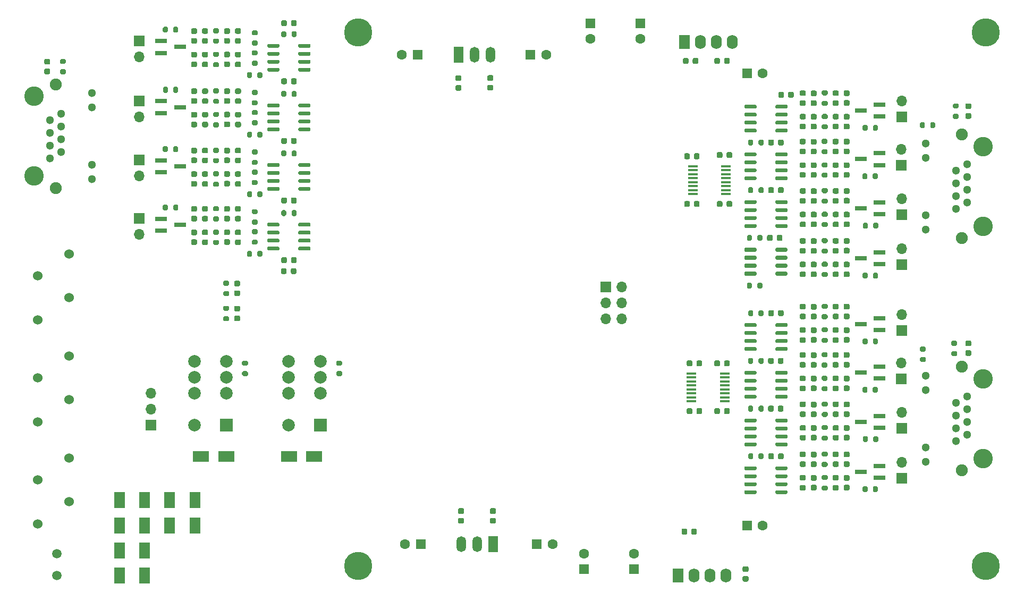
<source format=gbr>
%TF.GenerationSoftware,KiCad,Pcbnew,(5.1.9)-1*%
%TF.CreationDate,2021-05-16T21:10:08+02:00*%
%TF.ProjectId,AR2ISS_Isolator,41523249-5353-45f4-9973-6f6c61746f72,rev?*%
%TF.SameCoordinates,Original*%
%TF.FileFunction,Soldermask,Top*%
%TF.FilePolarity,Negative*%
%FSLAX46Y46*%
G04 Gerber Fmt 4.6, Leading zero omitted, Abs format (unit mm)*
G04 Created by KiCad (PCBNEW (5.1.9)-1) date 2021-05-16 21:10:08*
%MOMM*%
%LPD*%
G01*
G04 APERTURE LIST*
%ADD10R,1.600000X0.410000*%
%ADD11C,4.500000*%
%ADD12R,1.700000X1.700000*%
%ADD13O,1.700000X1.700000*%
%ADD14C,3.100000*%
%ADD15C,1.900000*%
%ADD16C,1.300000*%
%ADD17R,1.900000X0.800000*%
%ADD18R,1.800000X2.500000*%
%ADD19C,1.524000*%
%ADD20R,2.500000X1.800000*%
%ADD21C,1.600000*%
%ADD22R,1.600000X1.600000*%
%ADD23C,1.500000*%
%ADD24C,2.000000*%
%ADD25R,2.000000X2.000000*%
%ADD26R,1.750000X2.250000*%
%ADD27O,1.750000X2.250000*%
%ADD28O,1.500000X2.500000*%
%ADD29R,1.500000X2.500000*%
G04 APERTURE END LIST*
G36*
G01*
X164075000Y-84550000D02*
X164075000Y-85050000D01*
G75*
G02*
X163850000Y-85275000I-225000J0D01*
G01*
X163400000Y-85275000D01*
G75*
G02*
X163175000Y-85050000I0J225000D01*
G01*
X163175000Y-84550000D01*
G75*
G02*
X163400000Y-84325000I225000J0D01*
G01*
X163850000Y-84325000D01*
G75*
G02*
X164075000Y-84550000I0J-225000D01*
G01*
G37*
G36*
G01*
X165625000Y-84550000D02*
X165625000Y-85050000D01*
G75*
G02*
X165400000Y-85275000I-225000J0D01*
G01*
X164950000Y-85275000D01*
G75*
G02*
X164725000Y-85050000I0J225000D01*
G01*
X164725000Y-84550000D01*
G75*
G02*
X164950000Y-84325000I225000J0D01*
G01*
X165400000Y-84325000D01*
G75*
G02*
X165625000Y-84550000I0J-225000D01*
G01*
G37*
G36*
G01*
X159525000Y-85050000D02*
X159525000Y-84550000D01*
G75*
G02*
X159750000Y-84325000I225000J0D01*
G01*
X160200000Y-84325000D01*
G75*
G02*
X160425000Y-84550000I0J-225000D01*
G01*
X160425000Y-85050000D01*
G75*
G02*
X160200000Y-85275000I-225000J0D01*
G01*
X159750000Y-85275000D01*
G75*
G02*
X159525000Y-85050000I0J225000D01*
G01*
G37*
G36*
G01*
X157975000Y-85050000D02*
X157975000Y-84550000D01*
G75*
G02*
X158200000Y-84325000I225000J0D01*
G01*
X158650000Y-84325000D01*
G75*
G02*
X158875000Y-84550000I0J-225000D01*
G01*
X158875000Y-85050000D01*
G75*
G02*
X158650000Y-85275000I-225000J0D01*
G01*
X158200000Y-85275000D01*
G75*
G02*
X157975000Y-85050000I0J225000D01*
G01*
G37*
G36*
G01*
X163675000Y-117550000D02*
X163675000Y-118050000D01*
G75*
G02*
X163450000Y-118275000I-225000J0D01*
G01*
X163000000Y-118275000D01*
G75*
G02*
X162775000Y-118050000I0J225000D01*
G01*
X162775000Y-117550000D01*
G75*
G02*
X163000000Y-117325000I225000J0D01*
G01*
X163450000Y-117325000D01*
G75*
G02*
X163675000Y-117550000I0J-225000D01*
G01*
G37*
G36*
G01*
X165225000Y-117550000D02*
X165225000Y-118050000D01*
G75*
G02*
X165000000Y-118275000I-225000J0D01*
G01*
X164550000Y-118275000D01*
G75*
G02*
X164325000Y-118050000I0J225000D01*
G01*
X164325000Y-117550000D01*
G75*
G02*
X164550000Y-117325000I225000J0D01*
G01*
X165000000Y-117325000D01*
G75*
G02*
X165225000Y-117550000I0J-225000D01*
G01*
G37*
G36*
G01*
X159925000Y-110450000D02*
X159925000Y-109950000D01*
G75*
G02*
X160150000Y-109725000I225000J0D01*
G01*
X160600000Y-109725000D01*
G75*
G02*
X160825000Y-109950000I0J-225000D01*
G01*
X160825000Y-110450000D01*
G75*
G02*
X160600000Y-110675000I-225000J0D01*
G01*
X160150000Y-110675000D01*
G75*
G02*
X159925000Y-110450000I0J225000D01*
G01*
G37*
G36*
G01*
X158375000Y-110450000D02*
X158375000Y-109950000D01*
G75*
G02*
X158600000Y-109725000I225000J0D01*
G01*
X159050000Y-109725000D01*
G75*
G02*
X159275000Y-109950000I0J-225000D01*
G01*
X159275000Y-110450000D01*
G75*
G02*
X159050000Y-110675000I-225000J0D01*
G01*
X158600000Y-110675000D01*
G75*
G02*
X158375000Y-110450000I0J225000D01*
G01*
G37*
D10*
X164654300Y-78777500D03*
X164654300Y-79412500D03*
X164654300Y-80047500D03*
X164654300Y-80682500D03*
X164654300Y-81317500D03*
X164654300Y-81952500D03*
X164654300Y-82587500D03*
X164654300Y-83222500D03*
X159345700Y-83222500D03*
X159345700Y-82587500D03*
X159345700Y-81952500D03*
X159345700Y-81317500D03*
X159345700Y-80682500D03*
X159345700Y-80047500D03*
X159345700Y-79412500D03*
X159345700Y-78777500D03*
G36*
G01*
X172500000Y-92245000D02*
X172500000Y-91945000D01*
G75*
G02*
X172650000Y-91795000I150000J0D01*
G01*
X174300000Y-91795000D01*
G75*
G02*
X174450000Y-91945000I0J-150000D01*
G01*
X174450000Y-92245000D01*
G75*
G02*
X174300000Y-92395000I-150000J0D01*
G01*
X172650000Y-92395000D01*
G75*
G02*
X172500000Y-92245000I0J150000D01*
G01*
G37*
G36*
G01*
X172500000Y-93515000D02*
X172500000Y-93215000D01*
G75*
G02*
X172650000Y-93065000I150000J0D01*
G01*
X174300000Y-93065000D01*
G75*
G02*
X174450000Y-93215000I0J-150000D01*
G01*
X174450000Y-93515000D01*
G75*
G02*
X174300000Y-93665000I-150000J0D01*
G01*
X172650000Y-93665000D01*
G75*
G02*
X172500000Y-93515000I0J150000D01*
G01*
G37*
G36*
G01*
X172500000Y-94785000D02*
X172500000Y-94485000D01*
G75*
G02*
X172650000Y-94335000I150000J0D01*
G01*
X174300000Y-94335000D01*
G75*
G02*
X174450000Y-94485000I0J-150000D01*
G01*
X174450000Y-94785000D01*
G75*
G02*
X174300000Y-94935000I-150000J0D01*
G01*
X172650000Y-94935000D01*
G75*
G02*
X172500000Y-94785000I0J150000D01*
G01*
G37*
G36*
G01*
X172500000Y-96055000D02*
X172500000Y-95755000D01*
G75*
G02*
X172650000Y-95605000I150000J0D01*
G01*
X174300000Y-95605000D01*
G75*
G02*
X174450000Y-95755000I0J-150000D01*
G01*
X174450000Y-96055000D01*
G75*
G02*
X174300000Y-96205000I-150000J0D01*
G01*
X172650000Y-96205000D01*
G75*
G02*
X172500000Y-96055000I0J150000D01*
G01*
G37*
G36*
G01*
X167550000Y-96055000D02*
X167550000Y-95755000D01*
G75*
G02*
X167700000Y-95605000I150000J0D01*
G01*
X169350000Y-95605000D01*
G75*
G02*
X169500000Y-95755000I0J-150000D01*
G01*
X169500000Y-96055000D01*
G75*
G02*
X169350000Y-96205000I-150000J0D01*
G01*
X167700000Y-96205000D01*
G75*
G02*
X167550000Y-96055000I0J150000D01*
G01*
G37*
G36*
G01*
X167550000Y-94785000D02*
X167550000Y-94485000D01*
G75*
G02*
X167700000Y-94335000I150000J0D01*
G01*
X169350000Y-94335000D01*
G75*
G02*
X169500000Y-94485000I0J-150000D01*
G01*
X169500000Y-94785000D01*
G75*
G02*
X169350000Y-94935000I-150000J0D01*
G01*
X167700000Y-94935000D01*
G75*
G02*
X167550000Y-94785000I0J150000D01*
G01*
G37*
G36*
G01*
X167550000Y-93515000D02*
X167550000Y-93215000D01*
G75*
G02*
X167700000Y-93065000I150000J0D01*
G01*
X169350000Y-93065000D01*
G75*
G02*
X169500000Y-93215000I0J-150000D01*
G01*
X169500000Y-93515000D01*
G75*
G02*
X169350000Y-93665000I-150000J0D01*
G01*
X167700000Y-93665000D01*
G75*
G02*
X167550000Y-93515000I0J150000D01*
G01*
G37*
G36*
G01*
X167550000Y-92245000D02*
X167550000Y-91945000D01*
G75*
G02*
X167700000Y-91795000I150000J0D01*
G01*
X169350000Y-91795000D01*
G75*
G02*
X169500000Y-91945000I0J-150000D01*
G01*
X169500000Y-92245000D01*
G75*
G02*
X169350000Y-92395000I-150000J0D01*
G01*
X167700000Y-92395000D01*
G75*
G02*
X167550000Y-92245000I0J150000D01*
G01*
G37*
G36*
G01*
X172500000Y-84645000D02*
X172500000Y-84345000D01*
G75*
G02*
X172650000Y-84195000I150000J0D01*
G01*
X174300000Y-84195000D01*
G75*
G02*
X174450000Y-84345000I0J-150000D01*
G01*
X174450000Y-84645000D01*
G75*
G02*
X174300000Y-84795000I-150000J0D01*
G01*
X172650000Y-84795000D01*
G75*
G02*
X172500000Y-84645000I0J150000D01*
G01*
G37*
G36*
G01*
X172500000Y-85915000D02*
X172500000Y-85615000D01*
G75*
G02*
X172650000Y-85465000I150000J0D01*
G01*
X174300000Y-85465000D01*
G75*
G02*
X174450000Y-85615000I0J-150000D01*
G01*
X174450000Y-85915000D01*
G75*
G02*
X174300000Y-86065000I-150000J0D01*
G01*
X172650000Y-86065000D01*
G75*
G02*
X172500000Y-85915000I0J150000D01*
G01*
G37*
G36*
G01*
X172500000Y-87185000D02*
X172500000Y-86885000D01*
G75*
G02*
X172650000Y-86735000I150000J0D01*
G01*
X174300000Y-86735000D01*
G75*
G02*
X174450000Y-86885000I0J-150000D01*
G01*
X174450000Y-87185000D01*
G75*
G02*
X174300000Y-87335000I-150000J0D01*
G01*
X172650000Y-87335000D01*
G75*
G02*
X172500000Y-87185000I0J150000D01*
G01*
G37*
G36*
G01*
X172500000Y-88455000D02*
X172500000Y-88155000D01*
G75*
G02*
X172650000Y-88005000I150000J0D01*
G01*
X174300000Y-88005000D01*
G75*
G02*
X174450000Y-88155000I0J-150000D01*
G01*
X174450000Y-88455000D01*
G75*
G02*
X174300000Y-88605000I-150000J0D01*
G01*
X172650000Y-88605000D01*
G75*
G02*
X172500000Y-88455000I0J150000D01*
G01*
G37*
G36*
G01*
X167550000Y-88455000D02*
X167550000Y-88155000D01*
G75*
G02*
X167700000Y-88005000I150000J0D01*
G01*
X169350000Y-88005000D01*
G75*
G02*
X169500000Y-88155000I0J-150000D01*
G01*
X169500000Y-88455000D01*
G75*
G02*
X169350000Y-88605000I-150000J0D01*
G01*
X167700000Y-88605000D01*
G75*
G02*
X167550000Y-88455000I0J150000D01*
G01*
G37*
G36*
G01*
X167550000Y-87185000D02*
X167550000Y-86885000D01*
G75*
G02*
X167700000Y-86735000I150000J0D01*
G01*
X169350000Y-86735000D01*
G75*
G02*
X169500000Y-86885000I0J-150000D01*
G01*
X169500000Y-87185000D01*
G75*
G02*
X169350000Y-87335000I-150000J0D01*
G01*
X167700000Y-87335000D01*
G75*
G02*
X167550000Y-87185000I0J150000D01*
G01*
G37*
G36*
G01*
X167550000Y-85915000D02*
X167550000Y-85615000D01*
G75*
G02*
X167700000Y-85465000I150000J0D01*
G01*
X169350000Y-85465000D01*
G75*
G02*
X169500000Y-85615000I0J-150000D01*
G01*
X169500000Y-85915000D01*
G75*
G02*
X169350000Y-86065000I-150000J0D01*
G01*
X167700000Y-86065000D01*
G75*
G02*
X167550000Y-85915000I0J150000D01*
G01*
G37*
G36*
G01*
X167550000Y-84645000D02*
X167550000Y-84345000D01*
G75*
G02*
X167700000Y-84195000I150000J0D01*
G01*
X169350000Y-84195000D01*
G75*
G02*
X169500000Y-84345000I0J-150000D01*
G01*
X169500000Y-84645000D01*
G75*
G02*
X169350000Y-84795000I-150000J0D01*
G01*
X167700000Y-84795000D01*
G75*
G02*
X167550000Y-84645000I0J150000D01*
G01*
G37*
G36*
G01*
X172500000Y-77045000D02*
X172500000Y-76745000D01*
G75*
G02*
X172650000Y-76595000I150000J0D01*
G01*
X174300000Y-76595000D01*
G75*
G02*
X174450000Y-76745000I0J-150000D01*
G01*
X174450000Y-77045000D01*
G75*
G02*
X174300000Y-77195000I-150000J0D01*
G01*
X172650000Y-77195000D01*
G75*
G02*
X172500000Y-77045000I0J150000D01*
G01*
G37*
G36*
G01*
X172500000Y-78315000D02*
X172500000Y-78015000D01*
G75*
G02*
X172650000Y-77865000I150000J0D01*
G01*
X174300000Y-77865000D01*
G75*
G02*
X174450000Y-78015000I0J-150000D01*
G01*
X174450000Y-78315000D01*
G75*
G02*
X174300000Y-78465000I-150000J0D01*
G01*
X172650000Y-78465000D01*
G75*
G02*
X172500000Y-78315000I0J150000D01*
G01*
G37*
G36*
G01*
X172500000Y-79585000D02*
X172500000Y-79285000D01*
G75*
G02*
X172650000Y-79135000I150000J0D01*
G01*
X174300000Y-79135000D01*
G75*
G02*
X174450000Y-79285000I0J-150000D01*
G01*
X174450000Y-79585000D01*
G75*
G02*
X174300000Y-79735000I-150000J0D01*
G01*
X172650000Y-79735000D01*
G75*
G02*
X172500000Y-79585000I0J150000D01*
G01*
G37*
G36*
G01*
X172500000Y-80855000D02*
X172500000Y-80555000D01*
G75*
G02*
X172650000Y-80405000I150000J0D01*
G01*
X174300000Y-80405000D01*
G75*
G02*
X174450000Y-80555000I0J-150000D01*
G01*
X174450000Y-80855000D01*
G75*
G02*
X174300000Y-81005000I-150000J0D01*
G01*
X172650000Y-81005000D01*
G75*
G02*
X172500000Y-80855000I0J150000D01*
G01*
G37*
G36*
G01*
X167550000Y-80855000D02*
X167550000Y-80555000D01*
G75*
G02*
X167700000Y-80405000I150000J0D01*
G01*
X169350000Y-80405000D01*
G75*
G02*
X169500000Y-80555000I0J-150000D01*
G01*
X169500000Y-80855000D01*
G75*
G02*
X169350000Y-81005000I-150000J0D01*
G01*
X167700000Y-81005000D01*
G75*
G02*
X167550000Y-80855000I0J150000D01*
G01*
G37*
G36*
G01*
X167550000Y-79585000D02*
X167550000Y-79285000D01*
G75*
G02*
X167700000Y-79135000I150000J0D01*
G01*
X169350000Y-79135000D01*
G75*
G02*
X169500000Y-79285000I0J-150000D01*
G01*
X169500000Y-79585000D01*
G75*
G02*
X169350000Y-79735000I-150000J0D01*
G01*
X167700000Y-79735000D01*
G75*
G02*
X167550000Y-79585000I0J150000D01*
G01*
G37*
G36*
G01*
X167550000Y-78315000D02*
X167550000Y-78015000D01*
G75*
G02*
X167700000Y-77865000I150000J0D01*
G01*
X169350000Y-77865000D01*
G75*
G02*
X169500000Y-78015000I0J-150000D01*
G01*
X169500000Y-78315000D01*
G75*
G02*
X169350000Y-78465000I-150000J0D01*
G01*
X167700000Y-78465000D01*
G75*
G02*
X167550000Y-78315000I0J150000D01*
G01*
G37*
G36*
G01*
X167550000Y-77045000D02*
X167550000Y-76745000D01*
G75*
G02*
X167700000Y-76595000I150000J0D01*
G01*
X169350000Y-76595000D01*
G75*
G02*
X169500000Y-76745000I0J-150000D01*
G01*
X169500000Y-77045000D01*
G75*
G02*
X169350000Y-77195000I-150000J0D01*
G01*
X167700000Y-77195000D01*
G75*
G02*
X167550000Y-77045000I0J150000D01*
G01*
G37*
G36*
G01*
X172500000Y-69445000D02*
X172500000Y-69145000D01*
G75*
G02*
X172650000Y-68995000I150000J0D01*
G01*
X174300000Y-68995000D01*
G75*
G02*
X174450000Y-69145000I0J-150000D01*
G01*
X174450000Y-69445000D01*
G75*
G02*
X174300000Y-69595000I-150000J0D01*
G01*
X172650000Y-69595000D01*
G75*
G02*
X172500000Y-69445000I0J150000D01*
G01*
G37*
G36*
G01*
X172500000Y-70715000D02*
X172500000Y-70415000D01*
G75*
G02*
X172650000Y-70265000I150000J0D01*
G01*
X174300000Y-70265000D01*
G75*
G02*
X174450000Y-70415000I0J-150000D01*
G01*
X174450000Y-70715000D01*
G75*
G02*
X174300000Y-70865000I-150000J0D01*
G01*
X172650000Y-70865000D01*
G75*
G02*
X172500000Y-70715000I0J150000D01*
G01*
G37*
G36*
G01*
X172500000Y-71985000D02*
X172500000Y-71685000D01*
G75*
G02*
X172650000Y-71535000I150000J0D01*
G01*
X174300000Y-71535000D01*
G75*
G02*
X174450000Y-71685000I0J-150000D01*
G01*
X174450000Y-71985000D01*
G75*
G02*
X174300000Y-72135000I-150000J0D01*
G01*
X172650000Y-72135000D01*
G75*
G02*
X172500000Y-71985000I0J150000D01*
G01*
G37*
G36*
G01*
X172500000Y-73255000D02*
X172500000Y-72955000D01*
G75*
G02*
X172650000Y-72805000I150000J0D01*
G01*
X174300000Y-72805000D01*
G75*
G02*
X174450000Y-72955000I0J-150000D01*
G01*
X174450000Y-73255000D01*
G75*
G02*
X174300000Y-73405000I-150000J0D01*
G01*
X172650000Y-73405000D01*
G75*
G02*
X172500000Y-73255000I0J150000D01*
G01*
G37*
G36*
G01*
X167550000Y-73255000D02*
X167550000Y-72955000D01*
G75*
G02*
X167700000Y-72805000I150000J0D01*
G01*
X169350000Y-72805000D01*
G75*
G02*
X169500000Y-72955000I0J-150000D01*
G01*
X169500000Y-73255000D01*
G75*
G02*
X169350000Y-73405000I-150000J0D01*
G01*
X167700000Y-73405000D01*
G75*
G02*
X167550000Y-73255000I0J150000D01*
G01*
G37*
G36*
G01*
X167550000Y-71985000D02*
X167550000Y-71685000D01*
G75*
G02*
X167700000Y-71535000I150000J0D01*
G01*
X169350000Y-71535000D01*
G75*
G02*
X169500000Y-71685000I0J-150000D01*
G01*
X169500000Y-71985000D01*
G75*
G02*
X169350000Y-72135000I-150000J0D01*
G01*
X167700000Y-72135000D01*
G75*
G02*
X167550000Y-71985000I0J150000D01*
G01*
G37*
G36*
G01*
X167550000Y-70715000D02*
X167550000Y-70415000D01*
G75*
G02*
X167700000Y-70265000I150000J0D01*
G01*
X169350000Y-70265000D01*
G75*
G02*
X169500000Y-70415000I0J-150000D01*
G01*
X169500000Y-70715000D01*
G75*
G02*
X169350000Y-70865000I-150000J0D01*
G01*
X167700000Y-70865000D01*
G75*
G02*
X167550000Y-70715000I0J150000D01*
G01*
G37*
G36*
G01*
X167550000Y-69445000D02*
X167550000Y-69145000D01*
G75*
G02*
X167700000Y-68995000I150000J0D01*
G01*
X169350000Y-68995000D01*
G75*
G02*
X169500000Y-69145000I0J-150000D01*
G01*
X169500000Y-69445000D01*
G75*
G02*
X169350000Y-69595000I-150000J0D01*
G01*
X167700000Y-69595000D01*
G75*
G02*
X167550000Y-69445000I0J150000D01*
G01*
G37*
G36*
G01*
X172500000Y-127045000D02*
X172500000Y-126745000D01*
G75*
G02*
X172650000Y-126595000I150000J0D01*
G01*
X174300000Y-126595000D01*
G75*
G02*
X174450000Y-126745000I0J-150000D01*
G01*
X174450000Y-127045000D01*
G75*
G02*
X174300000Y-127195000I-150000J0D01*
G01*
X172650000Y-127195000D01*
G75*
G02*
X172500000Y-127045000I0J150000D01*
G01*
G37*
G36*
G01*
X172500000Y-128315000D02*
X172500000Y-128015000D01*
G75*
G02*
X172650000Y-127865000I150000J0D01*
G01*
X174300000Y-127865000D01*
G75*
G02*
X174450000Y-128015000I0J-150000D01*
G01*
X174450000Y-128315000D01*
G75*
G02*
X174300000Y-128465000I-150000J0D01*
G01*
X172650000Y-128465000D01*
G75*
G02*
X172500000Y-128315000I0J150000D01*
G01*
G37*
G36*
G01*
X172500000Y-129585000D02*
X172500000Y-129285000D01*
G75*
G02*
X172650000Y-129135000I150000J0D01*
G01*
X174300000Y-129135000D01*
G75*
G02*
X174450000Y-129285000I0J-150000D01*
G01*
X174450000Y-129585000D01*
G75*
G02*
X174300000Y-129735000I-150000J0D01*
G01*
X172650000Y-129735000D01*
G75*
G02*
X172500000Y-129585000I0J150000D01*
G01*
G37*
G36*
G01*
X172500000Y-130855000D02*
X172500000Y-130555000D01*
G75*
G02*
X172650000Y-130405000I150000J0D01*
G01*
X174300000Y-130405000D01*
G75*
G02*
X174450000Y-130555000I0J-150000D01*
G01*
X174450000Y-130855000D01*
G75*
G02*
X174300000Y-131005000I-150000J0D01*
G01*
X172650000Y-131005000D01*
G75*
G02*
X172500000Y-130855000I0J150000D01*
G01*
G37*
G36*
G01*
X167550000Y-130855000D02*
X167550000Y-130555000D01*
G75*
G02*
X167700000Y-130405000I150000J0D01*
G01*
X169350000Y-130405000D01*
G75*
G02*
X169500000Y-130555000I0J-150000D01*
G01*
X169500000Y-130855000D01*
G75*
G02*
X169350000Y-131005000I-150000J0D01*
G01*
X167700000Y-131005000D01*
G75*
G02*
X167550000Y-130855000I0J150000D01*
G01*
G37*
G36*
G01*
X167550000Y-129585000D02*
X167550000Y-129285000D01*
G75*
G02*
X167700000Y-129135000I150000J0D01*
G01*
X169350000Y-129135000D01*
G75*
G02*
X169500000Y-129285000I0J-150000D01*
G01*
X169500000Y-129585000D01*
G75*
G02*
X169350000Y-129735000I-150000J0D01*
G01*
X167700000Y-129735000D01*
G75*
G02*
X167550000Y-129585000I0J150000D01*
G01*
G37*
G36*
G01*
X167550000Y-128315000D02*
X167550000Y-128015000D01*
G75*
G02*
X167700000Y-127865000I150000J0D01*
G01*
X169350000Y-127865000D01*
G75*
G02*
X169500000Y-128015000I0J-150000D01*
G01*
X169500000Y-128315000D01*
G75*
G02*
X169350000Y-128465000I-150000J0D01*
G01*
X167700000Y-128465000D01*
G75*
G02*
X167550000Y-128315000I0J150000D01*
G01*
G37*
G36*
G01*
X167550000Y-127045000D02*
X167550000Y-126745000D01*
G75*
G02*
X167700000Y-126595000I150000J0D01*
G01*
X169350000Y-126595000D01*
G75*
G02*
X169500000Y-126745000I0J-150000D01*
G01*
X169500000Y-127045000D01*
G75*
G02*
X169350000Y-127195000I-150000J0D01*
G01*
X167700000Y-127195000D01*
G75*
G02*
X167550000Y-127045000I0J150000D01*
G01*
G37*
G36*
G01*
X172500000Y-119445000D02*
X172500000Y-119145000D01*
G75*
G02*
X172650000Y-118995000I150000J0D01*
G01*
X174300000Y-118995000D01*
G75*
G02*
X174450000Y-119145000I0J-150000D01*
G01*
X174450000Y-119445000D01*
G75*
G02*
X174300000Y-119595000I-150000J0D01*
G01*
X172650000Y-119595000D01*
G75*
G02*
X172500000Y-119445000I0J150000D01*
G01*
G37*
G36*
G01*
X172500000Y-120715000D02*
X172500000Y-120415000D01*
G75*
G02*
X172650000Y-120265000I150000J0D01*
G01*
X174300000Y-120265000D01*
G75*
G02*
X174450000Y-120415000I0J-150000D01*
G01*
X174450000Y-120715000D01*
G75*
G02*
X174300000Y-120865000I-150000J0D01*
G01*
X172650000Y-120865000D01*
G75*
G02*
X172500000Y-120715000I0J150000D01*
G01*
G37*
G36*
G01*
X172500000Y-121985000D02*
X172500000Y-121685000D01*
G75*
G02*
X172650000Y-121535000I150000J0D01*
G01*
X174300000Y-121535000D01*
G75*
G02*
X174450000Y-121685000I0J-150000D01*
G01*
X174450000Y-121985000D01*
G75*
G02*
X174300000Y-122135000I-150000J0D01*
G01*
X172650000Y-122135000D01*
G75*
G02*
X172500000Y-121985000I0J150000D01*
G01*
G37*
G36*
G01*
X172500000Y-123255000D02*
X172500000Y-122955000D01*
G75*
G02*
X172650000Y-122805000I150000J0D01*
G01*
X174300000Y-122805000D01*
G75*
G02*
X174450000Y-122955000I0J-150000D01*
G01*
X174450000Y-123255000D01*
G75*
G02*
X174300000Y-123405000I-150000J0D01*
G01*
X172650000Y-123405000D01*
G75*
G02*
X172500000Y-123255000I0J150000D01*
G01*
G37*
G36*
G01*
X167550000Y-123255000D02*
X167550000Y-122955000D01*
G75*
G02*
X167700000Y-122805000I150000J0D01*
G01*
X169350000Y-122805000D01*
G75*
G02*
X169500000Y-122955000I0J-150000D01*
G01*
X169500000Y-123255000D01*
G75*
G02*
X169350000Y-123405000I-150000J0D01*
G01*
X167700000Y-123405000D01*
G75*
G02*
X167550000Y-123255000I0J150000D01*
G01*
G37*
G36*
G01*
X167550000Y-121985000D02*
X167550000Y-121685000D01*
G75*
G02*
X167700000Y-121535000I150000J0D01*
G01*
X169350000Y-121535000D01*
G75*
G02*
X169500000Y-121685000I0J-150000D01*
G01*
X169500000Y-121985000D01*
G75*
G02*
X169350000Y-122135000I-150000J0D01*
G01*
X167700000Y-122135000D01*
G75*
G02*
X167550000Y-121985000I0J150000D01*
G01*
G37*
G36*
G01*
X167550000Y-120715000D02*
X167550000Y-120415000D01*
G75*
G02*
X167700000Y-120265000I150000J0D01*
G01*
X169350000Y-120265000D01*
G75*
G02*
X169500000Y-120415000I0J-150000D01*
G01*
X169500000Y-120715000D01*
G75*
G02*
X169350000Y-120865000I-150000J0D01*
G01*
X167700000Y-120865000D01*
G75*
G02*
X167550000Y-120715000I0J150000D01*
G01*
G37*
G36*
G01*
X167550000Y-119445000D02*
X167550000Y-119145000D01*
G75*
G02*
X167700000Y-118995000I150000J0D01*
G01*
X169350000Y-118995000D01*
G75*
G02*
X169500000Y-119145000I0J-150000D01*
G01*
X169500000Y-119445000D01*
G75*
G02*
X169350000Y-119595000I-150000J0D01*
G01*
X167700000Y-119595000D01*
G75*
G02*
X167550000Y-119445000I0J150000D01*
G01*
G37*
G36*
G01*
X172500000Y-111845000D02*
X172500000Y-111545000D01*
G75*
G02*
X172650000Y-111395000I150000J0D01*
G01*
X174300000Y-111395000D01*
G75*
G02*
X174450000Y-111545000I0J-150000D01*
G01*
X174450000Y-111845000D01*
G75*
G02*
X174300000Y-111995000I-150000J0D01*
G01*
X172650000Y-111995000D01*
G75*
G02*
X172500000Y-111845000I0J150000D01*
G01*
G37*
G36*
G01*
X172500000Y-113115000D02*
X172500000Y-112815000D01*
G75*
G02*
X172650000Y-112665000I150000J0D01*
G01*
X174300000Y-112665000D01*
G75*
G02*
X174450000Y-112815000I0J-150000D01*
G01*
X174450000Y-113115000D01*
G75*
G02*
X174300000Y-113265000I-150000J0D01*
G01*
X172650000Y-113265000D01*
G75*
G02*
X172500000Y-113115000I0J150000D01*
G01*
G37*
G36*
G01*
X172500000Y-114385000D02*
X172500000Y-114085000D01*
G75*
G02*
X172650000Y-113935000I150000J0D01*
G01*
X174300000Y-113935000D01*
G75*
G02*
X174450000Y-114085000I0J-150000D01*
G01*
X174450000Y-114385000D01*
G75*
G02*
X174300000Y-114535000I-150000J0D01*
G01*
X172650000Y-114535000D01*
G75*
G02*
X172500000Y-114385000I0J150000D01*
G01*
G37*
G36*
G01*
X172500000Y-115655000D02*
X172500000Y-115355000D01*
G75*
G02*
X172650000Y-115205000I150000J0D01*
G01*
X174300000Y-115205000D01*
G75*
G02*
X174450000Y-115355000I0J-150000D01*
G01*
X174450000Y-115655000D01*
G75*
G02*
X174300000Y-115805000I-150000J0D01*
G01*
X172650000Y-115805000D01*
G75*
G02*
X172500000Y-115655000I0J150000D01*
G01*
G37*
G36*
G01*
X167550000Y-115655000D02*
X167550000Y-115355000D01*
G75*
G02*
X167700000Y-115205000I150000J0D01*
G01*
X169350000Y-115205000D01*
G75*
G02*
X169500000Y-115355000I0J-150000D01*
G01*
X169500000Y-115655000D01*
G75*
G02*
X169350000Y-115805000I-150000J0D01*
G01*
X167700000Y-115805000D01*
G75*
G02*
X167550000Y-115655000I0J150000D01*
G01*
G37*
G36*
G01*
X167550000Y-114385000D02*
X167550000Y-114085000D01*
G75*
G02*
X167700000Y-113935000I150000J0D01*
G01*
X169350000Y-113935000D01*
G75*
G02*
X169500000Y-114085000I0J-150000D01*
G01*
X169500000Y-114385000D01*
G75*
G02*
X169350000Y-114535000I-150000J0D01*
G01*
X167700000Y-114535000D01*
G75*
G02*
X167550000Y-114385000I0J150000D01*
G01*
G37*
G36*
G01*
X167550000Y-113115000D02*
X167550000Y-112815000D01*
G75*
G02*
X167700000Y-112665000I150000J0D01*
G01*
X169350000Y-112665000D01*
G75*
G02*
X169500000Y-112815000I0J-150000D01*
G01*
X169500000Y-113115000D01*
G75*
G02*
X169350000Y-113265000I-150000J0D01*
G01*
X167700000Y-113265000D01*
G75*
G02*
X167550000Y-113115000I0J150000D01*
G01*
G37*
G36*
G01*
X167550000Y-111845000D02*
X167550000Y-111545000D01*
G75*
G02*
X167700000Y-111395000I150000J0D01*
G01*
X169350000Y-111395000D01*
G75*
G02*
X169500000Y-111545000I0J-150000D01*
G01*
X169500000Y-111845000D01*
G75*
G02*
X169350000Y-111995000I-150000J0D01*
G01*
X167700000Y-111995000D01*
G75*
G02*
X167550000Y-111845000I0J150000D01*
G01*
G37*
G36*
G01*
X172500000Y-104245000D02*
X172500000Y-103945000D01*
G75*
G02*
X172650000Y-103795000I150000J0D01*
G01*
X174300000Y-103795000D01*
G75*
G02*
X174450000Y-103945000I0J-150000D01*
G01*
X174450000Y-104245000D01*
G75*
G02*
X174300000Y-104395000I-150000J0D01*
G01*
X172650000Y-104395000D01*
G75*
G02*
X172500000Y-104245000I0J150000D01*
G01*
G37*
G36*
G01*
X172500000Y-105515000D02*
X172500000Y-105215000D01*
G75*
G02*
X172650000Y-105065000I150000J0D01*
G01*
X174300000Y-105065000D01*
G75*
G02*
X174450000Y-105215000I0J-150000D01*
G01*
X174450000Y-105515000D01*
G75*
G02*
X174300000Y-105665000I-150000J0D01*
G01*
X172650000Y-105665000D01*
G75*
G02*
X172500000Y-105515000I0J150000D01*
G01*
G37*
G36*
G01*
X172500000Y-106785000D02*
X172500000Y-106485000D01*
G75*
G02*
X172650000Y-106335000I150000J0D01*
G01*
X174300000Y-106335000D01*
G75*
G02*
X174450000Y-106485000I0J-150000D01*
G01*
X174450000Y-106785000D01*
G75*
G02*
X174300000Y-106935000I-150000J0D01*
G01*
X172650000Y-106935000D01*
G75*
G02*
X172500000Y-106785000I0J150000D01*
G01*
G37*
G36*
G01*
X172500000Y-108055000D02*
X172500000Y-107755000D01*
G75*
G02*
X172650000Y-107605000I150000J0D01*
G01*
X174300000Y-107605000D01*
G75*
G02*
X174450000Y-107755000I0J-150000D01*
G01*
X174450000Y-108055000D01*
G75*
G02*
X174300000Y-108205000I-150000J0D01*
G01*
X172650000Y-108205000D01*
G75*
G02*
X172500000Y-108055000I0J150000D01*
G01*
G37*
G36*
G01*
X167550000Y-108055000D02*
X167550000Y-107755000D01*
G75*
G02*
X167700000Y-107605000I150000J0D01*
G01*
X169350000Y-107605000D01*
G75*
G02*
X169500000Y-107755000I0J-150000D01*
G01*
X169500000Y-108055000D01*
G75*
G02*
X169350000Y-108205000I-150000J0D01*
G01*
X167700000Y-108205000D01*
G75*
G02*
X167550000Y-108055000I0J150000D01*
G01*
G37*
G36*
G01*
X167550000Y-106785000D02*
X167550000Y-106485000D01*
G75*
G02*
X167700000Y-106335000I150000J0D01*
G01*
X169350000Y-106335000D01*
G75*
G02*
X169500000Y-106485000I0J-150000D01*
G01*
X169500000Y-106785000D01*
G75*
G02*
X169350000Y-106935000I-150000J0D01*
G01*
X167700000Y-106935000D01*
G75*
G02*
X167550000Y-106785000I0J150000D01*
G01*
G37*
G36*
G01*
X167550000Y-105515000D02*
X167550000Y-105215000D01*
G75*
G02*
X167700000Y-105065000I150000J0D01*
G01*
X169350000Y-105065000D01*
G75*
G02*
X169500000Y-105215000I0J-150000D01*
G01*
X169500000Y-105515000D01*
G75*
G02*
X169350000Y-105665000I-150000J0D01*
G01*
X167700000Y-105665000D01*
G75*
G02*
X167550000Y-105515000I0J150000D01*
G01*
G37*
G36*
G01*
X167550000Y-104245000D02*
X167550000Y-103945000D01*
G75*
G02*
X167700000Y-103795000I150000J0D01*
G01*
X169350000Y-103795000D01*
G75*
G02*
X169500000Y-103945000I0J-150000D01*
G01*
X169500000Y-104245000D01*
G75*
G02*
X169350000Y-104395000I-150000J0D01*
G01*
X167700000Y-104395000D01*
G75*
G02*
X167550000Y-104245000I0J150000D01*
G01*
G37*
X164454300Y-111777500D03*
X164454300Y-112412500D03*
X164454300Y-113047500D03*
X164454300Y-113682500D03*
X164454300Y-114317500D03*
X164454300Y-114952500D03*
X164454300Y-115587500D03*
X164454300Y-116222500D03*
X159145700Y-116222500D03*
X159145700Y-115587500D03*
X159145700Y-114952500D03*
X159145700Y-114317500D03*
X159145700Y-113682500D03*
X159145700Y-113047500D03*
X159145700Y-112412500D03*
X159145700Y-111777500D03*
G36*
G01*
X164075000Y-76750000D02*
X164075000Y-77250000D01*
G75*
G02*
X163850000Y-77475000I-225000J0D01*
G01*
X163400000Y-77475000D01*
G75*
G02*
X163175000Y-77250000I0J225000D01*
G01*
X163175000Y-76750000D01*
G75*
G02*
X163400000Y-76525000I225000J0D01*
G01*
X163850000Y-76525000D01*
G75*
G02*
X164075000Y-76750000I0J-225000D01*
G01*
G37*
G36*
G01*
X165625000Y-76750000D02*
X165625000Y-77250000D01*
G75*
G02*
X165400000Y-77475000I-225000J0D01*
G01*
X164950000Y-77475000D01*
G75*
G02*
X164725000Y-77250000I0J225000D01*
G01*
X164725000Y-76750000D01*
G75*
G02*
X164950000Y-76525000I225000J0D01*
G01*
X165400000Y-76525000D01*
G75*
G02*
X165625000Y-76750000I0J-225000D01*
G01*
G37*
G36*
G01*
X159525000Y-77450000D02*
X159525000Y-76950000D01*
G75*
G02*
X159750000Y-76725000I225000J0D01*
G01*
X160200000Y-76725000D01*
G75*
G02*
X160425000Y-76950000I0J-225000D01*
G01*
X160425000Y-77450000D01*
G75*
G02*
X160200000Y-77675000I-225000J0D01*
G01*
X159750000Y-77675000D01*
G75*
G02*
X159525000Y-77450000I0J225000D01*
G01*
G37*
G36*
G01*
X157975000Y-77450000D02*
X157975000Y-76950000D01*
G75*
G02*
X158200000Y-76725000I225000J0D01*
G01*
X158650000Y-76725000D01*
G75*
G02*
X158875000Y-76950000I0J-225000D01*
G01*
X158875000Y-77450000D01*
G75*
G02*
X158650000Y-77675000I-225000J0D01*
G01*
X158200000Y-77675000D01*
G75*
G02*
X157975000Y-77450000I0J225000D01*
G01*
G37*
G36*
G01*
X163675000Y-109950000D02*
X163675000Y-110450000D01*
G75*
G02*
X163450000Y-110675000I-225000J0D01*
G01*
X163000000Y-110675000D01*
G75*
G02*
X162775000Y-110450000I0J225000D01*
G01*
X162775000Y-109950000D01*
G75*
G02*
X163000000Y-109725000I225000J0D01*
G01*
X163450000Y-109725000D01*
G75*
G02*
X163675000Y-109950000I0J-225000D01*
G01*
G37*
G36*
G01*
X165225000Y-109950000D02*
X165225000Y-110450000D01*
G75*
G02*
X165000000Y-110675000I-225000J0D01*
G01*
X164550000Y-110675000D01*
G75*
G02*
X164325000Y-110450000I0J225000D01*
G01*
X164325000Y-109950000D01*
G75*
G02*
X164550000Y-109725000I225000J0D01*
G01*
X165000000Y-109725000D01*
G75*
G02*
X165225000Y-109950000I0J-225000D01*
G01*
G37*
G36*
G01*
X159925000Y-118050000D02*
X159925000Y-117550000D01*
G75*
G02*
X160150000Y-117325000I225000J0D01*
G01*
X160600000Y-117325000D01*
G75*
G02*
X160825000Y-117550000I0J-225000D01*
G01*
X160825000Y-118050000D01*
G75*
G02*
X160600000Y-118275000I-225000J0D01*
G01*
X160150000Y-118275000D01*
G75*
G02*
X159925000Y-118050000I0J225000D01*
G01*
G37*
G36*
G01*
X158375000Y-118050000D02*
X158375000Y-117550000D01*
G75*
G02*
X158600000Y-117325000I225000J0D01*
G01*
X159050000Y-117325000D01*
G75*
G02*
X159275000Y-117550000I0J-225000D01*
G01*
X159275000Y-118050000D01*
G75*
G02*
X159050000Y-118275000I-225000J0D01*
G01*
X158600000Y-118275000D01*
G75*
G02*
X158375000Y-118050000I0J225000D01*
G01*
G37*
D11*
X206000000Y-57500000D03*
X106000000Y-57500000D03*
X206000000Y-142500000D03*
X106000000Y-142500000D03*
D12*
X192610000Y-70930000D03*
D13*
X192610000Y-68390000D03*
D14*
X205600000Y-88350000D03*
X205600000Y-75650000D03*
D15*
X202170000Y-90250000D03*
X202170000Y-73750000D03*
D16*
X203060000Y-78430000D03*
X201280000Y-79450000D03*
X203060000Y-80470000D03*
X201280000Y-81490000D03*
X203060000Y-82510000D03*
X201280000Y-83530000D03*
X203060000Y-84550000D03*
X201280000Y-85570000D03*
X196420000Y-88860000D03*
X196420000Y-86570000D03*
X196420000Y-77430000D03*
X196420000Y-75140000D03*
G36*
G01*
X83115000Y-68035000D02*
X83665000Y-68035000D01*
G75*
G02*
X83865000Y-68235000I0J-200000D01*
G01*
X83865000Y-68635000D01*
G75*
G02*
X83665000Y-68835000I-200000J0D01*
G01*
X83115000Y-68835000D01*
G75*
G02*
X82915000Y-68635000I0J200000D01*
G01*
X82915000Y-68235000D01*
G75*
G02*
X83115000Y-68035000I200000J0D01*
G01*
G37*
G36*
G01*
X83115000Y-66385000D02*
X83665000Y-66385000D01*
G75*
G02*
X83865000Y-66585000I0J-200000D01*
G01*
X83865000Y-66985000D01*
G75*
G02*
X83665000Y-67185000I-200000J0D01*
G01*
X83115000Y-67185000D01*
G75*
G02*
X82915000Y-66985000I0J200000D01*
G01*
X82915000Y-66585000D01*
G75*
G02*
X83115000Y-66385000I200000J0D01*
G01*
G37*
G36*
G01*
X83665000Y-70935000D02*
X83115000Y-70935000D01*
G75*
G02*
X82915000Y-70735000I0J200000D01*
G01*
X82915000Y-70335000D01*
G75*
G02*
X83115000Y-70135000I200000J0D01*
G01*
X83665000Y-70135000D01*
G75*
G02*
X83865000Y-70335000I0J-200000D01*
G01*
X83865000Y-70735000D01*
G75*
G02*
X83665000Y-70935000I-200000J0D01*
G01*
G37*
G36*
G01*
X83665000Y-72585000D02*
X83115000Y-72585000D01*
G75*
G02*
X82915000Y-72385000I0J200000D01*
G01*
X82915000Y-71985000D01*
G75*
G02*
X83115000Y-71785000I200000J0D01*
G01*
X83665000Y-71785000D01*
G75*
G02*
X83865000Y-71985000I0J-200000D01*
G01*
X83865000Y-72385000D01*
G75*
G02*
X83665000Y-72585000I-200000J0D01*
G01*
G37*
G36*
G01*
X75715000Y-66335000D02*
X75715000Y-66885000D01*
G75*
G02*
X75515000Y-67085000I-200000J0D01*
G01*
X75115000Y-67085000D01*
G75*
G02*
X74915000Y-66885000I0J200000D01*
G01*
X74915000Y-66335000D01*
G75*
G02*
X75115000Y-66135000I200000J0D01*
G01*
X75515000Y-66135000D01*
G75*
G02*
X75715000Y-66335000I0J-200000D01*
G01*
G37*
G36*
G01*
X77365000Y-66335000D02*
X77365000Y-66885000D01*
G75*
G02*
X77165000Y-67085000I-200000J0D01*
G01*
X76765000Y-67085000D01*
G75*
G02*
X76565000Y-66885000I0J200000D01*
G01*
X76565000Y-66335000D01*
G75*
G02*
X76765000Y-66135000I200000J0D01*
G01*
X77165000Y-66135000D01*
G75*
G02*
X77365000Y-66335000I0J-200000D01*
G01*
G37*
G36*
G01*
X83105000Y-77495000D02*
X83655000Y-77495000D01*
G75*
G02*
X83855000Y-77695000I0J-200000D01*
G01*
X83855000Y-78095000D01*
G75*
G02*
X83655000Y-78295000I-200000J0D01*
G01*
X83105000Y-78295000D01*
G75*
G02*
X82905000Y-78095000I0J200000D01*
G01*
X82905000Y-77695000D01*
G75*
G02*
X83105000Y-77495000I200000J0D01*
G01*
G37*
G36*
G01*
X83105000Y-75845000D02*
X83655000Y-75845000D01*
G75*
G02*
X83855000Y-76045000I0J-200000D01*
G01*
X83855000Y-76445000D01*
G75*
G02*
X83655000Y-76645000I-200000J0D01*
G01*
X83105000Y-76645000D01*
G75*
G02*
X82905000Y-76445000I0J200000D01*
G01*
X82905000Y-76045000D01*
G75*
G02*
X83105000Y-75845000I200000J0D01*
G01*
G37*
G36*
G01*
X83655000Y-80395000D02*
X83105000Y-80395000D01*
G75*
G02*
X82905000Y-80195000I0J200000D01*
G01*
X82905000Y-79795000D01*
G75*
G02*
X83105000Y-79595000I200000J0D01*
G01*
X83655000Y-79595000D01*
G75*
G02*
X83855000Y-79795000I0J-200000D01*
G01*
X83855000Y-80195000D01*
G75*
G02*
X83655000Y-80395000I-200000J0D01*
G01*
G37*
G36*
G01*
X83655000Y-82045000D02*
X83105000Y-82045000D01*
G75*
G02*
X82905000Y-81845000I0J200000D01*
G01*
X82905000Y-81445000D01*
G75*
G02*
X83105000Y-81245000I200000J0D01*
G01*
X83655000Y-81245000D01*
G75*
G02*
X83855000Y-81445000I0J-200000D01*
G01*
X83855000Y-81845000D01*
G75*
G02*
X83655000Y-82045000I-200000J0D01*
G01*
G37*
G36*
G01*
X75705000Y-75795000D02*
X75705000Y-76345000D01*
G75*
G02*
X75505000Y-76545000I-200000J0D01*
G01*
X75105000Y-76545000D01*
G75*
G02*
X74905000Y-76345000I0J200000D01*
G01*
X74905000Y-75795000D01*
G75*
G02*
X75105000Y-75595000I200000J0D01*
G01*
X75505000Y-75595000D01*
G75*
G02*
X75705000Y-75795000I0J-200000D01*
G01*
G37*
G36*
G01*
X77355000Y-75795000D02*
X77355000Y-76345000D01*
G75*
G02*
X77155000Y-76545000I-200000J0D01*
G01*
X76755000Y-76545000D01*
G75*
G02*
X76555000Y-76345000I0J200000D01*
G01*
X76555000Y-75795000D01*
G75*
G02*
X76755000Y-75595000I200000J0D01*
G01*
X77155000Y-75595000D01*
G75*
G02*
X77355000Y-75795000I0J-200000D01*
G01*
G37*
G36*
G01*
X83105000Y-58455000D02*
X83655000Y-58455000D01*
G75*
G02*
X83855000Y-58655000I0J-200000D01*
G01*
X83855000Y-59055000D01*
G75*
G02*
X83655000Y-59255000I-200000J0D01*
G01*
X83105000Y-59255000D01*
G75*
G02*
X82905000Y-59055000I0J200000D01*
G01*
X82905000Y-58655000D01*
G75*
G02*
X83105000Y-58455000I200000J0D01*
G01*
G37*
G36*
G01*
X83105000Y-56805000D02*
X83655000Y-56805000D01*
G75*
G02*
X83855000Y-57005000I0J-200000D01*
G01*
X83855000Y-57405000D01*
G75*
G02*
X83655000Y-57605000I-200000J0D01*
G01*
X83105000Y-57605000D01*
G75*
G02*
X82905000Y-57405000I0J200000D01*
G01*
X82905000Y-57005000D01*
G75*
G02*
X83105000Y-56805000I200000J0D01*
G01*
G37*
G36*
G01*
X83655000Y-61355000D02*
X83105000Y-61355000D01*
G75*
G02*
X82905000Y-61155000I0J200000D01*
G01*
X82905000Y-60755000D01*
G75*
G02*
X83105000Y-60555000I200000J0D01*
G01*
X83655000Y-60555000D01*
G75*
G02*
X83855000Y-60755000I0J-200000D01*
G01*
X83855000Y-61155000D01*
G75*
G02*
X83655000Y-61355000I-200000J0D01*
G01*
G37*
G36*
G01*
X83655000Y-63005000D02*
X83105000Y-63005000D01*
G75*
G02*
X82905000Y-62805000I0J200000D01*
G01*
X82905000Y-62405000D01*
G75*
G02*
X83105000Y-62205000I200000J0D01*
G01*
X83655000Y-62205000D01*
G75*
G02*
X83855000Y-62405000I0J-200000D01*
G01*
X83855000Y-62805000D01*
G75*
G02*
X83655000Y-63005000I-200000J0D01*
G01*
G37*
G36*
G01*
X75705000Y-56755000D02*
X75705000Y-57305000D01*
G75*
G02*
X75505000Y-57505000I-200000J0D01*
G01*
X75105000Y-57505000D01*
G75*
G02*
X74905000Y-57305000I0J200000D01*
G01*
X74905000Y-56755000D01*
G75*
G02*
X75105000Y-56555000I200000J0D01*
G01*
X75505000Y-56555000D01*
G75*
G02*
X75705000Y-56755000I0J-200000D01*
G01*
G37*
G36*
G01*
X77355000Y-56755000D02*
X77355000Y-57305000D01*
G75*
G02*
X77155000Y-57505000I-200000J0D01*
G01*
X76755000Y-57505000D01*
G75*
G02*
X76555000Y-57305000I0J200000D01*
G01*
X76555000Y-56755000D01*
G75*
G02*
X76755000Y-56555000I200000J0D01*
G01*
X77155000Y-56555000D01*
G75*
G02*
X77355000Y-56755000I0J-200000D01*
G01*
G37*
G36*
G01*
X83105000Y-86785000D02*
X83655000Y-86785000D01*
G75*
G02*
X83855000Y-86985000I0J-200000D01*
G01*
X83855000Y-87385000D01*
G75*
G02*
X83655000Y-87585000I-200000J0D01*
G01*
X83105000Y-87585000D01*
G75*
G02*
X82905000Y-87385000I0J200000D01*
G01*
X82905000Y-86985000D01*
G75*
G02*
X83105000Y-86785000I200000J0D01*
G01*
G37*
G36*
G01*
X83105000Y-85135000D02*
X83655000Y-85135000D01*
G75*
G02*
X83855000Y-85335000I0J-200000D01*
G01*
X83855000Y-85735000D01*
G75*
G02*
X83655000Y-85935000I-200000J0D01*
G01*
X83105000Y-85935000D01*
G75*
G02*
X82905000Y-85735000I0J200000D01*
G01*
X82905000Y-85335000D01*
G75*
G02*
X83105000Y-85135000I200000J0D01*
G01*
G37*
G36*
G01*
X83655000Y-89685000D02*
X83105000Y-89685000D01*
G75*
G02*
X82905000Y-89485000I0J200000D01*
G01*
X82905000Y-89085000D01*
G75*
G02*
X83105000Y-88885000I200000J0D01*
G01*
X83655000Y-88885000D01*
G75*
G02*
X83855000Y-89085000I0J-200000D01*
G01*
X83855000Y-89485000D01*
G75*
G02*
X83655000Y-89685000I-200000J0D01*
G01*
G37*
G36*
G01*
X83655000Y-91335000D02*
X83105000Y-91335000D01*
G75*
G02*
X82905000Y-91135000I0J200000D01*
G01*
X82905000Y-90735000D01*
G75*
G02*
X83105000Y-90535000I200000J0D01*
G01*
X83655000Y-90535000D01*
G75*
G02*
X83855000Y-90735000I0J-200000D01*
G01*
X83855000Y-91135000D01*
G75*
G02*
X83655000Y-91335000I-200000J0D01*
G01*
G37*
G36*
G01*
X75705000Y-85085000D02*
X75705000Y-85635000D01*
G75*
G02*
X75505000Y-85835000I-200000J0D01*
G01*
X75105000Y-85835000D01*
G75*
G02*
X74905000Y-85635000I0J200000D01*
G01*
X74905000Y-85085000D01*
G75*
G02*
X75105000Y-84885000I200000J0D01*
G01*
X75505000Y-84885000D01*
G75*
G02*
X75705000Y-85085000I0J-200000D01*
G01*
G37*
G36*
G01*
X77355000Y-85085000D02*
X77355000Y-85635000D01*
G75*
G02*
X77155000Y-85835000I-200000J0D01*
G01*
X76755000Y-85835000D01*
G75*
G02*
X76555000Y-85635000I0J200000D01*
G01*
X76555000Y-85085000D01*
G75*
G02*
X76755000Y-84885000I200000J0D01*
G01*
X77155000Y-84885000D01*
G75*
G02*
X77355000Y-85085000I0J-200000D01*
G01*
G37*
G36*
G01*
X180635000Y-94795000D02*
X180085000Y-94795000D01*
G75*
G02*
X179885000Y-94595000I0J200000D01*
G01*
X179885000Y-94195000D01*
G75*
G02*
X180085000Y-93995000I200000J0D01*
G01*
X180635000Y-93995000D01*
G75*
G02*
X180835000Y-94195000I0J-200000D01*
G01*
X180835000Y-94595000D01*
G75*
G02*
X180635000Y-94795000I-200000J0D01*
G01*
G37*
G36*
G01*
X180635000Y-96445000D02*
X180085000Y-96445000D01*
G75*
G02*
X179885000Y-96245000I0J200000D01*
G01*
X179885000Y-95845000D01*
G75*
G02*
X180085000Y-95645000I200000J0D01*
G01*
X180635000Y-95645000D01*
G75*
G02*
X180835000Y-95845000I0J-200000D01*
G01*
X180835000Y-96245000D01*
G75*
G02*
X180635000Y-96445000I-200000J0D01*
G01*
G37*
G36*
G01*
X180085000Y-91895000D02*
X180635000Y-91895000D01*
G75*
G02*
X180835000Y-92095000I0J-200000D01*
G01*
X180835000Y-92495000D01*
G75*
G02*
X180635000Y-92695000I-200000J0D01*
G01*
X180085000Y-92695000D01*
G75*
G02*
X179885000Y-92495000I0J200000D01*
G01*
X179885000Y-92095000D01*
G75*
G02*
X180085000Y-91895000I200000J0D01*
G01*
G37*
G36*
G01*
X180085000Y-90245000D02*
X180635000Y-90245000D01*
G75*
G02*
X180835000Y-90445000I0J-200000D01*
G01*
X180835000Y-90845000D01*
G75*
G02*
X180635000Y-91045000I-200000J0D01*
G01*
X180085000Y-91045000D01*
G75*
G02*
X179885000Y-90845000I0J200000D01*
G01*
X179885000Y-90445000D01*
G75*
G02*
X180085000Y-90245000I200000J0D01*
G01*
G37*
G36*
G01*
X188035000Y-96495000D02*
X188035000Y-95945000D01*
G75*
G02*
X188235000Y-95745000I200000J0D01*
G01*
X188635000Y-95745000D01*
G75*
G02*
X188835000Y-95945000I0J-200000D01*
G01*
X188835000Y-96495000D01*
G75*
G02*
X188635000Y-96695000I-200000J0D01*
G01*
X188235000Y-96695000D01*
G75*
G02*
X188035000Y-96495000I0J200000D01*
G01*
G37*
G36*
G01*
X186385000Y-96495000D02*
X186385000Y-95945000D01*
G75*
G02*
X186585000Y-95745000I200000J0D01*
G01*
X186985000Y-95745000D01*
G75*
G02*
X187185000Y-95945000I0J-200000D01*
G01*
X187185000Y-96495000D01*
G75*
G02*
X186985000Y-96695000I-200000J0D01*
G01*
X186585000Y-96695000D01*
G75*
G02*
X186385000Y-96495000I0J200000D01*
G01*
G37*
G36*
G01*
X180645000Y-86835000D02*
X180095000Y-86835000D01*
G75*
G02*
X179895000Y-86635000I0J200000D01*
G01*
X179895000Y-86235000D01*
G75*
G02*
X180095000Y-86035000I200000J0D01*
G01*
X180645000Y-86035000D01*
G75*
G02*
X180845000Y-86235000I0J-200000D01*
G01*
X180845000Y-86635000D01*
G75*
G02*
X180645000Y-86835000I-200000J0D01*
G01*
G37*
G36*
G01*
X180645000Y-88485000D02*
X180095000Y-88485000D01*
G75*
G02*
X179895000Y-88285000I0J200000D01*
G01*
X179895000Y-87885000D01*
G75*
G02*
X180095000Y-87685000I200000J0D01*
G01*
X180645000Y-87685000D01*
G75*
G02*
X180845000Y-87885000I0J-200000D01*
G01*
X180845000Y-88285000D01*
G75*
G02*
X180645000Y-88485000I-200000J0D01*
G01*
G37*
G36*
G01*
X180095000Y-83935000D02*
X180645000Y-83935000D01*
G75*
G02*
X180845000Y-84135000I0J-200000D01*
G01*
X180845000Y-84535000D01*
G75*
G02*
X180645000Y-84735000I-200000J0D01*
G01*
X180095000Y-84735000D01*
G75*
G02*
X179895000Y-84535000I0J200000D01*
G01*
X179895000Y-84135000D01*
G75*
G02*
X180095000Y-83935000I200000J0D01*
G01*
G37*
G36*
G01*
X180095000Y-82285000D02*
X180645000Y-82285000D01*
G75*
G02*
X180845000Y-82485000I0J-200000D01*
G01*
X180845000Y-82885000D01*
G75*
G02*
X180645000Y-83085000I-200000J0D01*
G01*
X180095000Y-83085000D01*
G75*
G02*
X179895000Y-82885000I0J200000D01*
G01*
X179895000Y-82485000D01*
G75*
G02*
X180095000Y-82285000I200000J0D01*
G01*
G37*
G36*
G01*
X188100000Y-88525000D02*
X188100000Y-87975000D01*
G75*
G02*
X188300000Y-87775000I200000J0D01*
G01*
X188700000Y-87775000D01*
G75*
G02*
X188900000Y-87975000I0J-200000D01*
G01*
X188900000Y-88525000D01*
G75*
G02*
X188700000Y-88725000I-200000J0D01*
G01*
X188300000Y-88725000D01*
G75*
G02*
X188100000Y-88525000I0J200000D01*
G01*
G37*
G36*
G01*
X186450000Y-88525000D02*
X186450000Y-87975000D01*
G75*
G02*
X186650000Y-87775000I200000J0D01*
G01*
X187050000Y-87775000D01*
G75*
G02*
X187250000Y-87975000I0J-200000D01*
G01*
X187250000Y-88525000D01*
G75*
G02*
X187050000Y-88725000I-200000J0D01*
G01*
X186650000Y-88725000D01*
G75*
G02*
X186450000Y-88525000I0J200000D01*
G01*
G37*
G36*
G01*
X180625000Y-80615000D02*
X180075000Y-80615000D01*
G75*
G02*
X179875000Y-80415000I0J200000D01*
G01*
X179875000Y-80015000D01*
G75*
G02*
X180075000Y-79815000I200000J0D01*
G01*
X180625000Y-79815000D01*
G75*
G02*
X180825000Y-80015000I0J-200000D01*
G01*
X180825000Y-80415000D01*
G75*
G02*
X180625000Y-80615000I-200000J0D01*
G01*
G37*
G36*
G01*
X180625000Y-78965000D02*
X180075000Y-78965000D01*
G75*
G02*
X179875000Y-78765000I0J200000D01*
G01*
X179875000Y-78365000D01*
G75*
G02*
X180075000Y-78165000I200000J0D01*
G01*
X180625000Y-78165000D01*
G75*
G02*
X180825000Y-78365000I0J-200000D01*
G01*
X180825000Y-78765000D01*
G75*
G02*
X180625000Y-78965000I-200000J0D01*
G01*
G37*
G36*
G01*
X180075000Y-74415000D02*
X180625000Y-74415000D01*
G75*
G02*
X180825000Y-74615000I0J-200000D01*
G01*
X180825000Y-75015000D01*
G75*
G02*
X180625000Y-75215000I-200000J0D01*
G01*
X180075000Y-75215000D01*
G75*
G02*
X179875000Y-75015000I0J200000D01*
G01*
X179875000Y-74615000D01*
G75*
G02*
X180075000Y-74415000I200000J0D01*
G01*
G37*
G36*
G01*
X180075000Y-76065000D02*
X180625000Y-76065000D01*
G75*
G02*
X180825000Y-76265000I0J-200000D01*
G01*
X180825000Y-76665000D01*
G75*
G02*
X180625000Y-76865000I-200000J0D01*
G01*
X180075000Y-76865000D01*
G75*
G02*
X179875000Y-76665000I0J200000D01*
G01*
X179875000Y-76265000D01*
G75*
G02*
X180075000Y-76065000I200000J0D01*
G01*
G37*
G36*
G01*
X186375000Y-80665000D02*
X186375000Y-80115000D01*
G75*
G02*
X186575000Y-79915000I200000J0D01*
G01*
X186975000Y-79915000D01*
G75*
G02*
X187175000Y-80115000I0J-200000D01*
G01*
X187175000Y-80665000D01*
G75*
G02*
X186975000Y-80865000I-200000J0D01*
G01*
X186575000Y-80865000D01*
G75*
G02*
X186375000Y-80665000I0J200000D01*
G01*
G37*
G36*
G01*
X188025000Y-80665000D02*
X188025000Y-80115000D01*
G75*
G02*
X188225000Y-79915000I200000J0D01*
G01*
X188625000Y-79915000D01*
G75*
G02*
X188825000Y-80115000I0J-200000D01*
G01*
X188825000Y-80665000D01*
G75*
G02*
X188625000Y-80865000I-200000J0D01*
G01*
X188225000Y-80865000D01*
G75*
G02*
X188025000Y-80665000I0J200000D01*
G01*
G37*
G36*
G01*
X180635000Y-72905000D02*
X180085000Y-72905000D01*
G75*
G02*
X179885000Y-72705000I0J200000D01*
G01*
X179885000Y-72305000D01*
G75*
G02*
X180085000Y-72105000I200000J0D01*
G01*
X180635000Y-72105000D01*
G75*
G02*
X180835000Y-72305000I0J-200000D01*
G01*
X180835000Y-72705000D01*
G75*
G02*
X180635000Y-72905000I-200000J0D01*
G01*
G37*
G36*
G01*
X180635000Y-71255000D02*
X180085000Y-71255000D01*
G75*
G02*
X179885000Y-71055000I0J200000D01*
G01*
X179885000Y-70655000D01*
G75*
G02*
X180085000Y-70455000I200000J0D01*
G01*
X180635000Y-70455000D01*
G75*
G02*
X180835000Y-70655000I0J-200000D01*
G01*
X180835000Y-71055000D01*
G75*
G02*
X180635000Y-71255000I-200000J0D01*
G01*
G37*
G36*
G01*
X180085000Y-66705000D02*
X180635000Y-66705000D01*
G75*
G02*
X180835000Y-66905000I0J-200000D01*
G01*
X180835000Y-67305000D01*
G75*
G02*
X180635000Y-67505000I-200000J0D01*
G01*
X180085000Y-67505000D01*
G75*
G02*
X179885000Y-67305000I0J200000D01*
G01*
X179885000Y-66905000D01*
G75*
G02*
X180085000Y-66705000I200000J0D01*
G01*
G37*
G36*
G01*
X180085000Y-68355000D02*
X180635000Y-68355000D01*
G75*
G02*
X180835000Y-68555000I0J-200000D01*
G01*
X180835000Y-68955000D01*
G75*
G02*
X180635000Y-69155000I-200000J0D01*
G01*
X180085000Y-69155000D01*
G75*
G02*
X179885000Y-68955000I0J200000D01*
G01*
X179885000Y-68555000D01*
G75*
G02*
X180085000Y-68355000I200000J0D01*
G01*
G37*
G36*
G01*
X186385000Y-72955000D02*
X186385000Y-72405000D01*
G75*
G02*
X186585000Y-72205000I200000J0D01*
G01*
X186985000Y-72205000D01*
G75*
G02*
X187185000Y-72405000I0J-200000D01*
G01*
X187185000Y-72955000D01*
G75*
G02*
X186985000Y-73155000I-200000J0D01*
G01*
X186585000Y-73155000D01*
G75*
G02*
X186385000Y-72955000I0J200000D01*
G01*
G37*
G36*
G01*
X188035000Y-72955000D02*
X188035000Y-72405000D01*
G75*
G02*
X188235000Y-72205000I200000J0D01*
G01*
X188635000Y-72205000D01*
G75*
G02*
X188835000Y-72405000I0J-200000D01*
G01*
X188835000Y-72955000D01*
G75*
G02*
X188635000Y-73155000I-200000J0D01*
G01*
X188235000Y-73155000D01*
G75*
G02*
X188035000Y-72955000I0J200000D01*
G01*
G37*
G36*
G01*
X180635000Y-128795000D02*
X180085000Y-128795000D01*
G75*
G02*
X179885000Y-128595000I0J200000D01*
G01*
X179885000Y-128195000D01*
G75*
G02*
X180085000Y-127995000I200000J0D01*
G01*
X180635000Y-127995000D01*
G75*
G02*
X180835000Y-128195000I0J-200000D01*
G01*
X180835000Y-128595000D01*
G75*
G02*
X180635000Y-128795000I-200000J0D01*
G01*
G37*
G36*
G01*
X180635000Y-130445000D02*
X180085000Y-130445000D01*
G75*
G02*
X179885000Y-130245000I0J200000D01*
G01*
X179885000Y-129845000D01*
G75*
G02*
X180085000Y-129645000I200000J0D01*
G01*
X180635000Y-129645000D01*
G75*
G02*
X180835000Y-129845000I0J-200000D01*
G01*
X180835000Y-130245000D01*
G75*
G02*
X180635000Y-130445000I-200000J0D01*
G01*
G37*
G36*
G01*
X180085000Y-125895000D02*
X180635000Y-125895000D01*
G75*
G02*
X180835000Y-126095000I0J-200000D01*
G01*
X180835000Y-126495000D01*
G75*
G02*
X180635000Y-126695000I-200000J0D01*
G01*
X180085000Y-126695000D01*
G75*
G02*
X179885000Y-126495000I0J200000D01*
G01*
X179885000Y-126095000D01*
G75*
G02*
X180085000Y-125895000I200000J0D01*
G01*
G37*
G36*
G01*
X180085000Y-124245000D02*
X180635000Y-124245000D01*
G75*
G02*
X180835000Y-124445000I0J-200000D01*
G01*
X180835000Y-124845000D01*
G75*
G02*
X180635000Y-125045000I-200000J0D01*
G01*
X180085000Y-125045000D01*
G75*
G02*
X179885000Y-124845000I0J200000D01*
G01*
X179885000Y-124445000D01*
G75*
G02*
X180085000Y-124245000I200000J0D01*
G01*
G37*
G36*
G01*
X188035000Y-130495000D02*
X188035000Y-129945000D01*
G75*
G02*
X188235000Y-129745000I200000J0D01*
G01*
X188635000Y-129745000D01*
G75*
G02*
X188835000Y-129945000I0J-200000D01*
G01*
X188835000Y-130495000D01*
G75*
G02*
X188635000Y-130695000I-200000J0D01*
G01*
X188235000Y-130695000D01*
G75*
G02*
X188035000Y-130495000I0J200000D01*
G01*
G37*
G36*
G01*
X186385000Y-130495000D02*
X186385000Y-129945000D01*
G75*
G02*
X186585000Y-129745000I200000J0D01*
G01*
X186985000Y-129745000D01*
G75*
G02*
X187185000Y-129945000I0J-200000D01*
G01*
X187185000Y-130495000D01*
G75*
G02*
X186985000Y-130695000I-200000J0D01*
G01*
X186585000Y-130695000D01*
G75*
G02*
X186385000Y-130495000I0J200000D01*
G01*
G37*
G36*
G01*
X180645000Y-120835000D02*
X180095000Y-120835000D01*
G75*
G02*
X179895000Y-120635000I0J200000D01*
G01*
X179895000Y-120235000D01*
G75*
G02*
X180095000Y-120035000I200000J0D01*
G01*
X180645000Y-120035000D01*
G75*
G02*
X180845000Y-120235000I0J-200000D01*
G01*
X180845000Y-120635000D01*
G75*
G02*
X180645000Y-120835000I-200000J0D01*
G01*
G37*
G36*
G01*
X180645000Y-122485000D02*
X180095000Y-122485000D01*
G75*
G02*
X179895000Y-122285000I0J200000D01*
G01*
X179895000Y-121885000D01*
G75*
G02*
X180095000Y-121685000I200000J0D01*
G01*
X180645000Y-121685000D01*
G75*
G02*
X180845000Y-121885000I0J-200000D01*
G01*
X180845000Y-122285000D01*
G75*
G02*
X180645000Y-122485000I-200000J0D01*
G01*
G37*
G36*
G01*
X180095000Y-117935000D02*
X180645000Y-117935000D01*
G75*
G02*
X180845000Y-118135000I0J-200000D01*
G01*
X180845000Y-118535000D01*
G75*
G02*
X180645000Y-118735000I-200000J0D01*
G01*
X180095000Y-118735000D01*
G75*
G02*
X179895000Y-118535000I0J200000D01*
G01*
X179895000Y-118135000D01*
G75*
G02*
X180095000Y-117935000I200000J0D01*
G01*
G37*
G36*
G01*
X180095000Y-116285000D02*
X180645000Y-116285000D01*
G75*
G02*
X180845000Y-116485000I0J-200000D01*
G01*
X180845000Y-116885000D01*
G75*
G02*
X180645000Y-117085000I-200000J0D01*
G01*
X180095000Y-117085000D01*
G75*
G02*
X179895000Y-116885000I0J200000D01*
G01*
X179895000Y-116485000D01*
G75*
G02*
X180095000Y-116285000I200000J0D01*
G01*
G37*
G36*
G01*
X188100000Y-122525000D02*
X188100000Y-121975000D01*
G75*
G02*
X188300000Y-121775000I200000J0D01*
G01*
X188700000Y-121775000D01*
G75*
G02*
X188900000Y-121975000I0J-200000D01*
G01*
X188900000Y-122525000D01*
G75*
G02*
X188700000Y-122725000I-200000J0D01*
G01*
X188300000Y-122725000D01*
G75*
G02*
X188100000Y-122525000I0J200000D01*
G01*
G37*
G36*
G01*
X186450000Y-122525000D02*
X186450000Y-121975000D01*
G75*
G02*
X186650000Y-121775000I200000J0D01*
G01*
X187050000Y-121775000D01*
G75*
G02*
X187250000Y-121975000I0J-200000D01*
G01*
X187250000Y-122525000D01*
G75*
G02*
X187050000Y-122725000I-200000J0D01*
G01*
X186650000Y-122725000D01*
G75*
G02*
X186450000Y-122525000I0J200000D01*
G01*
G37*
G36*
G01*
X180625000Y-112965000D02*
X180075000Y-112965000D01*
G75*
G02*
X179875000Y-112765000I0J200000D01*
G01*
X179875000Y-112365000D01*
G75*
G02*
X180075000Y-112165000I200000J0D01*
G01*
X180625000Y-112165000D01*
G75*
G02*
X180825000Y-112365000I0J-200000D01*
G01*
X180825000Y-112765000D01*
G75*
G02*
X180625000Y-112965000I-200000J0D01*
G01*
G37*
G36*
G01*
X180625000Y-114615000D02*
X180075000Y-114615000D01*
G75*
G02*
X179875000Y-114415000I0J200000D01*
G01*
X179875000Y-114015000D01*
G75*
G02*
X180075000Y-113815000I200000J0D01*
G01*
X180625000Y-113815000D01*
G75*
G02*
X180825000Y-114015000I0J-200000D01*
G01*
X180825000Y-114415000D01*
G75*
G02*
X180625000Y-114615000I-200000J0D01*
G01*
G37*
G36*
G01*
X180075000Y-110065000D02*
X180625000Y-110065000D01*
G75*
G02*
X180825000Y-110265000I0J-200000D01*
G01*
X180825000Y-110665000D01*
G75*
G02*
X180625000Y-110865000I-200000J0D01*
G01*
X180075000Y-110865000D01*
G75*
G02*
X179875000Y-110665000I0J200000D01*
G01*
X179875000Y-110265000D01*
G75*
G02*
X180075000Y-110065000I200000J0D01*
G01*
G37*
G36*
G01*
X180075000Y-108415000D02*
X180625000Y-108415000D01*
G75*
G02*
X180825000Y-108615000I0J-200000D01*
G01*
X180825000Y-109015000D01*
G75*
G02*
X180625000Y-109215000I-200000J0D01*
G01*
X180075000Y-109215000D01*
G75*
G02*
X179875000Y-109015000I0J200000D01*
G01*
X179875000Y-108615000D01*
G75*
G02*
X180075000Y-108415000I200000J0D01*
G01*
G37*
G36*
G01*
X188025000Y-114665000D02*
X188025000Y-114115000D01*
G75*
G02*
X188225000Y-113915000I200000J0D01*
G01*
X188625000Y-113915000D01*
G75*
G02*
X188825000Y-114115000I0J-200000D01*
G01*
X188825000Y-114665000D01*
G75*
G02*
X188625000Y-114865000I-200000J0D01*
G01*
X188225000Y-114865000D01*
G75*
G02*
X188025000Y-114665000I0J200000D01*
G01*
G37*
G36*
G01*
X186375000Y-114665000D02*
X186375000Y-114115000D01*
G75*
G02*
X186575000Y-113915000I200000J0D01*
G01*
X186975000Y-113915000D01*
G75*
G02*
X187175000Y-114115000I0J-200000D01*
G01*
X187175000Y-114665000D01*
G75*
G02*
X186975000Y-114865000I-200000J0D01*
G01*
X186575000Y-114865000D01*
G75*
G02*
X186375000Y-114665000I0J200000D01*
G01*
G37*
G36*
G01*
X180635000Y-105255000D02*
X180085000Y-105255000D01*
G75*
G02*
X179885000Y-105055000I0J200000D01*
G01*
X179885000Y-104655000D01*
G75*
G02*
X180085000Y-104455000I200000J0D01*
G01*
X180635000Y-104455000D01*
G75*
G02*
X180835000Y-104655000I0J-200000D01*
G01*
X180835000Y-105055000D01*
G75*
G02*
X180635000Y-105255000I-200000J0D01*
G01*
G37*
G36*
G01*
X180635000Y-106905000D02*
X180085000Y-106905000D01*
G75*
G02*
X179885000Y-106705000I0J200000D01*
G01*
X179885000Y-106305000D01*
G75*
G02*
X180085000Y-106105000I200000J0D01*
G01*
X180635000Y-106105000D01*
G75*
G02*
X180835000Y-106305000I0J-200000D01*
G01*
X180835000Y-106705000D01*
G75*
G02*
X180635000Y-106905000I-200000J0D01*
G01*
G37*
G36*
G01*
X180085000Y-102355000D02*
X180635000Y-102355000D01*
G75*
G02*
X180835000Y-102555000I0J-200000D01*
G01*
X180835000Y-102955000D01*
G75*
G02*
X180635000Y-103155000I-200000J0D01*
G01*
X180085000Y-103155000D01*
G75*
G02*
X179885000Y-102955000I0J200000D01*
G01*
X179885000Y-102555000D01*
G75*
G02*
X180085000Y-102355000I200000J0D01*
G01*
G37*
G36*
G01*
X180085000Y-100705000D02*
X180635000Y-100705000D01*
G75*
G02*
X180835000Y-100905000I0J-200000D01*
G01*
X180835000Y-101305000D01*
G75*
G02*
X180635000Y-101505000I-200000J0D01*
G01*
X180085000Y-101505000D01*
G75*
G02*
X179885000Y-101305000I0J200000D01*
G01*
X179885000Y-100905000D01*
G75*
G02*
X180085000Y-100705000I200000J0D01*
G01*
G37*
G36*
G01*
X188035000Y-106955000D02*
X188035000Y-106405000D01*
G75*
G02*
X188235000Y-106205000I200000J0D01*
G01*
X188635000Y-106205000D01*
G75*
G02*
X188835000Y-106405000I0J-200000D01*
G01*
X188835000Y-106955000D01*
G75*
G02*
X188635000Y-107155000I-200000J0D01*
G01*
X188235000Y-107155000D01*
G75*
G02*
X188035000Y-106955000I0J200000D01*
G01*
G37*
G36*
G01*
X186385000Y-106955000D02*
X186385000Y-106405000D01*
G75*
G02*
X186585000Y-106205000I200000J0D01*
G01*
X186985000Y-106205000D01*
G75*
G02*
X187185000Y-106405000I0J-200000D01*
G01*
X187185000Y-106955000D01*
G75*
G02*
X186985000Y-107155000I-200000J0D01*
G01*
X186585000Y-107155000D01*
G75*
G02*
X186385000Y-106955000I0J200000D01*
G01*
G37*
G36*
G01*
X87146250Y-67260000D02*
X86633750Y-67260000D01*
G75*
G02*
X86415000Y-67041250I0J218750D01*
G01*
X86415000Y-66603750D01*
G75*
G02*
X86633750Y-66385000I218750J0D01*
G01*
X87146250Y-66385000D01*
G75*
G02*
X87365000Y-66603750I0J-218750D01*
G01*
X87365000Y-67041250D01*
G75*
G02*
X87146250Y-67260000I-218750J0D01*
G01*
G37*
G36*
G01*
X87146250Y-68835000D02*
X86633750Y-68835000D01*
G75*
G02*
X86415000Y-68616250I0J218750D01*
G01*
X86415000Y-68178750D01*
G75*
G02*
X86633750Y-67960000I218750J0D01*
G01*
X87146250Y-67960000D01*
G75*
G02*
X87365000Y-68178750I0J-218750D01*
G01*
X87365000Y-68616250D01*
G75*
G02*
X87146250Y-68835000I-218750J0D01*
G01*
G37*
G36*
G01*
X86633750Y-71710000D02*
X87146250Y-71710000D01*
G75*
G02*
X87365000Y-71928750I0J-218750D01*
G01*
X87365000Y-72366250D01*
G75*
G02*
X87146250Y-72585000I-218750J0D01*
G01*
X86633750Y-72585000D01*
G75*
G02*
X86415000Y-72366250I0J218750D01*
G01*
X86415000Y-71928750D01*
G75*
G02*
X86633750Y-71710000I218750J0D01*
G01*
G37*
G36*
G01*
X86633750Y-70135000D02*
X87146250Y-70135000D01*
G75*
G02*
X87365000Y-70353750I0J-218750D01*
G01*
X87365000Y-70791250D01*
G75*
G02*
X87146250Y-71010000I-218750J0D01*
G01*
X86633750Y-71010000D01*
G75*
G02*
X86415000Y-70791250I0J218750D01*
G01*
X86415000Y-70353750D01*
G75*
G02*
X86633750Y-70135000I218750J0D01*
G01*
G37*
G36*
G01*
X81383750Y-67960000D02*
X81896250Y-67960000D01*
G75*
G02*
X82115000Y-68178750I0J-218750D01*
G01*
X82115000Y-68616250D01*
G75*
G02*
X81896250Y-68835000I-218750J0D01*
G01*
X81383750Y-68835000D01*
G75*
G02*
X81165000Y-68616250I0J218750D01*
G01*
X81165000Y-68178750D01*
G75*
G02*
X81383750Y-67960000I218750J0D01*
G01*
G37*
G36*
G01*
X81383750Y-66385000D02*
X81896250Y-66385000D01*
G75*
G02*
X82115000Y-66603750I0J-218750D01*
G01*
X82115000Y-67041250D01*
G75*
G02*
X81896250Y-67260000I-218750J0D01*
G01*
X81383750Y-67260000D01*
G75*
G02*
X81165000Y-67041250I0J218750D01*
G01*
X81165000Y-66603750D01*
G75*
G02*
X81383750Y-66385000I218750J0D01*
G01*
G37*
G36*
G01*
X81896250Y-71010000D02*
X81383750Y-71010000D01*
G75*
G02*
X81165000Y-70791250I0J218750D01*
G01*
X81165000Y-70353750D01*
G75*
G02*
X81383750Y-70135000I218750J0D01*
G01*
X81896250Y-70135000D01*
G75*
G02*
X82115000Y-70353750I0J-218750D01*
G01*
X82115000Y-70791250D01*
G75*
G02*
X81896250Y-71010000I-218750J0D01*
G01*
G37*
G36*
G01*
X81896250Y-72585000D02*
X81383750Y-72585000D01*
G75*
G02*
X81165000Y-72366250I0J218750D01*
G01*
X81165000Y-71928750D01*
G75*
G02*
X81383750Y-71710000I218750J0D01*
G01*
X81896250Y-71710000D01*
G75*
G02*
X82115000Y-71928750I0J-218750D01*
G01*
X82115000Y-72366250D01*
G75*
G02*
X81896250Y-72585000I-218750J0D01*
G01*
G37*
G36*
G01*
X87136250Y-76720000D02*
X86623750Y-76720000D01*
G75*
G02*
X86405000Y-76501250I0J218750D01*
G01*
X86405000Y-76063750D01*
G75*
G02*
X86623750Y-75845000I218750J0D01*
G01*
X87136250Y-75845000D01*
G75*
G02*
X87355000Y-76063750I0J-218750D01*
G01*
X87355000Y-76501250D01*
G75*
G02*
X87136250Y-76720000I-218750J0D01*
G01*
G37*
G36*
G01*
X87136250Y-78295000D02*
X86623750Y-78295000D01*
G75*
G02*
X86405000Y-78076250I0J218750D01*
G01*
X86405000Y-77638750D01*
G75*
G02*
X86623750Y-77420000I218750J0D01*
G01*
X87136250Y-77420000D01*
G75*
G02*
X87355000Y-77638750I0J-218750D01*
G01*
X87355000Y-78076250D01*
G75*
G02*
X87136250Y-78295000I-218750J0D01*
G01*
G37*
G36*
G01*
X86623750Y-81170000D02*
X87136250Y-81170000D01*
G75*
G02*
X87355000Y-81388750I0J-218750D01*
G01*
X87355000Y-81826250D01*
G75*
G02*
X87136250Y-82045000I-218750J0D01*
G01*
X86623750Y-82045000D01*
G75*
G02*
X86405000Y-81826250I0J218750D01*
G01*
X86405000Y-81388750D01*
G75*
G02*
X86623750Y-81170000I218750J0D01*
G01*
G37*
G36*
G01*
X86623750Y-79595000D02*
X87136250Y-79595000D01*
G75*
G02*
X87355000Y-79813750I0J-218750D01*
G01*
X87355000Y-80251250D01*
G75*
G02*
X87136250Y-80470000I-218750J0D01*
G01*
X86623750Y-80470000D01*
G75*
G02*
X86405000Y-80251250I0J218750D01*
G01*
X86405000Y-79813750D01*
G75*
G02*
X86623750Y-79595000I218750J0D01*
G01*
G37*
G36*
G01*
X81373750Y-77420000D02*
X81886250Y-77420000D01*
G75*
G02*
X82105000Y-77638750I0J-218750D01*
G01*
X82105000Y-78076250D01*
G75*
G02*
X81886250Y-78295000I-218750J0D01*
G01*
X81373750Y-78295000D01*
G75*
G02*
X81155000Y-78076250I0J218750D01*
G01*
X81155000Y-77638750D01*
G75*
G02*
X81373750Y-77420000I218750J0D01*
G01*
G37*
G36*
G01*
X81373750Y-75845000D02*
X81886250Y-75845000D01*
G75*
G02*
X82105000Y-76063750I0J-218750D01*
G01*
X82105000Y-76501250D01*
G75*
G02*
X81886250Y-76720000I-218750J0D01*
G01*
X81373750Y-76720000D01*
G75*
G02*
X81155000Y-76501250I0J218750D01*
G01*
X81155000Y-76063750D01*
G75*
G02*
X81373750Y-75845000I218750J0D01*
G01*
G37*
G36*
G01*
X81886250Y-80470000D02*
X81373750Y-80470000D01*
G75*
G02*
X81155000Y-80251250I0J218750D01*
G01*
X81155000Y-79813750D01*
G75*
G02*
X81373750Y-79595000I218750J0D01*
G01*
X81886250Y-79595000D01*
G75*
G02*
X82105000Y-79813750I0J-218750D01*
G01*
X82105000Y-80251250D01*
G75*
G02*
X81886250Y-80470000I-218750J0D01*
G01*
G37*
G36*
G01*
X81886250Y-82045000D02*
X81373750Y-82045000D01*
G75*
G02*
X81155000Y-81826250I0J218750D01*
G01*
X81155000Y-81388750D01*
G75*
G02*
X81373750Y-81170000I218750J0D01*
G01*
X81886250Y-81170000D01*
G75*
G02*
X82105000Y-81388750I0J-218750D01*
G01*
X82105000Y-81826250D01*
G75*
G02*
X81886250Y-82045000I-218750J0D01*
G01*
G37*
G36*
G01*
X87136250Y-57680000D02*
X86623750Y-57680000D01*
G75*
G02*
X86405000Y-57461250I0J218750D01*
G01*
X86405000Y-57023750D01*
G75*
G02*
X86623750Y-56805000I218750J0D01*
G01*
X87136250Y-56805000D01*
G75*
G02*
X87355000Y-57023750I0J-218750D01*
G01*
X87355000Y-57461250D01*
G75*
G02*
X87136250Y-57680000I-218750J0D01*
G01*
G37*
G36*
G01*
X87136250Y-59255000D02*
X86623750Y-59255000D01*
G75*
G02*
X86405000Y-59036250I0J218750D01*
G01*
X86405000Y-58598750D01*
G75*
G02*
X86623750Y-58380000I218750J0D01*
G01*
X87136250Y-58380000D01*
G75*
G02*
X87355000Y-58598750I0J-218750D01*
G01*
X87355000Y-59036250D01*
G75*
G02*
X87136250Y-59255000I-218750J0D01*
G01*
G37*
G36*
G01*
X86623750Y-62130000D02*
X87136250Y-62130000D01*
G75*
G02*
X87355000Y-62348750I0J-218750D01*
G01*
X87355000Y-62786250D01*
G75*
G02*
X87136250Y-63005000I-218750J0D01*
G01*
X86623750Y-63005000D01*
G75*
G02*
X86405000Y-62786250I0J218750D01*
G01*
X86405000Y-62348750D01*
G75*
G02*
X86623750Y-62130000I218750J0D01*
G01*
G37*
G36*
G01*
X86623750Y-60555000D02*
X87136250Y-60555000D01*
G75*
G02*
X87355000Y-60773750I0J-218750D01*
G01*
X87355000Y-61211250D01*
G75*
G02*
X87136250Y-61430000I-218750J0D01*
G01*
X86623750Y-61430000D01*
G75*
G02*
X86405000Y-61211250I0J218750D01*
G01*
X86405000Y-60773750D01*
G75*
G02*
X86623750Y-60555000I218750J0D01*
G01*
G37*
G36*
G01*
X81373750Y-58380000D02*
X81886250Y-58380000D01*
G75*
G02*
X82105000Y-58598750I0J-218750D01*
G01*
X82105000Y-59036250D01*
G75*
G02*
X81886250Y-59255000I-218750J0D01*
G01*
X81373750Y-59255000D01*
G75*
G02*
X81155000Y-59036250I0J218750D01*
G01*
X81155000Y-58598750D01*
G75*
G02*
X81373750Y-58380000I218750J0D01*
G01*
G37*
G36*
G01*
X81373750Y-56805000D02*
X81886250Y-56805000D01*
G75*
G02*
X82105000Y-57023750I0J-218750D01*
G01*
X82105000Y-57461250D01*
G75*
G02*
X81886250Y-57680000I-218750J0D01*
G01*
X81373750Y-57680000D01*
G75*
G02*
X81155000Y-57461250I0J218750D01*
G01*
X81155000Y-57023750D01*
G75*
G02*
X81373750Y-56805000I218750J0D01*
G01*
G37*
G36*
G01*
X81886250Y-61430000D02*
X81373750Y-61430000D01*
G75*
G02*
X81155000Y-61211250I0J218750D01*
G01*
X81155000Y-60773750D01*
G75*
G02*
X81373750Y-60555000I218750J0D01*
G01*
X81886250Y-60555000D01*
G75*
G02*
X82105000Y-60773750I0J-218750D01*
G01*
X82105000Y-61211250D01*
G75*
G02*
X81886250Y-61430000I-218750J0D01*
G01*
G37*
G36*
G01*
X81886250Y-63005000D02*
X81373750Y-63005000D01*
G75*
G02*
X81155000Y-62786250I0J218750D01*
G01*
X81155000Y-62348750D01*
G75*
G02*
X81373750Y-62130000I218750J0D01*
G01*
X81886250Y-62130000D01*
G75*
G02*
X82105000Y-62348750I0J-218750D01*
G01*
X82105000Y-62786250D01*
G75*
G02*
X81886250Y-63005000I-218750J0D01*
G01*
G37*
G36*
G01*
X87136250Y-86010000D02*
X86623750Y-86010000D01*
G75*
G02*
X86405000Y-85791250I0J218750D01*
G01*
X86405000Y-85353750D01*
G75*
G02*
X86623750Y-85135000I218750J0D01*
G01*
X87136250Y-85135000D01*
G75*
G02*
X87355000Y-85353750I0J-218750D01*
G01*
X87355000Y-85791250D01*
G75*
G02*
X87136250Y-86010000I-218750J0D01*
G01*
G37*
G36*
G01*
X87136250Y-87585000D02*
X86623750Y-87585000D01*
G75*
G02*
X86405000Y-87366250I0J218750D01*
G01*
X86405000Y-86928750D01*
G75*
G02*
X86623750Y-86710000I218750J0D01*
G01*
X87136250Y-86710000D01*
G75*
G02*
X87355000Y-86928750I0J-218750D01*
G01*
X87355000Y-87366250D01*
G75*
G02*
X87136250Y-87585000I-218750J0D01*
G01*
G37*
G36*
G01*
X86623750Y-90460000D02*
X87136250Y-90460000D01*
G75*
G02*
X87355000Y-90678750I0J-218750D01*
G01*
X87355000Y-91116250D01*
G75*
G02*
X87136250Y-91335000I-218750J0D01*
G01*
X86623750Y-91335000D01*
G75*
G02*
X86405000Y-91116250I0J218750D01*
G01*
X86405000Y-90678750D01*
G75*
G02*
X86623750Y-90460000I218750J0D01*
G01*
G37*
G36*
G01*
X86623750Y-88885000D02*
X87136250Y-88885000D01*
G75*
G02*
X87355000Y-89103750I0J-218750D01*
G01*
X87355000Y-89541250D01*
G75*
G02*
X87136250Y-89760000I-218750J0D01*
G01*
X86623750Y-89760000D01*
G75*
G02*
X86405000Y-89541250I0J218750D01*
G01*
X86405000Y-89103750D01*
G75*
G02*
X86623750Y-88885000I218750J0D01*
G01*
G37*
G36*
G01*
X81373750Y-86710000D02*
X81886250Y-86710000D01*
G75*
G02*
X82105000Y-86928750I0J-218750D01*
G01*
X82105000Y-87366250D01*
G75*
G02*
X81886250Y-87585000I-218750J0D01*
G01*
X81373750Y-87585000D01*
G75*
G02*
X81155000Y-87366250I0J218750D01*
G01*
X81155000Y-86928750D01*
G75*
G02*
X81373750Y-86710000I218750J0D01*
G01*
G37*
G36*
G01*
X81373750Y-85135000D02*
X81886250Y-85135000D01*
G75*
G02*
X82105000Y-85353750I0J-218750D01*
G01*
X82105000Y-85791250D01*
G75*
G02*
X81886250Y-86010000I-218750J0D01*
G01*
X81373750Y-86010000D01*
G75*
G02*
X81155000Y-85791250I0J218750D01*
G01*
X81155000Y-85353750D01*
G75*
G02*
X81373750Y-85135000I218750J0D01*
G01*
G37*
G36*
G01*
X81886250Y-89760000D02*
X81373750Y-89760000D01*
G75*
G02*
X81155000Y-89541250I0J218750D01*
G01*
X81155000Y-89103750D01*
G75*
G02*
X81373750Y-88885000I218750J0D01*
G01*
X81886250Y-88885000D01*
G75*
G02*
X82105000Y-89103750I0J-218750D01*
G01*
X82105000Y-89541250D01*
G75*
G02*
X81886250Y-89760000I-218750J0D01*
G01*
G37*
G36*
G01*
X81886250Y-91335000D02*
X81373750Y-91335000D01*
G75*
G02*
X81155000Y-91116250I0J218750D01*
G01*
X81155000Y-90678750D01*
G75*
G02*
X81373750Y-90460000I218750J0D01*
G01*
X81886250Y-90460000D01*
G75*
G02*
X82105000Y-90678750I0J-218750D01*
G01*
X82105000Y-91116250D01*
G75*
G02*
X81886250Y-91335000I-218750J0D01*
G01*
G37*
G36*
G01*
X176603750Y-95570000D02*
X177116250Y-95570000D01*
G75*
G02*
X177335000Y-95788750I0J-218750D01*
G01*
X177335000Y-96226250D01*
G75*
G02*
X177116250Y-96445000I-218750J0D01*
G01*
X176603750Y-96445000D01*
G75*
G02*
X176385000Y-96226250I0J218750D01*
G01*
X176385000Y-95788750D01*
G75*
G02*
X176603750Y-95570000I218750J0D01*
G01*
G37*
G36*
G01*
X176603750Y-93995000D02*
X177116250Y-93995000D01*
G75*
G02*
X177335000Y-94213750I0J-218750D01*
G01*
X177335000Y-94651250D01*
G75*
G02*
X177116250Y-94870000I-218750J0D01*
G01*
X176603750Y-94870000D01*
G75*
G02*
X176385000Y-94651250I0J218750D01*
G01*
X176385000Y-94213750D01*
G75*
G02*
X176603750Y-93995000I218750J0D01*
G01*
G37*
G36*
G01*
X177116250Y-91120000D02*
X176603750Y-91120000D01*
G75*
G02*
X176385000Y-90901250I0J218750D01*
G01*
X176385000Y-90463750D01*
G75*
G02*
X176603750Y-90245000I218750J0D01*
G01*
X177116250Y-90245000D01*
G75*
G02*
X177335000Y-90463750I0J-218750D01*
G01*
X177335000Y-90901250D01*
G75*
G02*
X177116250Y-91120000I-218750J0D01*
G01*
G37*
G36*
G01*
X177116250Y-92695000D02*
X176603750Y-92695000D01*
G75*
G02*
X176385000Y-92476250I0J218750D01*
G01*
X176385000Y-92038750D01*
G75*
G02*
X176603750Y-91820000I218750J0D01*
G01*
X177116250Y-91820000D01*
G75*
G02*
X177335000Y-92038750I0J-218750D01*
G01*
X177335000Y-92476250D01*
G75*
G02*
X177116250Y-92695000I-218750J0D01*
G01*
G37*
G36*
G01*
X182366250Y-94870000D02*
X181853750Y-94870000D01*
G75*
G02*
X181635000Y-94651250I0J218750D01*
G01*
X181635000Y-94213750D01*
G75*
G02*
X181853750Y-93995000I218750J0D01*
G01*
X182366250Y-93995000D01*
G75*
G02*
X182585000Y-94213750I0J-218750D01*
G01*
X182585000Y-94651250D01*
G75*
G02*
X182366250Y-94870000I-218750J0D01*
G01*
G37*
G36*
G01*
X182366250Y-96445000D02*
X181853750Y-96445000D01*
G75*
G02*
X181635000Y-96226250I0J218750D01*
G01*
X181635000Y-95788750D01*
G75*
G02*
X181853750Y-95570000I218750J0D01*
G01*
X182366250Y-95570000D01*
G75*
G02*
X182585000Y-95788750I0J-218750D01*
G01*
X182585000Y-96226250D01*
G75*
G02*
X182366250Y-96445000I-218750J0D01*
G01*
G37*
G36*
G01*
X181853750Y-91820000D02*
X182366250Y-91820000D01*
G75*
G02*
X182585000Y-92038750I0J-218750D01*
G01*
X182585000Y-92476250D01*
G75*
G02*
X182366250Y-92695000I-218750J0D01*
G01*
X181853750Y-92695000D01*
G75*
G02*
X181635000Y-92476250I0J218750D01*
G01*
X181635000Y-92038750D01*
G75*
G02*
X181853750Y-91820000I218750J0D01*
G01*
G37*
G36*
G01*
X181853750Y-90245000D02*
X182366250Y-90245000D01*
G75*
G02*
X182585000Y-90463750I0J-218750D01*
G01*
X182585000Y-90901250D01*
G75*
G02*
X182366250Y-91120000I-218750J0D01*
G01*
X181853750Y-91120000D01*
G75*
G02*
X181635000Y-90901250I0J218750D01*
G01*
X181635000Y-90463750D01*
G75*
G02*
X181853750Y-90245000I218750J0D01*
G01*
G37*
G36*
G01*
X176613750Y-87610000D02*
X177126250Y-87610000D01*
G75*
G02*
X177345000Y-87828750I0J-218750D01*
G01*
X177345000Y-88266250D01*
G75*
G02*
X177126250Y-88485000I-218750J0D01*
G01*
X176613750Y-88485000D01*
G75*
G02*
X176395000Y-88266250I0J218750D01*
G01*
X176395000Y-87828750D01*
G75*
G02*
X176613750Y-87610000I218750J0D01*
G01*
G37*
G36*
G01*
X176613750Y-86035000D02*
X177126250Y-86035000D01*
G75*
G02*
X177345000Y-86253750I0J-218750D01*
G01*
X177345000Y-86691250D01*
G75*
G02*
X177126250Y-86910000I-218750J0D01*
G01*
X176613750Y-86910000D01*
G75*
G02*
X176395000Y-86691250I0J218750D01*
G01*
X176395000Y-86253750D01*
G75*
G02*
X176613750Y-86035000I218750J0D01*
G01*
G37*
G36*
G01*
X177126250Y-83160000D02*
X176613750Y-83160000D01*
G75*
G02*
X176395000Y-82941250I0J218750D01*
G01*
X176395000Y-82503750D01*
G75*
G02*
X176613750Y-82285000I218750J0D01*
G01*
X177126250Y-82285000D01*
G75*
G02*
X177345000Y-82503750I0J-218750D01*
G01*
X177345000Y-82941250D01*
G75*
G02*
X177126250Y-83160000I-218750J0D01*
G01*
G37*
G36*
G01*
X177126250Y-84735000D02*
X176613750Y-84735000D01*
G75*
G02*
X176395000Y-84516250I0J218750D01*
G01*
X176395000Y-84078750D01*
G75*
G02*
X176613750Y-83860000I218750J0D01*
G01*
X177126250Y-83860000D01*
G75*
G02*
X177345000Y-84078750I0J-218750D01*
G01*
X177345000Y-84516250D01*
G75*
G02*
X177126250Y-84735000I-218750J0D01*
G01*
G37*
G36*
G01*
X182376250Y-86910000D02*
X181863750Y-86910000D01*
G75*
G02*
X181645000Y-86691250I0J218750D01*
G01*
X181645000Y-86253750D01*
G75*
G02*
X181863750Y-86035000I218750J0D01*
G01*
X182376250Y-86035000D01*
G75*
G02*
X182595000Y-86253750I0J-218750D01*
G01*
X182595000Y-86691250D01*
G75*
G02*
X182376250Y-86910000I-218750J0D01*
G01*
G37*
G36*
G01*
X182376250Y-88485000D02*
X181863750Y-88485000D01*
G75*
G02*
X181645000Y-88266250I0J218750D01*
G01*
X181645000Y-87828750D01*
G75*
G02*
X181863750Y-87610000I218750J0D01*
G01*
X182376250Y-87610000D01*
G75*
G02*
X182595000Y-87828750I0J-218750D01*
G01*
X182595000Y-88266250D01*
G75*
G02*
X182376250Y-88485000I-218750J0D01*
G01*
G37*
G36*
G01*
X181863750Y-83860000D02*
X182376250Y-83860000D01*
G75*
G02*
X182595000Y-84078750I0J-218750D01*
G01*
X182595000Y-84516250D01*
G75*
G02*
X182376250Y-84735000I-218750J0D01*
G01*
X181863750Y-84735000D01*
G75*
G02*
X181645000Y-84516250I0J218750D01*
G01*
X181645000Y-84078750D01*
G75*
G02*
X181863750Y-83860000I218750J0D01*
G01*
G37*
G36*
G01*
X181863750Y-82285000D02*
X182376250Y-82285000D01*
G75*
G02*
X182595000Y-82503750I0J-218750D01*
G01*
X182595000Y-82941250D01*
G75*
G02*
X182376250Y-83160000I-218750J0D01*
G01*
X181863750Y-83160000D01*
G75*
G02*
X181645000Y-82941250I0J218750D01*
G01*
X181645000Y-82503750D01*
G75*
G02*
X181863750Y-82285000I218750J0D01*
G01*
G37*
G36*
G01*
X176593750Y-78165000D02*
X177106250Y-78165000D01*
G75*
G02*
X177325000Y-78383750I0J-218750D01*
G01*
X177325000Y-78821250D01*
G75*
G02*
X177106250Y-79040000I-218750J0D01*
G01*
X176593750Y-79040000D01*
G75*
G02*
X176375000Y-78821250I0J218750D01*
G01*
X176375000Y-78383750D01*
G75*
G02*
X176593750Y-78165000I218750J0D01*
G01*
G37*
G36*
G01*
X176593750Y-79740000D02*
X177106250Y-79740000D01*
G75*
G02*
X177325000Y-79958750I0J-218750D01*
G01*
X177325000Y-80396250D01*
G75*
G02*
X177106250Y-80615000I-218750J0D01*
G01*
X176593750Y-80615000D01*
G75*
G02*
X176375000Y-80396250I0J218750D01*
G01*
X176375000Y-79958750D01*
G75*
G02*
X176593750Y-79740000I218750J0D01*
G01*
G37*
G36*
G01*
X177106250Y-76865000D02*
X176593750Y-76865000D01*
G75*
G02*
X176375000Y-76646250I0J218750D01*
G01*
X176375000Y-76208750D01*
G75*
G02*
X176593750Y-75990000I218750J0D01*
G01*
X177106250Y-75990000D01*
G75*
G02*
X177325000Y-76208750I0J-218750D01*
G01*
X177325000Y-76646250D01*
G75*
G02*
X177106250Y-76865000I-218750J0D01*
G01*
G37*
G36*
G01*
X177106250Y-75290000D02*
X176593750Y-75290000D01*
G75*
G02*
X176375000Y-75071250I0J218750D01*
G01*
X176375000Y-74633750D01*
G75*
G02*
X176593750Y-74415000I218750J0D01*
G01*
X177106250Y-74415000D01*
G75*
G02*
X177325000Y-74633750I0J-218750D01*
G01*
X177325000Y-75071250D01*
G75*
G02*
X177106250Y-75290000I-218750J0D01*
G01*
G37*
G36*
G01*
X182356250Y-80615000D02*
X181843750Y-80615000D01*
G75*
G02*
X181625000Y-80396250I0J218750D01*
G01*
X181625000Y-79958750D01*
G75*
G02*
X181843750Y-79740000I218750J0D01*
G01*
X182356250Y-79740000D01*
G75*
G02*
X182575000Y-79958750I0J-218750D01*
G01*
X182575000Y-80396250D01*
G75*
G02*
X182356250Y-80615000I-218750J0D01*
G01*
G37*
G36*
G01*
X182356250Y-79040000D02*
X181843750Y-79040000D01*
G75*
G02*
X181625000Y-78821250I0J218750D01*
G01*
X181625000Y-78383750D01*
G75*
G02*
X181843750Y-78165000I218750J0D01*
G01*
X182356250Y-78165000D01*
G75*
G02*
X182575000Y-78383750I0J-218750D01*
G01*
X182575000Y-78821250D01*
G75*
G02*
X182356250Y-79040000I-218750J0D01*
G01*
G37*
G36*
G01*
X181843750Y-74415000D02*
X182356250Y-74415000D01*
G75*
G02*
X182575000Y-74633750I0J-218750D01*
G01*
X182575000Y-75071250D01*
G75*
G02*
X182356250Y-75290000I-218750J0D01*
G01*
X181843750Y-75290000D01*
G75*
G02*
X181625000Y-75071250I0J218750D01*
G01*
X181625000Y-74633750D01*
G75*
G02*
X181843750Y-74415000I218750J0D01*
G01*
G37*
G36*
G01*
X181843750Y-75990000D02*
X182356250Y-75990000D01*
G75*
G02*
X182575000Y-76208750I0J-218750D01*
G01*
X182575000Y-76646250D01*
G75*
G02*
X182356250Y-76865000I-218750J0D01*
G01*
X181843750Y-76865000D01*
G75*
G02*
X181625000Y-76646250I0J218750D01*
G01*
X181625000Y-76208750D01*
G75*
G02*
X181843750Y-75990000I218750J0D01*
G01*
G37*
G36*
G01*
X176603750Y-70455000D02*
X177116250Y-70455000D01*
G75*
G02*
X177335000Y-70673750I0J-218750D01*
G01*
X177335000Y-71111250D01*
G75*
G02*
X177116250Y-71330000I-218750J0D01*
G01*
X176603750Y-71330000D01*
G75*
G02*
X176385000Y-71111250I0J218750D01*
G01*
X176385000Y-70673750D01*
G75*
G02*
X176603750Y-70455000I218750J0D01*
G01*
G37*
G36*
G01*
X176603750Y-72030000D02*
X177116250Y-72030000D01*
G75*
G02*
X177335000Y-72248750I0J-218750D01*
G01*
X177335000Y-72686250D01*
G75*
G02*
X177116250Y-72905000I-218750J0D01*
G01*
X176603750Y-72905000D01*
G75*
G02*
X176385000Y-72686250I0J218750D01*
G01*
X176385000Y-72248750D01*
G75*
G02*
X176603750Y-72030000I218750J0D01*
G01*
G37*
G36*
G01*
X177116250Y-69155000D02*
X176603750Y-69155000D01*
G75*
G02*
X176385000Y-68936250I0J218750D01*
G01*
X176385000Y-68498750D01*
G75*
G02*
X176603750Y-68280000I218750J0D01*
G01*
X177116250Y-68280000D01*
G75*
G02*
X177335000Y-68498750I0J-218750D01*
G01*
X177335000Y-68936250D01*
G75*
G02*
X177116250Y-69155000I-218750J0D01*
G01*
G37*
G36*
G01*
X177116250Y-67580000D02*
X176603750Y-67580000D01*
G75*
G02*
X176385000Y-67361250I0J218750D01*
G01*
X176385000Y-66923750D01*
G75*
G02*
X176603750Y-66705000I218750J0D01*
G01*
X177116250Y-66705000D01*
G75*
G02*
X177335000Y-66923750I0J-218750D01*
G01*
X177335000Y-67361250D01*
G75*
G02*
X177116250Y-67580000I-218750J0D01*
G01*
G37*
G36*
G01*
X182366250Y-72905000D02*
X181853750Y-72905000D01*
G75*
G02*
X181635000Y-72686250I0J218750D01*
G01*
X181635000Y-72248750D01*
G75*
G02*
X181853750Y-72030000I218750J0D01*
G01*
X182366250Y-72030000D01*
G75*
G02*
X182585000Y-72248750I0J-218750D01*
G01*
X182585000Y-72686250D01*
G75*
G02*
X182366250Y-72905000I-218750J0D01*
G01*
G37*
G36*
G01*
X182366250Y-71330000D02*
X181853750Y-71330000D01*
G75*
G02*
X181635000Y-71111250I0J218750D01*
G01*
X181635000Y-70673750D01*
G75*
G02*
X181853750Y-70455000I218750J0D01*
G01*
X182366250Y-70455000D01*
G75*
G02*
X182585000Y-70673750I0J-218750D01*
G01*
X182585000Y-71111250D01*
G75*
G02*
X182366250Y-71330000I-218750J0D01*
G01*
G37*
G36*
G01*
X181853750Y-66705000D02*
X182366250Y-66705000D01*
G75*
G02*
X182585000Y-66923750I0J-218750D01*
G01*
X182585000Y-67361250D01*
G75*
G02*
X182366250Y-67580000I-218750J0D01*
G01*
X181853750Y-67580000D01*
G75*
G02*
X181635000Y-67361250I0J218750D01*
G01*
X181635000Y-66923750D01*
G75*
G02*
X181853750Y-66705000I218750J0D01*
G01*
G37*
G36*
G01*
X181853750Y-68280000D02*
X182366250Y-68280000D01*
G75*
G02*
X182585000Y-68498750I0J-218750D01*
G01*
X182585000Y-68936250D01*
G75*
G02*
X182366250Y-69155000I-218750J0D01*
G01*
X181853750Y-69155000D01*
G75*
G02*
X181635000Y-68936250I0J218750D01*
G01*
X181635000Y-68498750D01*
G75*
G02*
X181853750Y-68280000I218750J0D01*
G01*
G37*
G36*
G01*
X176603750Y-129570000D02*
X177116250Y-129570000D01*
G75*
G02*
X177335000Y-129788750I0J-218750D01*
G01*
X177335000Y-130226250D01*
G75*
G02*
X177116250Y-130445000I-218750J0D01*
G01*
X176603750Y-130445000D01*
G75*
G02*
X176385000Y-130226250I0J218750D01*
G01*
X176385000Y-129788750D01*
G75*
G02*
X176603750Y-129570000I218750J0D01*
G01*
G37*
G36*
G01*
X176603750Y-127995000D02*
X177116250Y-127995000D01*
G75*
G02*
X177335000Y-128213750I0J-218750D01*
G01*
X177335000Y-128651250D01*
G75*
G02*
X177116250Y-128870000I-218750J0D01*
G01*
X176603750Y-128870000D01*
G75*
G02*
X176385000Y-128651250I0J218750D01*
G01*
X176385000Y-128213750D01*
G75*
G02*
X176603750Y-127995000I218750J0D01*
G01*
G37*
G36*
G01*
X177116250Y-125120000D02*
X176603750Y-125120000D01*
G75*
G02*
X176385000Y-124901250I0J218750D01*
G01*
X176385000Y-124463750D01*
G75*
G02*
X176603750Y-124245000I218750J0D01*
G01*
X177116250Y-124245000D01*
G75*
G02*
X177335000Y-124463750I0J-218750D01*
G01*
X177335000Y-124901250D01*
G75*
G02*
X177116250Y-125120000I-218750J0D01*
G01*
G37*
G36*
G01*
X177116250Y-126695000D02*
X176603750Y-126695000D01*
G75*
G02*
X176385000Y-126476250I0J218750D01*
G01*
X176385000Y-126038750D01*
G75*
G02*
X176603750Y-125820000I218750J0D01*
G01*
X177116250Y-125820000D01*
G75*
G02*
X177335000Y-126038750I0J-218750D01*
G01*
X177335000Y-126476250D01*
G75*
G02*
X177116250Y-126695000I-218750J0D01*
G01*
G37*
G36*
G01*
X182366250Y-128870000D02*
X181853750Y-128870000D01*
G75*
G02*
X181635000Y-128651250I0J218750D01*
G01*
X181635000Y-128213750D01*
G75*
G02*
X181853750Y-127995000I218750J0D01*
G01*
X182366250Y-127995000D01*
G75*
G02*
X182585000Y-128213750I0J-218750D01*
G01*
X182585000Y-128651250D01*
G75*
G02*
X182366250Y-128870000I-218750J0D01*
G01*
G37*
G36*
G01*
X182366250Y-130445000D02*
X181853750Y-130445000D01*
G75*
G02*
X181635000Y-130226250I0J218750D01*
G01*
X181635000Y-129788750D01*
G75*
G02*
X181853750Y-129570000I218750J0D01*
G01*
X182366250Y-129570000D01*
G75*
G02*
X182585000Y-129788750I0J-218750D01*
G01*
X182585000Y-130226250D01*
G75*
G02*
X182366250Y-130445000I-218750J0D01*
G01*
G37*
G36*
G01*
X181853750Y-125820000D02*
X182366250Y-125820000D01*
G75*
G02*
X182585000Y-126038750I0J-218750D01*
G01*
X182585000Y-126476250D01*
G75*
G02*
X182366250Y-126695000I-218750J0D01*
G01*
X181853750Y-126695000D01*
G75*
G02*
X181635000Y-126476250I0J218750D01*
G01*
X181635000Y-126038750D01*
G75*
G02*
X181853750Y-125820000I218750J0D01*
G01*
G37*
G36*
G01*
X181853750Y-124245000D02*
X182366250Y-124245000D01*
G75*
G02*
X182585000Y-124463750I0J-218750D01*
G01*
X182585000Y-124901250D01*
G75*
G02*
X182366250Y-125120000I-218750J0D01*
G01*
X181853750Y-125120000D01*
G75*
G02*
X181635000Y-124901250I0J218750D01*
G01*
X181635000Y-124463750D01*
G75*
G02*
X181853750Y-124245000I218750J0D01*
G01*
G37*
G36*
G01*
X176613750Y-121610000D02*
X177126250Y-121610000D01*
G75*
G02*
X177345000Y-121828750I0J-218750D01*
G01*
X177345000Y-122266250D01*
G75*
G02*
X177126250Y-122485000I-218750J0D01*
G01*
X176613750Y-122485000D01*
G75*
G02*
X176395000Y-122266250I0J218750D01*
G01*
X176395000Y-121828750D01*
G75*
G02*
X176613750Y-121610000I218750J0D01*
G01*
G37*
G36*
G01*
X176613750Y-120035000D02*
X177126250Y-120035000D01*
G75*
G02*
X177345000Y-120253750I0J-218750D01*
G01*
X177345000Y-120691250D01*
G75*
G02*
X177126250Y-120910000I-218750J0D01*
G01*
X176613750Y-120910000D01*
G75*
G02*
X176395000Y-120691250I0J218750D01*
G01*
X176395000Y-120253750D01*
G75*
G02*
X176613750Y-120035000I218750J0D01*
G01*
G37*
G36*
G01*
X177126250Y-117160000D02*
X176613750Y-117160000D01*
G75*
G02*
X176395000Y-116941250I0J218750D01*
G01*
X176395000Y-116503750D01*
G75*
G02*
X176613750Y-116285000I218750J0D01*
G01*
X177126250Y-116285000D01*
G75*
G02*
X177345000Y-116503750I0J-218750D01*
G01*
X177345000Y-116941250D01*
G75*
G02*
X177126250Y-117160000I-218750J0D01*
G01*
G37*
G36*
G01*
X177126250Y-118735000D02*
X176613750Y-118735000D01*
G75*
G02*
X176395000Y-118516250I0J218750D01*
G01*
X176395000Y-118078750D01*
G75*
G02*
X176613750Y-117860000I218750J0D01*
G01*
X177126250Y-117860000D01*
G75*
G02*
X177345000Y-118078750I0J-218750D01*
G01*
X177345000Y-118516250D01*
G75*
G02*
X177126250Y-118735000I-218750J0D01*
G01*
G37*
G36*
G01*
X182376250Y-120910000D02*
X181863750Y-120910000D01*
G75*
G02*
X181645000Y-120691250I0J218750D01*
G01*
X181645000Y-120253750D01*
G75*
G02*
X181863750Y-120035000I218750J0D01*
G01*
X182376250Y-120035000D01*
G75*
G02*
X182595000Y-120253750I0J-218750D01*
G01*
X182595000Y-120691250D01*
G75*
G02*
X182376250Y-120910000I-218750J0D01*
G01*
G37*
G36*
G01*
X182376250Y-122485000D02*
X181863750Y-122485000D01*
G75*
G02*
X181645000Y-122266250I0J218750D01*
G01*
X181645000Y-121828750D01*
G75*
G02*
X181863750Y-121610000I218750J0D01*
G01*
X182376250Y-121610000D01*
G75*
G02*
X182595000Y-121828750I0J-218750D01*
G01*
X182595000Y-122266250D01*
G75*
G02*
X182376250Y-122485000I-218750J0D01*
G01*
G37*
G36*
G01*
X181863750Y-117860000D02*
X182376250Y-117860000D01*
G75*
G02*
X182595000Y-118078750I0J-218750D01*
G01*
X182595000Y-118516250D01*
G75*
G02*
X182376250Y-118735000I-218750J0D01*
G01*
X181863750Y-118735000D01*
G75*
G02*
X181645000Y-118516250I0J218750D01*
G01*
X181645000Y-118078750D01*
G75*
G02*
X181863750Y-117860000I218750J0D01*
G01*
G37*
G36*
G01*
X181863750Y-116285000D02*
X182376250Y-116285000D01*
G75*
G02*
X182595000Y-116503750I0J-218750D01*
G01*
X182595000Y-116941250D01*
G75*
G02*
X182376250Y-117160000I-218750J0D01*
G01*
X181863750Y-117160000D01*
G75*
G02*
X181645000Y-116941250I0J218750D01*
G01*
X181645000Y-116503750D01*
G75*
G02*
X181863750Y-116285000I218750J0D01*
G01*
G37*
G36*
G01*
X176593750Y-113740000D02*
X177106250Y-113740000D01*
G75*
G02*
X177325000Y-113958750I0J-218750D01*
G01*
X177325000Y-114396250D01*
G75*
G02*
X177106250Y-114615000I-218750J0D01*
G01*
X176593750Y-114615000D01*
G75*
G02*
X176375000Y-114396250I0J218750D01*
G01*
X176375000Y-113958750D01*
G75*
G02*
X176593750Y-113740000I218750J0D01*
G01*
G37*
G36*
G01*
X176593750Y-112165000D02*
X177106250Y-112165000D01*
G75*
G02*
X177325000Y-112383750I0J-218750D01*
G01*
X177325000Y-112821250D01*
G75*
G02*
X177106250Y-113040000I-218750J0D01*
G01*
X176593750Y-113040000D01*
G75*
G02*
X176375000Y-112821250I0J218750D01*
G01*
X176375000Y-112383750D01*
G75*
G02*
X176593750Y-112165000I218750J0D01*
G01*
G37*
G36*
G01*
X177106250Y-109290000D02*
X176593750Y-109290000D01*
G75*
G02*
X176375000Y-109071250I0J218750D01*
G01*
X176375000Y-108633750D01*
G75*
G02*
X176593750Y-108415000I218750J0D01*
G01*
X177106250Y-108415000D01*
G75*
G02*
X177325000Y-108633750I0J-218750D01*
G01*
X177325000Y-109071250D01*
G75*
G02*
X177106250Y-109290000I-218750J0D01*
G01*
G37*
G36*
G01*
X177106250Y-110865000D02*
X176593750Y-110865000D01*
G75*
G02*
X176375000Y-110646250I0J218750D01*
G01*
X176375000Y-110208750D01*
G75*
G02*
X176593750Y-109990000I218750J0D01*
G01*
X177106250Y-109990000D01*
G75*
G02*
X177325000Y-110208750I0J-218750D01*
G01*
X177325000Y-110646250D01*
G75*
G02*
X177106250Y-110865000I-218750J0D01*
G01*
G37*
G36*
G01*
X182356250Y-113040000D02*
X181843750Y-113040000D01*
G75*
G02*
X181625000Y-112821250I0J218750D01*
G01*
X181625000Y-112383750D01*
G75*
G02*
X181843750Y-112165000I218750J0D01*
G01*
X182356250Y-112165000D01*
G75*
G02*
X182575000Y-112383750I0J-218750D01*
G01*
X182575000Y-112821250D01*
G75*
G02*
X182356250Y-113040000I-218750J0D01*
G01*
G37*
G36*
G01*
X182356250Y-114615000D02*
X181843750Y-114615000D01*
G75*
G02*
X181625000Y-114396250I0J218750D01*
G01*
X181625000Y-113958750D01*
G75*
G02*
X181843750Y-113740000I218750J0D01*
G01*
X182356250Y-113740000D01*
G75*
G02*
X182575000Y-113958750I0J-218750D01*
G01*
X182575000Y-114396250D01*
G75*
G02*
X182356250Y-114615000I-218750J0D01*
G01*
G37*
G36*
G01*
X181843750Y-109990000D02*
X182356250Y-109990000D01*
G75*
G02*
X182575000Y-110208750I0J-218750D01*
G01*
X182575000Y-110646250D01*
G75*
G02*
X182356250Y-110865000I-218750J0D01*
G01*
X181843750Y-110865000D01*
G75*
G02*
X181625000Y-110646250I0J218750D01*
G01*
X181625000Y-110208750D01*
G75*
G02*
X181843750Y-109990000I218750J0D01*
G01*
G37*
G36*
G01*
X181843750Y-108415000D02*
X182356250Y-108415000D01*
G75*
G02*
X182575000Y-108633750I0J-218750D01*
G01*
X182575000Y-109071250D01*
G75*
G02*
X182356250Y-109290000I-218750J0D01*
G01*
X181843750Y-109290000D01*
G75*
G02*
X181625000Y-109071250I0J218750D01*
G01*
X181625000Y-108633750D01*
G75*
G02*
X181843750Y-108415000I218750J0D01*
G01*
G37*
G36*
G01*
X176603750Y-106030000D02*
X177116250Y-106030000D01*
G75*
G02*
X177335000Y-106248750I0J-218750D01*
G01*
X177335000Y-106686250D01*
G75*
G02*
X177116250Y-106905000I-218750J0D01*
G01*
X176603750Y-106905000D01*
G75*
G02*
X176385000Y-106686250I0J218750D01*
G01*
X176385000Y-106248750D01*
G75*
G02*
X176603750Y-106030000I218750J0D01*
G01*
G37*
G36*
G01*
X176603750Y-104455000D02*
X177116250Y-104455000D01*
G75*
G02*
X177335000Y-104673750I0J-218750D01*
G01*
X177335000Y-105111250D01*
G75*
G02*
X177116250Y-105330000I-218750J0D01*
G01*
X176603750Y-105330000D01*
G75*
G02*
X176385000Y-105111250I0J218750D01*
G01*
X176385000Y-104673750D01*
G75*
G02*
X176603750Y-104455000I218750J0D01*
G01*
G37*
G36*
G01*
X177116250Y-101580000D02*
X176603750Y-101580000D01*
G75*
G02*
X176385000Y-101361250I0J218750D01*
G01*
X176385000Y-100923750D01*
G75*
G02*
X176603750Y-100705000I218750J0D01*
G01*
X177116250Y-100705000D01*
G75*
G02*
X177335000Y-100923750I0J-218750D01*
G01*
X177335000Y-101361250D01*
G75*
G02*
X177116250Y-101580000I-218750J0D01*
G01*
G37*
G36*
G01*
X177116250Y-103155000D02*
X176603750Y-103155000D01*
G75*
G02*
X176385000Y-102936250I0J218750D01*
G01*
X176385000Y-102498750D01*
G75*
G02*
X176603750Y-102280000I218750J0D01*
G01*
X177116250Y-102280000D01*
G75*
G02*
X177335000Y-102498750I0J-218750D01*
G01*
X177335000Y-102936250D01*
G75*
G02*
X177116250Y-103155000I-218750J0D01*
G01*
G37*
G36*
G01*
X182366250Y-105330000D02*
X181853750Y-105330000D01*
G75*
G02*
X181635000Y-105111250I0J218750D01*
G01*
X181635000Y-104673750D01*
G75*
G02*
X181853750Y-104455000I218750J0D01*
G01*
X182366250Y-104455000D01*
G75*
G02*
X182585000Y-104673750I0J-218750D01*
G01*
X182585000Y-105111250D01*
G75*
G02*
X182366250Y-105330000I-218750J0D01*
G01*
G37*
G36*
G01*
X182366250Y-106905000D02*
X181853750Y-106905000D01*
G75*
G02*
X181635000Y-106686250I0J218750D01*
G01*
X181635000Y-106248750D01*
G75*
G02*
X181853750Y-106030000I218750J0D01*
G01*
X182366250Y-106030000D01*
G75*
G02*
X182585000Y-106248750I0J-218750D01*
G01*
X182585000Y-106686250D01*
G75*
G02*
X182366250Y-106905000I-218750J0D01*
G01*
G37*
G36*
G01*
X181853750Y-102280000D02*
X182366250Y-102280000D01*
G75*
G02*
X182585000Y-102498750I0J-218750D01*
G01*
X182585000Y-102936250D01*
G75*
G02*
X182366250Y-103155000I-218750J0D01*
G01*
X181853750Y-103155000D01*
G75*
G02*
X181635000Y-102936250I0J218750D01*
G01*
X181635000Y-102498750D01*
G75*
G02*
X181853750Y-102280000I218750J0D01*
G01*
G37*
G36*
G01*
X181853750Y-100705000D02*
X182366250Y-100705000D01*
G75*
G02*
X182585000Y-100923750I0J-218750D01*
G01*
X182585000Y-101361250D01*
G75*
G02*
X182366250Y-101580000I-218750J0D01*
G01*
X181853750Y-101580000D01*
G75*
G02*
X181635000Y-101361250I0J218750D01*
G01*
X181635000Y-100923750D01*
G75*
G02*
X181853750Y-100705000I218750J0D01*
G01*
G37*
D13*
X71140000Y-70900000D03*
D12*
X71140000Y-68360000D03*
D13*
X71130000Y-80360000D03*
D12*
X71130000Y-77820000D03*
D13*
X71130000Y-61320000D03*
D12*
X71130000Y-58780000D03*
D13*
X71130000Y-89650000D03*
D12*
X71130000Y-87110000D03*
D13*
X192610000Y-91930000D03*
D12*
X192610000Y-94470000D03*
D13*
X192620000Y-83970000D03*
D12*
X192620000Y-86510000D03*
X192600000Y-78640000D03*
D13*
X192600000Y-76100000D03*
X192610000Y-125930000D03*
D12*
X192610000Y-128470000D03*
D13*
X192620000Y-117970000D03*
D12*
X192620000Y-120510000D03*
D13*
X192600000Y-110100000D03*
D12*
X192600000Y-112640000D03*
D13*
X192610000Y-102390000D03*
D12*
X192610000Y-104930000D03*
D17*
X77640000Y-69360000D03*
X74640000Y-70310000D03*
X74640000Y-68410000D03*
X77630000Y-78820000D03*
X74630000Y-79770000D03*
X74630000Y-77870000D03*
X77630000Y-59780000D03*
X74630000Y-60730000D03*
X74630000Y-58830000D03*
X77630000Y-88110000D03*
X74630000Y-89060000D03*
X74630000Y-87160000D03*
X186110000Y-93470000D03*
X189110000Y-92520000D03*
X189110000Y-94420000D03*
X186120000Y-85510000D03*
X189120000Y-84560000D03*
X189120000Y-86460000D03*
X189100000Y-78590000D03*
X189100000Y-76690000D03*
X186100000Y-77640000D03*
X189110000Y-70880000D03*
X189110000Y-68980000D03*
X186110000Y-69930000D03*
X186110000Y-127470000D03*
X189110000Y-126520000D03*
X189110000Y-128420000D03*
X186120000Y-119510000D03*
X189120000Y-118560000D03*
X189120000Y-120460000D03*
X186100000Y-111640000D03*
X189100000Y-110690000D03*
X189100000Y-112590000D03*
X186110000Y-103930000D03*
X189110000Y-102980000D03*
X189110000Y-104880000D03*
G36*
G01*
X79640000Y-67935000D02*
X80140000Y-67935000D01*
G75*
G02*
X80365000Y-68160000I0J-225000D01*
G01*
X80365000Y-68610000D01*
G75*
G02*
X80140000Y-68835000I-225000J0D01*
G01*
X79640000Y-68835000D01*
G75*
G02*
X79415000Y-68610000I0J225000D01*
G01*
X79415000Y-68160000D01*
G75*
G02*
X79640000Y-67935000I225000J0D01*
G01*
G37*
G36*
G01*
X79640000Y-66385000D02*
X80140000Y-66385000D01*
G75*
G02*
X80365000Y-66610000I0J-225000D01*
G01*
X80365000Y-67060000D01*
G75*
G02*
X80140000Y-67285000I-225000J0D01*
G01*
X79640000Y-67285000D01*
G75*
G02*
X79415000Y-67060000I0J225000D01*
G01*
X79415000Y-66610000D01*
G75*
G02*
X79640000Y-66385000I225000J0D01*
G01*
G37*
G36*
G01*
X80140000Y-71035000D02*
X79640000Y-71035000D01*
G75*
G02*
X79415000Y-70810000I0J225000D01*
G01*
X79415000Y-70360000D01*
G75*
G02*
X79640000Y-70135000I225000J0D01*
G01*
X80140000Y-70135000D01*
G75*
G02*
X80365000Y-70360000I0J-225000D01*
G01*
X80365000Y-70810000D01*
G75*
G02*
X80140000Y-71035000I-225000J0D01*
G01*
G37*
G36*
G01*
X80140000Y-72585000D02*
X79640000Y-72585000D01*
G75*
G02*
X79415000Y-72360000I0J225000D01*
G01*
X79415000Y-71910000D01*
G75*
G02*
X79640000Y-71685000I225000J0D01*
G01*
X80140000Y-71685000D01*
G75*
G02*
X80365000Y-71910000I0J-225000D01*
G01*
X80365000Y-72360000D01*
G75*
G02*
X80140000Y-72585000I-225000J0D01*
G01*
G37*
G36*
G01*
X84890000Y-67935000D02*
X85390000Y-67935000D01*
G75*
G02*
X85615000Y-68160000I0J-225000D01*
G01*
X85615000Y-68610000D01*
G75*
G02*
X85390000Y-68835000I-225000J0D01*
G01*
X84890000Y-68835000D01*
G75*
G02*
X84665000Y-68610000I0J225000D01*
G01*
X84665000Y-68160000D01*
G75*
G02*
X84890000Y-67935000I225000J0D01*
G01*
G37*
G36*
G01*
X84890000Y-66385000D02*
X85390000Y-66385000D01*
G75*
G02*
X85615000Y-66610000I0J-225000D01*
G01*
X85615000Y-67060000D01*
G75*
G02*
X85390000Y-67285000I-225000J0D01*
G01*
X84890000Y-67285000D01*
G75*
G02*
X84665000Y-67060000I0J225000D01*
G01*
X84665000Y-66610000D01*
G75*
G02*
X84890000Y-66385000I225000J0D01*
G01*
G37*
G36*
G01*
X85390000Y-71010000D02*
X84890000Y-71010000D01*
G75*
G02*
X84665000Y-70785000I0J225000D01*
G01*
X84665000Y-70335000D01*
G75*
G02*
X84890000Y-70110000I225000J0D01*
G01*
X85390000Y-70110000D01*
G75*
G02*
X85615000Y-70335000I0J-225000D01*
G01*
X85615000Y-70785000D01*
G75*
G02*
X85390000Y-71010000I-225000J0D01*
G01*
G37*
G36*
G01*
X85390000Y-72560000D02*
X84890000Y-72560000D01*
G75*
G02*
X84665000Y-72335000I0J225000D01*
G01*
X84665000Y-71885000D01*
G75*
G02*
X84890000Y-71660000I225000J0D01*
G01*
X85390000Y-71660000D01*
G75*
G02*
X85615000Y-71885000I0J-225000D01*
G01*
X85615000Y-72335000D01*
G75*
G02*
X85390000Y-72560000I-225000J0D01*
G01*
G37*
G36*
G01*
X79630000Y-77395000D02*
X80130000Y-77395000D01*
G75*
G02*
X80355000Y-77620000I0J-225000D01*
G01*
X80355000Y-78070000D01*
G75*
G02*
X80130000Y-78295000I-225000J0D01*
G01*
X79630000Y-78295000D01*
G75*
G02*
X79405000Y-78070000I0J225000D01*
G01*
X79405000Y-77620000D01*
G75*
G02*
X79630000Y-77395000I225000J0D01*
G01*
G37*
G36*
G01*
X79630000Y-75845000D02*
X80130000Y-75845000D01*
G75*
G02*
X80355000Y-76070000I0J-225000D01*
G01*
X80355000Y-76520000D01*
G75*
G02*
X80130000Y-76745000I-225000J0D01*
G01*
X79630000Y-76745000D01*
G75*
G02*
X79405000Y-76520000I0J225000D01*
G01*
X79405000Y-76070000D01*
G75*
G02*
X79630000Y-75845000I225000J0D01*
G01*
G37*
G36*
G01*
X80130000Y-80495000D02*
X79630000Y-80495000D01*
G75*
G02*
X79405000Y-80270000I0J225000D01*
G01*
X79405000Y-79820000D01*
G75*
G02*
X79630000Y-79595000I225000J0D01*
G01*
X80130000Y-79595000D01*
G75*
G02*
X80355000Y-79820000I0J-225000D01*
G01*
X80355000Y-80270000D01*
G75*
G02*
X80130000Y-80495000I-225000J0D01*
G01*
G37*
G36*
G01*
X80130000Y-82045000D02*
X79630000Y-82045000D01*
G75*
G02*
X79405000Y-81820000I0J225000D01*
G01*
X79405000Y-81370000D01*
G75*
G02*
X79630000Y-81145000I225000J0D01*
G01*
X80130000Y-81145000D01*
G75*
G02*
X80355000Y-81370000I0J-225000D01*
G01*
X80355000Y-81820000D01*
G75*
G02*
X80130000Y-82045000I-225000J0D01*
G01*
G37*
G36*
G01*
X84880000Y-77395000D02*
X85380000Y-77395000D01*
G75*
G02*
X85605000Y-77620000I0J-225000D01*
G01*
X85605000Y-78070000D01*
G75*
G02*
X85380000Y-78295000I-225000J0D01*
G01*
X84880000Y-78295000D01*
G75*
G02*
X84655000Y-78070000I0J225000D01*
G01*
X84655000Y-77620000D01*
G75*
G02*
X84880000Y-77395000I225000J0D01*
G01*
G37*
G36*
G01*
X84880000Y-75845000D02*
X85380000Y-75845000D01*
G75*
G02*
X85605000Y-76070000I0J-225000D01*
G01*
X85605000Y-76520000D01*
G75*
G02*
X85380000Y-76745000I-225000J0D01*
G01*
X84880000Y-76745000D01*
G75*
G02*
X84655000Y-76520000I0J225000D01*
G01*
X84655000Y-76070000D01*
G75*
G02*
X84880000Y-75845000I225000J0D01*
G01*
G37*
G36*
G01*
X85380000Y-80470000D02*
X84880000Y-80470000D01*
G75*
G02*
X84655000Y-80245000I0J225000D01*
G01*
X84655000Y-79795000D01*
G75*
G02*
X84880000Y-79570000I225000J0D01*
G01*
X85380000Y-79570000D01*
G75*
G02*
X85605000Y-79795000I0J-225000D01*
G01*
X85605000Y-80245000D01*
G75*
G02*
X85380000Y-80470000I-225000J0D01*
G01*
G37*
G36*
G01*
X85380000Y-82020000D02*
X84880000Y-82020000D01*
G75*
G02*
X84655000Y-81795000I0J225000D01*
G01*
X84655000Y-81345000D01*
G75*
G02*
X84880000Y-81120000I225000J0D01*
G01*
X85380000Y-81120000D01*
G75*
G02*
X85605000Y-81345000I0J-225000D01*
G01*
X85605000Y-81795000D01*
G75*
G02*
X85380000Y-82020000I-225000J0D01*
G01*
G37*
G36*
G01*
X79630000Y-58355000D02*
X80130000Y-58355000D01*
G75*
G02*
X80355000Y-58580000I0J-225000D01*
G01*
X80355000Y-59030000D01*
G75*
G02*
X80130000Y-59255000I-225000J0D01*
G01*
X79630000Y-59255000D01*
G75*
G02*
X79405000Y-59030000I0J225000D01*
G01*
X79405000Y-58580000D01*
G75*
G02*
X79630000Y-58355000I225000J0D01*
G01*
G37*
G36*
G01*
X79630000Y-56805000D02*
X80130000Y-56805000D01*
G75*
G02*
X80355000Y-57030000I0J-225000D01*
G01*
X80355000Y-57480000D01*
G75*
G02*
X80130000Y-57705000I-225000J0D01*
G01*
X79630000Y-57705000D01*
G75*
G02*
X79405000Y-57480000I0J225000D01*
G01*
X79405000Y-57030000D01*
G75*
G02*
X79630000Y-56805000I225000J0D01*
G01*
G37*
G36*
G01*
X80130000Y-61455000D02*
X79630000Y-61455000D01*
G75*
G02*
X79405000Y-61230000I0J225000D01*
G01*
X79405000Y-60780000D01*
G75*
G02*
X79630000Y-60555000I225000J0D01*
G01*
X80130000Y-60555000D01*
G75*
G02*
X80355000Y-60780000I0J-225000D01*
G01*
X80355000Y-61230000D01*
G75*
G02*
X80130000Y-61455000I-225000J0D01*
G01*
G37*
G36*
G01*
X80130000Y-63005000D02*
X79630000Y-63005000D01*
G75*
G02*
X79405000Y-62780000I0J225000D01*
G01*
X79405000Y-62330000D01*
G75*
G02*
X79630000Y-62105000I225000J0D01*
G01*
X80130000Y-62105000D01*
G75*
G02*
X80355000Y-62330000I0J-225000D01*
G01*
X80355000Y-62780000D01*
G75*
G02*
X80130000Y-63005000I-225000J0D01*
G01*
G37*
G36*
G01*
X84880000Y-58355000D02*
X85380000Y-58355000D01*
G75*
G02*
X85605000Y-58580000I0J-225000D01*
G01*
X85605000Y-59030000D01*
G75*
G02*
X85380000Y-59255000I-225000J0D01*
G01*
X84880000Y-59255000D01*
G75*
G02*
X84655000Y-59030000I0J225000D01*
G01*
X84655000Y-58580000D01*
G75*
G02*
X84880000Y-58355000I225000J0D01*
G01*
G37*
G36*
G01*
X84880000Y-56805000D02*
X85380000Y-56805000D01*
G75*
G02*
X85605000Y-57030000I0J-225000D01*
G01*
X85605000Y-57480000D01*
G75*
G02*
X85380000Y-57705000I-225000J0D01*
G01*
X84880000Y-57705000D01*
G75*
G02*
X84655000Y-57480000I0J225000D01*
G01*
X84655000Y-57030000D01*
G75*
G02*
X84880000Y-56805000I225000J0D01*
G01*
G37*
G36*
G01*
X85380000Y-61430000D02*
X84880000Y-61430000D01*
G75*
G02*
X84655000Y-61205000I0J225000D01*
G01*
X84655000Y-60755000D01*
G75*
G02*
X84880000Y-60530000I225000J0D01*
G01*
X85380000Y-60530000D01*
G75*
G02*
X85605000Y-60755000I0J-225000D01*
G01*
X85605000Y-61205000D01*
G75*
G02*
X85380000Y-61430000I-225000J0D01*
G01*
G37*
G36*
G01*
X85380000Y-62980000D02*
X84880000Y-62980000D01*
G75*
G02*
X84655000Y-62755000I0J225000D01*
G01*
X84655000Y-62305000D01*
G75*
G02*
X84880000Y-62080000I225000J0D01*
G01*
X85380000Y-62080000D01*
G75*
G02*
X85605000Y-62305000I0J-225000D01*
G01*
X85605000Y-62755000D01*
G75*
G02*
X85380000Y-62980000I-225000J0D01*
G01*
G37*
G36*
G01*
X79630000Y-86685000D02*
X80130000Y-86685000D01*
G75*
G02*
X80355000Y-86910000I0J-225000D01*
G01*
X80355000Y-87360000D01*
G75*
G02*
X80130000Y-87585000I-225000J0D01*
G01*
X79630000Y-87585000D01*
G75*
G02*
X79405000Y-87360000I0J225000D01*
G01*
X79405000Y-86910000D01*
G75*
G02*
X79630000Y-86685000I225000J0D01*
G01*
G37*
G36*
G01*
X79630000Y-85135000D02*
X80130000Y-85135000D01*
G75*
G02*
X80355000Y-85360000I0J-225000D01*
G01*
X80355000Y-85810000D01*
G75*
G02*
X80130000Y-86035000I-225000J0D01*
G01*
X79630000Y-86035000D01*
G75*
G02*
X79405000Y-85810000I0J225000D01*
G01*
X79405000Y-85360000D01*
G75*
G02*
X79630000Y-85135000I225000J0D01*
G01*
G37*
G36*
G01*
X80130000Y-89785000D02*
X79630000Y-89785000D01*
G75*
G02*
X79405000Y-89560000I0J225000D01*
G01*
X79405000Y-89110000D01*
G75*
G02*
X79630000Y-88885000I225000J0D01*
G01*
X80130000Y-88885000D01*
G75*
G02*
X80355000Y-89110000I0J-225000D01*
G01*
X80355000Y-89560000D01*
G75*
G02*
X80130000Y-89785000I-225000J0D01*
G01*
G37*
G36*
G01*
X80130000Y-91335000D02*
X79630000Y-91335000D01*
G75*
G02*
X79405000Y-91110000I0J225000D01*
G01*
X79405000Y-90660000D01*
G75*
G02*
X79630000Y-90435000I225000J0D01*
G01*
X80130000Y-90435000D01*
G75*
G02*
X80355000Y-90660000I0J-225000D01*
G01*
X80355000Y-91110000D01*
G75*
G02*
X80130000Y-91335000I-225000J0D01*
G01*
G37*
G36*
G01*
X84880000Y-86685000D02*
X85380000Y-86685000D01*
G75*
G02*
X85605000Y-86910000I0J-225000D01*
G01*
X85605000Y-87360000D01*
G75*
G02*
X85380000Y-87585000I-225000J0D01*
G01*
X84880000Y-87585000D01*
G75*
G02*
X84655000Y-87360000I0J225000D01*
G01*
X84655000Y-86910000D01*
G75*
G02*
X84880000Y-86685000I225000J0D01*
G01*
G37*
G36*
G01*
X84880000Y-85135000D02*
X85380000Y-85135000D01*
G75*
G02*
X85605000Y-85360000I0J-225000D01*
G01*
X85605000Y-85810000D01*
G75*
G02*
X85380000Y-86035000I-225000J0D01*
G01*
X84880000Y-86035000D01*
G75*
G02*
X84655000Y-85810000I0J225000D01*
G01*
X84655000Y-85360000D01*
G75*
G02*
X84880000Y-85135000I225000J0D01*
G01*
G37*
G36*
G01*
X85380000Y-89760000D02*
X84880000Y-89760000D01*
G75*
G02*
X84655000Y-89535000I0J225000D01*
G01*
X84655000Y-89085000D01*
G75*
G02*
X84880000Y-88860000I225000J0D01*
G01*
X85380000Y-88860000D01*
G75*
G02*
X85605000Y-89085000I0J-225000D01*
G01*
X85605000Y-89535000D01*
G75*
G02*
X85380000Y-89760000I-225000J0D01*
G01*
G37*
G36*
G01*
X85380000Y-91310000D02*
X84880000Y-91310000D01*
G75*
G02*
X84655000Y-91085000I0J225000D01*
G01*
X84655000Y-90635000D01*
G75*
G02*
X84880000Y-90410000I225000J0D01*
G01*
X85380000Y-90410000D01*
G75*
G02*
X85605000Y-90635000I0J-225000D01*
G01*
X85605000Y-91085000D01*
G75*
G02*
X85380000Y-91310000I-225000J0D01*
G01*
G37*
G36*
G01*
X184110000Y-94895000D02*
X183610000Y-94895000D01*
G75*
G02*
X183385000Y-94670000I0J225000D01*
G01*
X183385000Y-94220000D01*
G75*
G02*
X183610000Y-93995000I225000J0D01*
G01*
X184110000Y-93995000D01*
G75*
G02*
X184335000Y-94220000I0J-225000D01*
G01*
X184335000Y-94670000D01*
G75*
G02*
X184110000Y-94895000I-225000J0D01*
G01*
G37*
G36*
G01*
X184110000Y-96445000D02*
X183610000Y-96445000D01*
G75*
G02*
X183385000Y-96220000I0J225000D01*
G01*
X183385000Y-95770000D01*
G75*
G02*
X183610000Y-95545000I225000J0D01*
G01*
X184110000Y-95545000D01*
G75*
G02*
X184335000Y-95770000I0J-225000D01*
G01*
X184335000Y-96220000D01*
G75*
G02*
X184110000Y-96445000I-225000J0D01*
G01*
G37*
G36*
G01*
X183610000Y-91795000D02*
X184110000Y-91795000D01*
G75*
G02*
X184335000Y-92020000I0J-225000D01*
G01*
X184335000Y-92470000D01*
G75*
G02*
X184110000Y-92695000I-225000J0D01*
G01*
X183610000Y-92695000D01*
G75*
G02*
X183385000Y-92470000I0J225000D01*
G01*
X183385000Y-92020000D01*
G75*
G02*
X183610000Y-91795000I225000J0D01*
G01*
G37*
G36*
G01*
X183610000Y-90245000D02*
X184110000Y-90245000D01*
G75*
G02*
X184335000Y-90470000I0J-225000D01*
G01*
X184335000Y-90920000D01*
G75*
G02*
X184110000Y-91145000I-225000J0D01*
G01*
X183610000Y-91145000D01*
G75*
G02*
X183385000Y-90920000I0J225000D01*
G01*
X183385000Y-90470000D01*
G75*
G02*
X183610000Y-90245000I225000J0D01*
G01*
G37*
G36*
G01*
X178860000Y-94895000D02*
X178360000Y-94895000D01*
G75*
G02*
X178135000Y-94670000I0J225000D01*
G01*
X178135000Y-94220000D01*
G75*
G02*
X178360000Y-93995000I225000J0D01*
G01*
X178860000Y-93995000D01*
G75*
G02*
X179085000Y-94220000I0J-225000D01*
G01*
X179085000Y-94670000D01*
G75*
G02*
X178860000Y-94895000I-225000J0D01*
G01*
G37*
G36*
G01*
X178860000Y-96445000D02*
X178360000Y-96445000D01*
G75*
G02*
X178135000Y-96220000I0J225000D01*
G01*
X178135000Y-95770000D01*
G75*
G02*
X178360000Y-95545000I225000J0D01*
G01*
X178860000Y-95545000D01*
G75*
G02*
X179085000Y-95770000I0J-225000D01*
G01*
X179085000Y-96220000D01*
G75*
G02*
X178860000Y-96445000I-225000J0D01*
G01*
G37*
G36*
G01*
X178360000Y-91820000D02*
X178860000Y-91820000D01*
G75*
G02*
X179085000Y-92045000I0J-225000D01*
G01*
X179085000Y-92495000D01*
G75*
G02*
X178860000Y-92720000I-225000J0D01*
G01*
X178360000Y-92720000D01*
G75*
G02*
X178135000Y-92495000I0J225000D01*
G01*
X178135000Y-92045000D01*
G75*
G02*
X178360000Y-91820000I225000J0D01*
G01*
G37*
G36*
G01*
X178360000Y-90270000D02*
X178860000Y-90270000D01*
G75*
G02*
X179085000Y-90495000I0J-225000D01*
G01*
X179085000Y-90945000D01*
G75*
G02*
X178860000Y-91170000I-225000J0D01*
G01*
X178360000Y-91170000D01*
G75*
G02*
X178135000Y-90945000I0J225000D01*
G01*
X178135000Y-90495000D01*
G75*
G02*
X178360000Y-90270000I225000J0D01*
G01*
G37*
G36*
G01*
X184120000Y-86935000D02*
X183620000Y-86935000D01*
G75*
G02*
X183395000Y-86710000I0J225000D01*
G01*
X183395000Y-86260000D01*
G75*
G02*
X183620000Y-86035000I225000J0D01*
G01*
X184120000Y-86035000D01*
G75*
G02*
X184345000Y-86260000I0J-225000D01*
G01*
X184345000Y-86710000D01*
G75*
G02*
X184120000Y-86935000I-225000J0D01*
G01*
G37*
G36*
G01*
X184120000Y-88485000D02*
X183620000Y-88485000D01*
G75*
G02*
X183395000Y-88260000I0J225000D01*
G01*
X183395000Y-87810000D01*
G75*
G02*
X183620000Y-87585000I225000J0D01*
G01*
X184120000Y-87585000D01*
G75*
G02*
X184345000Y-87810000I0J-225000D01*
G01*
X184345000Y-88260000D01*
G75*
G02*
X184120000Y-88485000I-225000J0D01*
G01*
G37*
G36*
G01*
X183620000Y-83835000D02*
X184120000Y-83835000D01*
G75*
G02*
X184345000Y-84060000I0J-225000D01*
G01*
X184345000Y-84510000D01*
G75*
G02*
X184120000Y-84735000I-225000J0D01*
G01*
X183620000Y-84735000D01*
G75*
G02*
X183395000Y-84510000I0J225000D01*
G01*
X183395000Y-84060000D01*
G75*
G02*
X183620000Y-83835000I225000J0D01*
G01*
G37*
G36*
G01*
X183620000Y-82285000D02*
X184120000Y-82285000D01*
G75*
G02*
X184345000Y-82510000I0J-225000D01*
G01*
X184345000Y-82960000D01*
G75*
G02*
X184120000Y-83185000I-225000J0D01*
G01*
X183620000Y-83185000D01*
G75*
G02*
X183395000Y-82960000I0J225000D01*
G01*
X183395000Y-82510000D01*
G75*
G02*
X183620000Y-82285000I225000J0D01*
G01*
G37*
G36*
G01*
X178870000Y-86935000D02*
X178370000Y-86935000D01*
G75*
G02*
X178145000Y-86710000I0J225000D01*
G01*
X178145000Y-86260000D01*
G75*
G02*
X178370000Y-86035000I225000J0D01*
G01*
X178870000Y-86035000D01*
G75*
G02*
X179095000Y-86260000I0J-225000D01*
G01*
X179095000Y-86710000D01*
G75*
G02*
X178870000Y-86935000I-225000J0D01*
G01*
G37*
G36*
G01*
X178870000Y-88485000D02*
X178370000Y-88485000D01*
G75*
G02*
X178145000Y-88260000I0J225000D01*
G01*
X178145000Y-87810000D01*
G75*
G02*
X178370000Y-87585000I225000J0D01*
G01*
X178870000Y-87585000D01*
G75*
G02*
X179095000Y-87810000I0J-225000D01*
G01*
X179095000Y-88260000D01*
G75*
G02*
X178870000Y-88485000I-225000J0D01*
G01*
G37*
G36*
G01*
X178370000Y-83860000D02*
X178870000Y-83860000D01*
G75*
G02*
X179095000Y-84085000I0J-225000D01*
G01*
X179095000Y-84535000D01*
G75*
G02*
X178870000Y-84760000I-225000J0D01*
G01*
X178370000Y-84760000D01*
G75*
G02*
X178145000Y-84535000I0J225000D01*
G01*
X178145000Y-84085000D01*
G75*
G02*
X178370000Y-83860000I225000J0D01*
G01*
G37*
G36*
G01*
X178370000Y-82310000D02*
X178870000Y-82310000D01*
G75*
G02*
X179095000Y-82535000I0J-225000D01*
G01*
X179095000Y-82985000D01*
G75*
G02*
X178870000Y-83210000I-225000J0D01*
G01*
X178370000Y-83210000D01*
G75*
G02*
X178145000Y-82985000I0J225000D01*
G01*
X178145000Y-82535000D01*
G75*
G02*
X178370000Y-82310000I225000J0D01*
G01*
G37*
G36*
G01*
X184100000Y-80615000D02*
X183600000Y-80615000D01*
G75*
G02*
X183375000Y-80390000I0J225000D01*
G01*
X183375000Y-79940000D01*
G75*
G02*
X183600000Y-79715000I225000J0D01*
G01*
X184100000Y-79715000D01*
G75*
G02*
X184325000Y-79940000I0J-225000D01*
G01*
X184325000Y-80390000D01*
G75*
G02*
X184100000Y-80615000I-225000J0D01*
G01*
G37*
G36*
G01*
X184100000Y-79065000D02*
X183600000Y-79065000D01*
G75*
G02*
X183375000Y-78840000I0J225000D01*
G01*
X183375000Y-78390000D01*
G75*
G02*
X183600000Y-78165000I225000J0D01*
G01*
X184100000Y-78165000D01*
G75*
G02*
X184325000Y-78390000I0J-225000D01*
G01*
X184325000Y-78840000D01*
G75*
G02*
X184100000Y-79065000I-225000J0D01*
G01*
G37*
G36*
G01*
X183600000Y-74415000D02*
X184100000Y-74415000D01*
G75*
G02*
X184325000Y-74640000I0J-225000D01*
G01*
X184325000Y-75090000D01*
G75*
G02*
X184100000Y-75315000I-225000J0D01*
G01*
X183600000Y-75315000D01*
G75*
G02*
X183375000Y-75090000I0J225000D01*
G01*
X183375000Y-74640000D01*
G75*
G02*
X183600000Y-74415000I225000J0D01*
G01*
G37*
G36*
G01*
X183600000Y-75965000D02*
X184100000Y-75965000D01*
G75*
G02*
X184325000Y-76190000I0J-225000D01*
G01*
X184325000Y-76640000D01*
G75*
G02*
X184100000Y-76865000I-225000J0D01*
G01*
X183600000Y-76865000D01*
G75*
G02*
X183375000Y-76640000I0J225000D01*
G01*
X183375000Y-76190000D01*
G75*
G02*
X183600000Y-75965000I225000J0D01*
G01*
G37*
G36*
G01*
X178850000Y-80615000D02*
X178350000Y-80615000D01*
G75*
G02*
X178125000Y-80390000I0J225000D01*
G01*
X178125000Y-79940000D01*
G75*
G02*
X178350000Y-79715000I225000J0D01*
G01*
X178850000Y-79715000D01*
G75*
G02*
X179075000Y-79940000I0J-225000D01*
G01*
X179075000Y-80390000D01*
G75*
G02*
X178850000Y-80615000I-225000J0D01*
G01*
G37*
G36*
G01*
X178850000Y-79065000D02*
X178350000Y-79065000D01*
G75*
G02*
X178125000Y-78840000I0J225000D01*
G01*
X178125000Y-78390000D01*
G75*
G02*
X178350000Y-78165000I225000J0D01*
G01*
X178850000Y-78165000D01*
G75*
G02*
X179075000Y-78390000I0J-225000D01*
G01*
X179075000Y-78840000D01*
G75*
G02*
X178850000Y-79065000I-225000J0D01*
G01*
G37*
G36*
G01*
X178350000Y-74440000D02*
X178850000Y-74440000D01*
G75*
G02*
X179075000Y-74665000I0J-225000D01*
G01*
X179075000Y-75115000D01*
G75*
G02*
X178850000Y-75340000I-225000J0D01*
G01*
X178350000Y-75340000D01*
G75*
G02*
X178125000Y-75115000I0J225000D01*
G01*
X178125000Y-74665000D01*
G75*
G02*
X178350000Y-74440000I225000J0D01*
G01*
G37*
G36*
G01*
X178350000Y-75990000D02*
X178850000Y-75990000D01*
G75*
G02*
X179075000Y-76215000I0J-225000D01*
G01*
X179075000Y-76665000D01*
G75*
G02*
X178850000Y-76890000I-225000J0D01*
G01*
X178350000Y-76890000D01*
G75*
G02*
X178125000Y-76665000I0J225000D01*
G01*
X178125000Y-76215000D01*
G75*
G02*
X178350000Y-75990000I225000J0D01*
G01*
G37*
G36*
G01*
X184110000Y-72905000D02*
X183610000Y-72905000D01*
G75*
G02*
X183385000Y-72680000I0J225000D01*
G01*
X183385000Y-72230000D01*
G75*
G02*
X183610000Y-72005000I225000J0D01*
G01*
X184110000Y-72005000D01*
G75*
G02*
X184335000Y-72230000I0J-225000D01*
G01*
X184335000Y-72680000D01*
G75*
G02*
X184110000Y-72905000I-225000J0D01*
G01*
G37*
G36*
G01*
X184110000Y-71355000D02*
X183610000Y-71355000D01*
G75*
G02*
X183385000Y-71130000I0J225000D01*
G01*
X183385000Y-70680000D01*
G75*
G02*
X183610000Y-70455000I225000J0D01*
G01*
X184110000Y-70455000D01*
G75*
G02*
X184335000Y-70680000I0J-225000D01*
G01*
X184335000Y-71130000D01*
G75*
G02*
X184110000Y-71355000I-225000J0D01*
G01*
G37*
G36*
G01*
X183610000Y-66705000D02*
X184110000Y-66705000D01*
G75*
G02*
X184335000Y-66930000I0J-225000D01*
G01*
X184335000Y-67380000D01*
G75*
G02*
X184110000Y-67605000I-225000J0D01*
G01*
X183610000Y-67605000D01*
G75*
G02*
X183385000Y-67380000I0J225000D01*
G01*
X183385000Y-66930000D01*
G75*
G02*
X183610000Y-66705000I225000J0D01*
G01*
G37*
G36*
G01*
X183610000Y-68255000D02*
X184110000Y-68255000D01*
G75*
G02*
X184335000Y-68480000I0J-225000D01*
G01*
X184335000Y-68930000D01*
G75*
G02*
X184110000Y-69155000I-225000J0D01*
G01*
X183610000Y-69155000D01*
G75*
G02*
X183385000Y-68930000I0J225000D01*
G01*
X183385000Y-68480000D01*
G75*
G02*
X183610000Y-68255000I225000J0D01*
G01*
G37*
G36*
G01*
X178860000Y-72905000D02*
X178360000Y-72905000D01*
G75*
G02*
X178135000Y-72680000I0J225000D01*
G01*
X178135000Y-72230000D01*
G75*
G02*
X178360000Y-72005000I225000J0D01*
G01*
X178860000Y-72005000D01*
G75*
G02*
X179085000Y-72230000I0J-225000D01*
G01*
X179085000Y-72680000D01*
G75*
G02*
X178860000Y-72905000I-225000J0D01*
G01*
G37*
G36*
G01*
X178860000Y-71355000D02*
X178360000Y-71355000D01*
G75*
G02*
X178135000Y-71130000I0J225000D01*
G01*
X178135000Y-70680000D01*
G75*
G02*
X178360000Y-70455000I225000J0D01*
G01*
X178860000Y-70455000D01*
G75*
G02*
X179085000Y-70680000I0J-225000D01*
G01*
X179085000Y-71130000D01*
G75*
G02*
X178860000Y-71355000I-225000J0D01*
G01*
G37*
G36*
G01*
X178360000Y-66730000D02*
X178860000Y-66730000D01*
G75*
G02*
X179085000Y-66955000I0J-225000D01*
G01*
X179085000Y-67405000D01*
G75*
G02*
X178860000Y-67630000I-225000J0D01*
G01*
X178360000Y-67630000D01*
G75*
G02*
X178135000Y-67405000I0J225000D01*
G01*
X178135000Y-66955000D01*
G75*
G02*
X178360000Y-66730000I225000J0D01*
G01*
G37*
G36*
G01*
X178360000Y-68280000D02*
X178860000Y-68280000D01*
G75*
G02*
X179085000Y-68505000I0J-225000D01*
G01*
X179085000Y-68955000D01*
G75*
G02*
X178860000Y-69180000I-225000J0D01*
G01*
X178360000Y-69180000D01*
G75*
G02*
X178135000Y-68955000I0J225000D01*
G01*
X178135000Y-68505000D01*
G75*
G02*
X178360000Y-68280000I225000J0D01*
G01*
G37*
G36*
G01*
X184110000Y-128895000D02*
X183610000Y-128895000D01*
G75*
G02*
X183385000Y-128670000I0J225000D01*
G01*
X183385000Y-128220000D01*
G75*
G02*
X183610000Y-127995000I225000J0D01*
G01*
X184110000Y-127995000D01*
G75*
G02*
X184335000Y-128220000I0J-225000D01*
G01*
X184335000Y-128670000D01*
G75*
G02*
X184110000Y-128895000I-225000J0D01*
G01*
G37*
G36*
G01*
X184110000Y-130445000D02*
X183610000Y-130445000D01*
G75*
G02*
X183385000Y-130220000I0J225000D01*
G01*
X183385000Y-129770000D01*
G75*
G02*
X183610000Y-129545000I225000J0D01*
G01*
X184110000Y-129545000D01*
G75*
G02*
X184335000Y-129770000I0J-225000D01*
G01*
X184335000Y-130220000D01*
G75*
G02*
X184110000Y-130445000I-225000J0D01*
G01*
G37*
G36*
G01*
X183610000Y-125795000D02*
X184110000Y-125795000D01*
G75*
G02*
X184335000Y-126020000I0J-225000D01*
G01*
X184335000Y-126470000D01*
G75*
G02*
X184110000Y-126695000I-225000J0D01*
G01*
X183610000Y-126695000D01*
G75*
G02*
X183385000Y-126470000I0J225000D01*
G01*
X183385000Y-126020000D01*
G75*
G02*
X183610000Y-125795000I225000J0D01*
G01*
G37*
G36*
G01*
X183610000Y-124245000D02*
X184110000Y-124245000D01*
G75*
G02*
X184335000Y-124470000I0J-225000D01*
G01*
X184335000Y-124920000D01*
G75*
G02*
X184110000Y-125145000I-225000J0D01*
G01*
X183610000Y-125145000D01*
G75*
G02*
X183385000Y-124920000I0J225000D01*
G01*
X183385000Y-124470000D01*
G75*
G02*
X183610000Y-124245000I225000J0D01*
G01*
G37*
G36*
G01*
X178860000Y-128895000D02*
X178360000Y-128895000D01*
G75*
G02*
X178135000Y-128670000I0J225000D01*
G01*
X178135000Y-128220000D01*
G75*
G02*
X178360000Y-127995000I225000J0D01*
G01*
X178860000Y-127995000D01*
G75*
G02*
X179085000Y-128220000I0J-225000D01*
G01*
X179085000Y-128670000D01*
G75*
G02*
X178860000Y-128895000I-225000J0D01*
G01*
G37*
G36*
G01*
X178860000Y-130445000D02*
X178360000Y-130445000D01*
G75*
G02*
X178135000Y-130220000I0J225000D01*
G01*
X178135000Y-129770000D01*
G75*
G02*
X178360000Y-129545000I225000J0D01*
G01*
X178860000Y-129545000D01*
G75*
G02*
X179085000Y-129770000I0J-225000D01*
G01*
X179085000Y-130220000D01*
G75*
G02*
X178860000Y-130445000I-225000J0D01*
G01*
G37*
G36*
G01*
X178360000Y-125820000D02*
X178860000Y-125820000D01*
G75*
G02*
X179085000Y-126045000I0J-225000D01*
G01*
X179085000Y-126495000D01*
G75*
G02*
X178860000Y-126720000I-225000J0D01*
G01*
X178360000Y-126720000D01*
G75*
G02*
X178135000Y-126495000I0J225000D01*
G01*
X178135000Y-126045000D01*
G75*
G02*
X178360000Y-125820000I225000J0D01*
G01*
G37*
G36*
G01*
X178360000Y-124270000D02*
X178860000Y-124270000D01*
G75*
G02*
X179085000Y-124495000I0J-225000D01*
G01*
X179085000Y-124945000D01*
G75*
G02*
X178860000Y-125170000I-225000J0D01*
G01*
X178360000Y-125170000D01*
G75*
G02*
X178135000Y-124945000I0J225000D01*
G01*
X178135000Y-124495000D01*
G75*
G02*
X178360000Y-124270000I225000J0D01*
G01*
G37*
G36*
G01*
X184120000Y-120935000D02*
X183620000Y-120935000D01*
G75*
G02*
X183395000Y-120710000I0J225000D01*
G01*
X183395000Y-120260000D01*
G75*
G02*
X183620000Y-120035000I225000J0D01*
G01*
X184120000Y-120035000D01*
G75*
G02*
X184345000Y-120260000I0J-225000D01*
G01*
X184345000Y-120710000D01*
G75*
G02*
X184120000Y-120935000I-225000J0D01*
G01*
G37*
G36*
G01*
X184120000Y-122485000D02*
X183620000Y-122485000D01*
G75*
G02*
X183395000Y-122260000I0J225000D01*
G01*
X183395000Y-121810000D01*
G75*
G02*
X183620000Y-121585000I225000J0D01*
G01*
X184120000Y-121585000D01*
G75*
G02*
X184345000Y-121810000I0J-225000D01*
G01*
X184345000Y-122260000D01*
G75*
G02*
X184120000Y-122485000I-225000J0D01*
G01*
G37*
G36*
G01*
X183620000Y-117835000D02*
X184120000Y-117835000D01*
G75*
G02*
X184345000Y-118060000I0J-225000D01*
G01*
X184345000Y-118510000D01*
G75*
G02*
X184120000Y-118735000I-225000J0D01*
G01*
X183620000Y-118735000D01*
G75*
G02*
X183395000Y-118510000I0J225000D01*
G01*
X183395000Y-118060000D01*
G75*
G02*
X183620000Y-117835000I225000J0D01*
G01*
G37*
G36*
G01*
X183620000Y-116285000D02*
X184120000Y-116285000D01*
G75*
G02*
X184345000Y-116510000I0J-225000D01*
G01*
X184345000Y-116960000D01*
G75*
G02*
X184120000Y-117185000I-225000J0D01*
G01*
X183620000Y-117185000D01*
G75*
G02*
X183395000Y-116960000I0J225000D01*
G01*
X183395000Y-116510000D01*
G75*
G02*
X183620000Y-116285000I225000J0D01*
G01*
G37*
G36*
G01*
X178870000Y-120935000D02*
X178370000Y-120935000D01*
G75*
G02*
X178145000Y-120710000I0J225000D01*
G01*
X178145000Y-120260000D01*
G75*
G02*
X178370000Y-120035000I225000J0D01*
G01*
X178870000Y-120035000D01*
G75*
G02*
X179095000Y-120260000I0J-225000D01*
G01*
X179095000Y-120710000D01*
G75*
G02*
X178870000Y-120935000I-225000J0D01*
G01*
G37*
G36*
G01*
X178870000Y-122485000D02*
X178370000Y-122485000D01*
G75*
G02*
X178145000Y-122260000I0J225000D01*
G01*
X178145000Y-121810000D01*
G75*
G02*
X178370000Y-121585000I225000J0D01*
G01*
X178870000Y-121585000D01*
G75*
G02*
X179095000Y-121810000I0J-225000D01*
G01*
X179095000Y-122260000D01*
G75*
G02*
X178870000Y-122485000I-225000J0D01*
G01*
G37*
G36*
G01*
X178370000Y-117860000D02*
X178870000Y-117860000D01*
G75*
G02*
X179095000Y-118085000I0J-225000D01*
G01*
X179095000Y-118535000D01*
G75*
G02*
X178870000Y-118760000I-225000J0D01*
G01*
X178370000Y-118760000D01*
G75*
G02*
X178145000Y-118535000I0J225000D01*
G01*
X178145000Y-118085000D01*
G75*
G02*
X178370000Y-117860000I225000J0D01*
G01*
G37*
G36*
G01*
X178370000Y-116310000D02*
X178870000Y-116310000D01*
G75*
G02*
X179095000Y-116535000I0J-225000D01*
G01*
X179095000Y-116985000D01*
G75*
G02*
X178870000Y-117210000I-225000J0D01*
G01*
X178370000Y-117210000D01*
G75*
G02*
X178145000Y-116985000I0J225000D01*
G01*
X178145000Y-116535000D01*
G75*
G02*
X178370000Y-116310000I225000J0D01*
G01*
G37*
G36*
G01*
X184100000Y-113065000D02*
X183600000Y-113065000D01*
G75*
G02*
X183375000Y-112840000I0J225000D01*
G01*
X183375000Y-112390000D01*
G75*
G02*
X183600000Y-112165000I225000J0D01*
G01*
X184100000Y-112165000D01*
G75*
G02*
X184325000Y-112390000I0J-225000D01*
G01*
X184325000Y-112840000D01*
G75*
G02*
X184100000Y-113065000I-225000J0D01*
G01*
G37*
G36*
G01*
X184100000Y-114615000D02*
X183600000Y-114615000D01*
G75*
G02*
X183375000Y-114390000I0J225000D01*
G01*
X183375000Y-113940000D01*
G75*
G02*
X183600000Y-113715000I225000J0D01*
G01*
X184100000Y-113715000D01*
G75*
G02*
X184325000Y-113940000I0J-225000D01*
G01*
X184325000Y-114390000D01*
G75*
G02*
X184100000Y-114615000I-225000J0D01*
G01*
G37*
G36*
G01*
X183600000Y-109965000D02*
X184100000Y-109965000D01*
G75*
G02*
X184325000Y-110190000I0J-225000D01*
G01*
X184325000Y-110640000D01*
G75*
G02*
X184100000Y-110865000I-225000J0D01*
G01*
X183600000Y-110865000D01*
G75*
G02*
X183375000Y-110640000I0J225000D01*
G01*
X183375000Y-110190000D01*
G75*
G02*
X183600000Y-109965000I225000J0D01*
G01*
G37*
G36*
G01*
X183600000Y-108415000D02*
X184100000Y-108415000D01*
G75*
G02*
X184325000Y-108640000I0J-225000D01*
G01*
X184325000Y-109090000D01*
G75*
G02*
X184100000Y-109315000I-225000J0D01*
G01*
X183600000Y-109315000D01*
G75*
G02*
X183375000Y-109090000I0J225000D01*
G01*
X183375000Y-108640000D01*
G75*
G02*
X183600000Y-108415000I225000J0D01*
G01*
G37*
G36*
G01*
X178850000Y-113065000D02*
X178350000Y-113065000D01*
G75*
G02*
X178125000Y-112840000I0J225000D01*
G01*
X178125000Y-112390000D01*
G75*
G02*
X178350000Y-112165000I225000J0D01*
G01*
X178850000Y-112165000D01*
G75*
G02*
X179075000Y-112390000I0J-225000D01*
G01*
X179075000Y-112840000D01*
G75*
G02*
X178850000Y-113065000I-225000J0D01*
G01*
G37*
G36*
G01*
X178850000Y-114615000D02*
X178350000Y-114615000D01*
G75*
G02*
X178125000Y-114390000I0J225000D01*
G01*
X178125000Y-113940000D01*
G75*
G02*
X178350000Y-113715000I225000J0D01*
G01*
X178850000Y-113715000D01*
G75*
G02*
X179075000Y-113940000I0J-225000D01*
G01*
X179075000Y-114390000D01*
G75*
G02*
X178850000Y-114615000I-225000J0D01*
G01*
G37*
G36*
G01*
X178350000Y-109990000D02*
X178850000Y-109990000D01*
G75*
G02*
X179075000Y-110215000I0J-225000D01*
G01*
X179075000Y-110665000D01*
G75*
G02*
X178850000Y-110890000I-225000J0D01*
G01*
X178350000Y-110890000D01*
G75*
G02*
X178125000Y-110665000I0J225000D01*
G01*
X178125000Y-110215000D01*
G75*
G02*
X178350000Y-109990000I225000J0D01*
G01*
G37*
G36*
G01*
X178350000Y-108440000D02*
X178850000Y-108440000D01*
G75*
G02*
X179075000Y-108665000I0J-225000D01*
G01*
X179075000Y-109115000D01*
G75*
G02*
X178850000Y-109340000I-225000J0D01*
G01*
X178350000Y-109340000D01*
G75*
G02*
X178125000Y-109115000I0J225000D01*
G01*
X178125000Y-108665000D01*
G75*
G02*
X178350000Y-108440000I225000J0D01*
G01*
G37*
G36*
G01*
X184110000Y-105355000D02*
X183610000Y-105355000D01*
G75*
G02*
X183385000Y-105130000I0J225000D01*
G01*
X183385000Y-104680000D01*
G75*
G02*
X183610000Y-104455000I225000J0D01*
G01*
X184110000Y-104455000D01*
G75*
G02*
X184335000Y-104680000I0J-225000D01*
G01*
X184335000Y-105130000D01*
G75*
G02*
X184110000Y-105355000I-225000J0D01*
G01*
G37*
G36*
G01*
X184110000Y-106905000D02*
X183610000Y-106905000D01*
G75*
G02*
X183385000Y-106680000I0J225000D01*
G01*
X183385000Y-106230000D01*
G75*
G02*
X183610000Y-106005000I225000J0D01*
G01*
X184110000Y-106005000D01*
G75*
G02*
X184335000Y-106230000I0J-225000D01*
G01*
X184335000Y-106680000D01*
G75*
G02*
X184110000Y-106905000I-225000J0D01*
G01*
G37*
G36*
G01*
X183610000Y-102255000D02*
X184110000Y-102255000D01*
G75*
G02*
X184335000Y-102480000I0J-225000D01*
G01*
X184335000Y-102930000D01*
G75*
G02*
X184110000Y-103155000I-225000J0D01*
G01*
X183610000Y-103155000D01*
G75*
G02*
X183385000Y-102930000I0J225000D01*
G01*
X183385000Y-102480000D01*
G75*
G02*
X183610000Y-102255000I225000J0D01*
G01*
G37*
G36*
G01*
X183610000Y-100705000D02*
X184110000Y-100705000D01*
G75*
G02*
X184335000Y-100930000I0J-225000D01*
G01*
X184335000Y-101380000D01*
G75*
G02*
X184110000Y-101605000I-225000J0D01*
G01*
X183610000Y-101605000D01*
G75*
G02*
X183385000Y-101380000I0J225000D01*
G01*
X183385000Y-100930000D01*
G75*
G02*
X183610000Y-100705000I225000J0D01*
G01*
G37*
G36*
G01*
X178860000Y-105355000D02*
X178360000Y-105355000D01*
G75*
G02*
X178135000Y-105130000I0J225000D01*
G01*
X178135000Y-104680000D01*
G75*
G02*
X178360000Y-104455000I225000J0D01*
G01*
X178860000Y-104455000D01*
G75*
G02*
X179085000Y-104680000I0J-225000D01*
G01*
X179085000Y-105130000D01*
G75*
G02*
X178860000Y-105355000I-225000J0D01*
G01*
G37*
G36*
G01*
X178860000Y-106905000D02*
X178360000Y-106905000D01*
G75*
G02*
X178135000Y-106680000I0J225000D01*
G01*
X178135000Y-106230000D01*
G75*
G02*
X178360000Y-106005000I225000J0D01*
G01*
X178860000Y-106005000D01*
G75*
G02*
X179085000Y-106230000I0J-225000D01*
G01*
X179085000Y-106680000D01*
G75*
G02*
X178860000Y-106905000I-225000J0D01*
G01*
G37*
G36*
G01*
X178360000Y-102280000D02*
X178860000Y-102280000D01*
G75*
G02*
X179085000Y-102505000I0J-225000D01*
G01*
X179085000Y-102955000D01*
G75*
G02*
X178860000Y-103180000I-225000J0D01*
G01*
X178360000Y-103180000D01*
G75*
G02*
X178135000Y-102955000I0J225000D01*
G01*
X178135000Y-102505000D01*
G75*
G02*
X178360000Y-102280000I225000J0D01*
G01*
G37*
G36*
G01*
X178360000Y-100730000D02*
X178860000Y-100730000D01*
G75*
G02*
X179085000Y-100955000I0J-225000D01*
G01*
X179085000Y-101405000D01*
G75*
G02*
X178860000Y-101630000I-225000J0D01*
G01*
X178360000Y-101630000D01*
G75*
G02*
X178135000Y-101405000I0J225000D01*
G01*
X178135000Y-100955000D01*
G75*
G02*
X178360000Y-100730000I225000J0D01*
G01*
G37*
D18*
X72000000Y-136000000D03*
X72000000Y-132000000D03*
X68000000Y-136000000D03*
X68000000Y-132000000D03*
X76000000Y-136000000D03*
X76000000Y-132000000D03*
X80000000Y-136000000D03*
X80000000Y-132000000D03*
G36*
G01*
X85275000Y-101825000D02*
X84725000Y-101825000D01*
G75*
G02*
X84525000Y-101625000I0J200000D01*
G01*
X84525000Y-101225000D01*
G75*
G02*
X84725000Y-101025000I200000J0D01*
G01*
X85275000Y-101025000D01*
G75*
G02*
X85475000Y-101225000I0J-200000D01*
G01*
X85475000Y-101625000D01*
G75*
G02*
X85275000Y-101825000I-200000J0D01*
G01*
G37*
G36*
G01*
X85275000Y-103475000D02*
X84725000Y-103475000D01*
G75*
G02*
X84525000Y-103275000I0J200000D01*
G01*
X84525000Y-102875000D01*
G75*
G02*
X84725000Y-102675000I200000J0D01*
G01*
X85275000Y-102675000D01*
G75*
G02*
X85475000Y-102875000I0J-200000D01*
G01*
X85475000Y-103275000D01*
G75*
G02*
X85275000Y-103475000I-200000J0D01*
G01*
G37*
G36*
G01*
X84725000Y-98675000D02*
X85275000Y-98675000D01*
G75*
G02*
X85475000Y-98875000I0J-200000D01*
G01*
X85475000Y-99275000D01*
G75*
G02*
X85275000Y-99475000I-200000J0D01*
G01*
X84725000Y-99475000D01*
G75*
G02*
X84525000Y-99275000I0J200000D01*
G01*
X84525000Y-98875000D01*
G75*
G02*
X84725000Y-98675000I200000J0D01*
G01*
G37*
G36*
G01*
X84725000Y-97025000D02*
X85275000Y-97025000D01*
G75*
G02*
X85475000Y-97225000I0J-200000D01*
G01*
X85475000Y-97625000D01*
G75*
G02*
X85275000Y-97825000I-200000J0D01*
G01*
X84725000Y-97825000D01*
G75*
G02*
X84525000Y-97625000I0J200000D01*
G01*
X84525000Y-97225000D01*
G75*
G02*
X84725000Y-97025000I200000J0D01*
G01*
G37*
D19*
X55000000Y-103250001D03*
X60000000Y-99750001D03*
X55000000Y-96250000D03*
X60000000Y-92750000D03*
D20*
X81000000Y-125000000D03*
X85000000Y-125000000D03*
X95000000Y-125000000D03*
X99000000Y-125000000D03*
G36*
G01*
X86500000Y-102575000D02*
X87000000Y-102575000D01*
G75*
G02*
X87225000Y-102800000I0J-225000D01*
G01*
X87225000Y-103250000D01*
G75*
G02*
X87000000Y-103475000I-225000J0D01*
G01*
X86500000Y-103475000D01*
G75*
G02*
X86275000Y-103250000I0J225000D01*
G01*
X86275000Y-102800000D01*
G75*
G02*
X86500000Y-102575000I225000J0D01*
G01*
G37*
G36*
G01*
X86500000Y-101025000D02*
X87000000Y-101025000D01*
G75*
G02*
X87225000Y-101250000I0J-225000D01*
G01*
X87225000Y-101700000D01*
G75*
G02*
X87000000Y-101925000I-225000J0D01*
G01*
X86500000Y-101925000D01*
G75*
G02*
X86275000Y-101700000I0J225000D01*
G01*
X86275000Y-101250000D01*
G75*
G02*
X86500000Y-101025000I225000J0D01*
G01*
G37*
G36*
G01*
X86500000Y-98575000D02*
X87000000Y-98575000D01*
G75*
G02*
X87225000Y-98800000I0J-225000D01*
G01*
X87225000Y-99250000D01*
G75*
G02*
X87000000Y-99475000I-225000J0D01*
G01*
X86500000Y-99475000D01*
G75*
G02*
X86275000Y-99250000I0J225000D01*
G01*
X86275000Y-98800000D01*
G75*
G02*
X86500000Y-98575000I225000J0D01*
G01*
G37*
G36*
G01*
X86500000Y-97025000D02*
X87000000Y-97025000D01*
G75*
G02*
X87225000Y-97250000I0J-225000D01*
G01*
X87225000Y-97700000D01*
G75*
G02*
X87000000Y-97925000I-225000J0D01*
G01*
X86500000Y-97925000D01*
G75*
G02*
X86275000Y-97700000I0J225000D01*
G01*
X86275000Y-97250000D01*
G75*
G02*
X86500000Y-97025000I225000J0D01*
G01*
G37*
D19*
X55000000Y-135750001D03*
X60000000Y-132250001D03*
X55000000Y-128750000D03*
X60000000Y-125250000D03*
X55000000Y-119500004D03*
X60000000Y-116000004D03*
X55000000Y-112500003D03*
X60000000Y-109000003D03*
D21*
X142000000Y-140500000D03*
D22*
X142000000Y-143000000D03*
D21*
X150000000Y-140500000D03*
D22*
X150000000Y-143000000D03*
G36*
G01*
X203500000Y-107450000D02*
X203000000Y-107450000D01*
G75*
G02*
X202775000Y-107225000I0J225000D01*
G01*
X202775000Y-106775000D01*
G75*
G02*
X203000000Y-106550000I225000J0D01*
G01*
X203500000Y-106550000D01*
G75*
G02*
X203725000Y-106775000I0J-225000D01*
G01*
X203725000Y-107225000D01*
G75*
G02*
X203500000Y-107450000I-225000J0D01*
G01*
G37*
G36*
G01*
X203500000Y-109000000D02*
X203000000Y-109000000D01*
G75*
G02*
X202775000Y-108775000I0J225000D01*
G01*
X202775000Y-108325000D01*
G75*
G02*
X203000000Y-108100000I225000J0D01*
G01*
X203500000Y-108100000D01*
G75*
G02*
X203725000Y-108325000I0J-225000D01*
G01*
X203725000Y-108775000D01*
G75*
G02*
X203500000Y-109000000I-225000J0D01*
G01*
G37*
G36*
G01*
X158450000Y-136750000D02*
X158450000Y-137250000D01*
G75*
G02*
X158225000Y-137475000I-225000J0D01*
G01*
X157775000Y-137475000D01*
G75*
G02*
X157550000Y-137250000I0J225000D01*
G01*
X157550000Y-136750000D01*
G75*
G02*
X157775000Y-136525000I225000J0D01*
G01*
X158225000Y-136525000D01*
G75*
G02*
X158450000Y-136750000I0J-225000D01*
G01*
G37*
G36*
G01*
X160000000Y-136750000D02*
X160000000Y-137250000D01*
G75*
G02*
X159775000Y-137475000I-225000J0D01*
G01*
X159325000Y-137475000D01*
G75*
G02*
X159100000Y-137250000I0J225000D01*
G01*
X159100000Y-136750000D01*
G75*
G02*
X159325000Y-136525000I225000J0D01*
G01*
X159775000Y-136525000D01*
G75*
G02*
X160000000Y-136750000I0J-225000D01*
G01*
G37*
G36*
G01*
X168000000Y-143425000D02*
X167500000Y-143425000D01*
G75*
G02*
X167275000Y-143200000I0J225000D01*
G01*
X167275000Y-142750000D01*
G75*
G02*
X167500000Y-142525000I225000J0D01*
G01*
X168000000Y-142525000D01*
G75*
G02*
X168225000Y-142750000I0J-225000D01*
G01*
X168225000Y-143200000D01*
G75*
G02*
X168000000Y-143425000I-225000J0D01*
G01*
G37*
G36*
G01*
X168000000Y-144975000D02*
X167500000Y-144975000D01*
G75*
G02*
X167275000Y-144750000I0J225000D01*
G01*
X167275000Y-144300000D01*
G75*
G02*
X167500000Y-144075000I225000J0D01*
G01*
X168000000Y-144075000D01*
G75*
G02*
X168225000Y-144300000I0J-225000D01*
G01*
X168225000Y-144750000D01*
G75*
G02*
X168000000Y-144975000I-225000J0D01*
G01*
G37*
D21*
X170500000Y-136000000D03*
D22*
X168000000Y-136000000D03*
G36*
G01*
X172275000Y-101950000D02*
X172275000Y-102450000D01*
G75*
G02*
X172050000Y-102675000I-225000J0D01*
G01*
X171600000Y-102675000D01*
G75*
G02*
X171375000Y-102450000I0J225000D01*
G01*
X171375000Y-101950000D01*
G75*
G02*
X171600000Y-101725000I225000J0D01*
G01*
X172050000Y-101725000D01*
G75*
G02*
X172275000Y-101950000I0J-225000D01*
G01*
G37*
G36*
G01*
X173825000Y-101950000D02*
X173825000Y-102450000D01*
G75*
G02*
X173600000Y-102675000I-225000J0D01*
G01*
X173150000Y-102675000D01*
G75*
G02*
X172925000Y-102450000I0J225000D01*
G01*
X172925000Y-101950000D01*
G75*
G02*
X173150000Y-101725000I225000J0D01*
G01*
X173600000Y-101725000D01*
G75*
G02*
X173825000Y-101950000I0J-225000D01*
G01*
G37*
G36*
G01*
X172250000Y-109550000D02*
X172250000Y-110050000D01*
G75*
G02*
X172025000Y-110275000I-225000J0D01*
G01*
X171575000Y-110275000D01*
G75*
G02*
X171350000Y-110050000I0J225000D01*
G01*
X171350000Y-109550000D01*
G75*
G02*
X171575000Y-109325000I225000J0D01*
G01*
X172025000Y-109325000D01*
G75*
G02*
X172250000Y-109550000I0J-225000D01*
G01*
G37*
G36*
G01*
X173800000Y-109550000D02*
X173800000Y-110050000D01*
G75*
G02*
X173575000Y-110275000I-225000J0D01*
G01*
X173125000Y-110275000D01*
G75*
G02*
X172900000Y-110050000I0J225000D01*
G01*
X172900000Y-109550000D01*
G75*
G02*
X173125000Y-109325000I225000J0D01*
G01*
X173575000Y-109325000D01*
G75*
G02*
X173800000Y-109550000I0J-225000D01*
G01*
G37*
G36*
G01*
X172250000Y-117150000D02*
X172250000Y-117650000D01*
G75*
G02*
X172025000Y-117875000I-225000J0D01*
G01*
X171575000Y-117875000D01*
G75*
G02*
X171350000Y-117650000I0J225000D01*
G01*
X171350000Y-117150000D01*
G75*
G02*
X171575000Y-116925000I225000J0D01*
G01*
X172025000Y-116925000D01*
G75*
G02*
X172250000Y-117150000I0J-225000D01*
G01*
G37*
G36*
G01*
X173800000Y-117150000D02*
X173800000Y-117650000D01*
G75*
G02*
X173575000Y-117875000I-225000J0D01*
G01*
X173125000Y-117875000D01*
G75*
G02*
X172900000Y-117650000I0J225000D01*
G01*
X172900000Y-117150000D01*
G75*
G02*
X173125000Y-116925000I225000J0D01*
G01*
X173575000Y-116925000D01*
G75*
G02*
X173800000Y-117150000I0J-225000D01*
G01*
G37*
G36*
G01*
X172275000Y-124750000D02*
X172275000Y-125250000D01*
G75*
G02*
X172050000Y-125475000I-225000J0D01*
G01*
X171600000Y-125475000D01*
G75*
G02*
X171375000Y-125250000I0J225000D01*
G01*
X171375000Y-124750000D01*
G75*
G02*
X171600000Y-124525000I225000J0D01*
G01*
X172050000Y-124525000D01*
G75*
G02*
X172275000Y-124750000I0J-225000D01*
G01*
G37*
G36*
G01*
X173825000Y-124750000D02*
X173825000Y-125250000D01*
G75*
G02*
X173600000Y-125475000I-225000J0D01*
G01*
X173150000Y-125475000D01*
G75*
G02*
X172925000Y-125250000I0J225000D01*
G01*
X172925000Y-124750000D01*
G75*
G02*
X173150000Y-124525000I225000J0D01*
G01*
X173600000Y-124525000D01*
G75*
G02*
X173825000Y-124750000I0J-225000D01*
G01*
G37*
D21*
X151000000Y-58500000D03*
D22*
X151000000Y-56000000D03*
D21*
X143000000Y-58500000D03*
D22*
X143000000Y-56000000D03*
G36*
G01*
X203500000Y-69675000D02*
X203000000Y-69675000D01*
G75*
G02*
X202775000Y-69450000I0J225000D01*
G01*
X202775000Y-69000000D01*
G75*
G02*
X203000000Y-68775000I225000J0D01*
G01*
X203500000Y-68775000D01*
G75*
G02*
X203725000Y-69000000I0J-225000D01*
G01*
X203725000Y-69450000D01*
G75*
G02*
X203500000Y-69675000I-225000J0D01*
G01*
G37*
G36*
G01*
X203500000Y-71225000D02*
X203000000Y-71225000D01*
G75*
G02*
X202775000Y-71000000I0J225000D01*
G01*
X202775000Y-70550000D01*
G75*
G02*
X203000000Y-70325000I225000J0D01*
G01*
X203500000Y-70325000D01*
G75*
G02*
X203725000Y-70550000I0J-225000D01*
G01*
X203725000Y-71000000D01*
G75*
G02*
X203500000Y-71225000I-225000J0D01*
G01*
G37*
G36*
G01*
X158675000Y-61750000D02*
X158675000Y-62250000D01*
G75*
G02*
X158450000Y-62475000I-225000J0D01*
G01*
X158000000Y-62475000D01*
G75*
G02*
X157775000Y-62250000I0J225000D01*
G01*
X157775000Y-61750000D01*
G75*
G02*
X158000000Y-61525000I225000J0D01*
G01*
X158450000Y-61525000D01*
G75*
G02*
X158675000Y-61750000I0J-225000D01*
G01*
G37*
G36*
G01*
X160225000Y-61750000D02*
X160225000Y-62250000D01*
G75*
G02*
X160000000Y-62475000I-225000J0D01*
G01*
X159550000Y-62475000D01*
G75*
G02*
X159325000Y-62250000I0J225000D01*
G01*
X159325000Y-61750000D01*
G75*
G02*
X159550000Y-61525000I225000J0D01*
G01*
X160000000Y-61525000D01*
G75*
G02*
X160225000Y-61750000I0J-225000D01*
G01*
G37*
G36*
G01*
X163675000Y-61750000D02*
X163675000Y-62250000D01*
G75*
G02*
X163450000Y-62475000I-225000J0D01*
G01*
X163000000Y-62475000D01*
G75*
G02*
X162775000Y-62250000I0J225000D01*
G01*
X162775000Y-61750000D01*
G75*
G02*
X163000000Y-61525000I225000J0D01*
G01*
X163450000Y-61525000D01*
G75*
G02*
X163675000Y-61750000I0J-225000D01*
G01*
G37*
G36*
G01*
X165225000Y-61750000D02*
X165225000Y-62250000D01*
G75*
G02*
X165000000Y-62475000I-225000J0D01*
G01*
X164550000Y-62475000D01*
G75*
G02*
X164325000Y-62250000I0J225000D01*
G01*
X164325000Y-61750000D01*
G75*
G02*
X164550000Y-61525000I225000J0D01*
G01*
X165000000Y-61525000D01*
G75*
G02*
X165225000Y-61750000I0J-225000D01*
G01*
G37*
D21*
X170500000Y-64000000D03*
D22*
X168000000Y-64000000D03*
G36*
G01*
X174525000Y-67650000D02*
X174525000Y-67150000D01*
G75*
G02*
X174750000Y-66925000I225000J0D01*
G01*
X175200000Y-66925000D01*
G75*
G02*
X175425000Y-67150000I0J-225000D01*
G01*
X175425000Y-67650000D01*
G75*
G02*
X175200000Y-67875000I-225000J0D01*
G01*
X174750000Y-67875000D01*
G75*
G02*
X174525000Y-67650000I0J225000D01*
G01*
G37*
G36*
G01*
X172975000Y-67650000D02*
X172975000Y-67150000D01*
G75*
G02*
X173200000Y-66925000I225000J0D01*
G01*
X173650000Y-66925000D01*
G75*
G02*
X173875000Y-67150000I0J-225000D01*
G01*
X173875000Y-67650000D01*
G75*
G02*
X173650000Y-67875000I-225000J0D01*
G01*
X173200000Y-67875000D01*
G75*
G02*
X172975000Y-67650000I0J225000D01*
G01*
G37*
G36*
G01*
X172275000Y-74750000D02*
X172275000Y-75250000D01*
G75*
G02*
X172050000Y-75475000I-225000J0D01*
G01*
X171600000Y-75475000D01*
G75*
G02*
X171375000Y-75250000I0J225000D01*
G01*
X171375000Y-74750000D01*
G75*
G02*
X171600000Y-74525000I225000J0D01*
G01*
X172050000Y-74525000D01*
G75*
G02*
X172275000Y-74750000I0J-225000D01*
G01*
G37*
G36*
G01*
X173825000Y-74750000D02*
X173825000Y-75250000D01*
G75*
G02*
X173600000Y-75475000I-225000J0D01*
G01*
X173150000Y-75475000D01*
G75*
G02*
X172925000Y-75250000I0J225000D01*
G01*
X172925000Y-74750000D01*
G75*
G02*
X173150000Y-74525000I225000J0D01*
G01*
X173600000Y-74525000D01*
G75*
G02*
X173825000Y-74750000I0J-225000D01*
G01*
G37*
G36*
G01*
X172275000Y-82350000D02*
X172275000Y-82850000D01*
G75*
G02*
X172050000Y-83075000I-225000J0D01*
G01*
X171600000Y-83075000D01*
G75*
G02*
X171375000Y-82850000I0J225000D01*
G01*
X171375000Y-82350000D01*
G75*
G02*
X171600000Y-82125000I225000J0D01*
G01*
X172050000Y-82125000D01*
G75*
G02*
X172275000Y-82350000I0J-225000D01*
G01*
G37*
G36*
G01*
X173825000Y-82350000D02*
X173825000Y-82850000D01*
G75*
G02*
X173600000Y-83075000I-225000J0D01*
G01*
X173150000Y-83075000D01*
G75*
G02*
X172925000Y-82850000I0J225000D01*
G01*
X172925000Y-82350000D01*
G75*
G02*
X173150000Y-82125000I225000J0D01*
G01*
X173600000Y-82125000D01*
G75*
G02*
X173825000Y-82350000I0J-225000D01*
G01*
G37*
G36*
G01*
X172075000Y-89950000D02*
X172075000Y-90450000D01*
G75*
G02*
X171850000Y-90675000I-225000J0D01*
G01*
X171400000Y-90675000D01*
G75*
G02*
X171175000Y-90450000I0J225000D01*
G01*
X171175000Y-89950000D01*
G75*
G02*
X171400000Y-89725000I225000J0D01*
G01*
X171850000Y-89725000D01*
G75*
G02*
X172075000Y-89950000I0J-225000D01*
G01*
G37*
G36*
G01*
X173625000Y-89950000D02*
X173625000Y-90450000D01*
G75*
G02*
X173400000Y-90675000I-225000J0D01*
G01*
X172950000Y-90675000D01*
G75*
G02*
X172725000Y-90450000I0J225000D01*
G01*
X172725000Y-89950000D01*
G75*
G02*
X172950000Y-89725000I225000J0D01*
G01*
X173400000Y-89725000D01*
G75*
G02*
X173625000Y-89950000I0J-225000D01*
G01*
G37*
G36*
G01*
X56234999Y-63230001D02*
X56734999Y-63230001D01*
G75*
G02*
X56959999Y-63455001I0J-225000D01*
G01*
X56959999Y-63905001D01*
G75*
G02*
X56734999Y-64130001I-225000J0D01*
G01*
X56234999Y-64130001D01*
G75*
G02*
X56009999Y-63905001I0J225000D01*
G01*
X56009999Y-63455001D01*
G75*
G02*
X56234999Y-63230001I225000J0D01*
G01*
G37*
G36*
G01*
X56234999Y-61680001D02*
X56734999Y-61680001D01*
G75*
G02*
X56959999Y-61905001I0J-225000D01*
G01*
X56959999Y-62355001D01*
G75*
G02*
X56734999Y-62580001I-225000J0D01*
G01*
X56234999Y-62580001D01*
G75*
G02*
X56009999Y-62355001I0J225000D01*
G01*
X56009999Y-61905001D01*
G75*
G02*
X56234999Y-61680001I225000J0D01*
G01*
G37*
G36*
G01*
X95325000Y-94000000D02*
X95325000Y-93500000D01*
G75*
G02*
X95550000Y-93275000I225000J0D01*
G01*
X96000000Y-93275000D01*
G75*
G02*
X96225000Y-93500000I0J-225000D01*
G01*
X96225000Y-94000000D01*
G75*
G02*
X96000000Y-94225000I-225000J0D01*
G01*
X95550000Y-94225000D01*
G75*
G02*
X95325000Y-94000000I0J225000D01*
G01*
G37*
G36*
G01*
X93775000Y-94000000D02*
X93775000Y-93500000D01*
G75*
G02*
X94000000Y-93275000I225000J0D01*
G01*
X94450000Y-93275000D01*
G75*
G02*
X94675000Y-93500000I0J-225000D01*
G01*
X94675000Y-94000000D01*
G75*
G02*
X94450000Y-94225000I-225000J0D01*
G01*
X94000000Y-94225000D01*
G75*
G02*
X93775000Y-94000000I0J225000D01*
G01*
G37*
G36*
G01*
X95325000Y-65500000D02*
X95325000Y-65000000D01*
G75*
G02*
X95550000Y-64775000I225000J0D01*
G01*
X96000000Y-64775000D01*
G75*
G02*
X96225000Y-65000000I0J-225000D01*
G01*
X96225000Y-65500000D01*
G75*
G02*
X96000000Y-65725000I-225000J0D01*
G01*
X95550000Y-65725000D01*
G75*
G02*
X95325000Y-65500000I0J225000D01*
G01*
G37*
G36*
G01*
X93775000Y-65500000D02*
X93775000Y-65000000D01*
G75*
G02*
X94000000Y-64775000I225000J0D01*
G01*
X94450000Y-64775000D01*
G75*
G02*
X94675000Y-65000000I0J-225000D01*
G01*
X94675000Y-65500000D01*
G75*
G02*
X94450000Y-65725000I-225000J0D01*
G01*
X94000000Y-65725000D01*
G75*
G02*
X93775000Y-65500000I0J225000D01*
G01*
G37*
G36*
G01*
X95325000Y-84500000D02*
X95325000Y-84000000D01*
G75*
G02*
X95550000Y-83775000I225000J0D01*
G01*
X96000000Y-83775000D01*
G75*
G02*
X96225000Y-84000000I0J-225000D01*
G01*
X96225000Y-84500000D01*
G75*
G02*
X96000000Y-84725000I-225000J0D01*
G01*
X95550000Y-84725000D01*
G75*
G02*
X95325000Y-84500000I0J225000D01*
G01*
G37*
G36*
G01*
X93775000Y-84500000D02*
X93775000Y-84000000D01*
G75*
G02*
X94000000Y-83775000I225000J0D01*
G01*
X94450000Y-83775000D01*
G75*
G02*
X94675000Y-84000000I0J-225000D01*
G01*
X94675000Y-84500000D01*
G75*
G02*
X94450000Y-84725000I-225000J0D01*
G01*
X94000000Y-84725000D01*
G75*
G02*
X93775000Y-84500000I0J225000D01*
G01*
G37*
G36*
G01*
X95325000Y-75000000D02*
X95325000Y-74500000D01*
G75*
G02*
X95550000Y-74275000I225000J0D01*
G01*
X96000000Y-74275000D01*
G75*
G02*
X96225000Y-74500000I0J-225000D01*
G01*
X96225000Y-75000000D01*
G75*
G02*
X96000000Y-75225000I-225000J0D01*
G01*
X95550000Y-75225000D01*
G75*
G02*
X95325000Y-75000000I0J225000D01*
G01*
G37*
G36*
G01*
X93775000Y-75000000D02*
X93775000Y-74500000D01*
G75*
G02*
X94000000Y-74275000I225000J0D01*
G01*
X94450000Y-74275000D01*
G75*
G02*
X94675000Y-74500000I0J-225000D01*
G01*
X94675000Y-75000000D01*
G75*
G02*
X94450000Y-75225000I-225000J0D01*
G01*
X94000000Y-75225000D01*
G75*
G02*
X93775000Y-75000000I0J225000D01*
G01*
G37*
D21*
X137000000Y-139000000D03*
D22*
X134500000Y-139000000D03*
G36*
G01*
X127750000Y-134175000D02*
X127250000Y-134175000D01*
G75*
G02*
X127025000Y-133950000I0J225000D01*
G01*
X127025000Y-133500000D01*
G75*
G02*
X127250000Y-133275000I225000J0D01*
G01*
X127750000Y-133275000D01*
G75*
G02*
X127975000Y-133500000I0J-225000D01*
G01*
X127975000Y-133950000D01*
G75*
G02*
X127750000Y-134175000I-225000J0D01*
G01*
G37*
G36*
G01*
X127750000Y-135725000D02*
X127250000Y-135725000D01*
G75*
G02*
X127025000Y-135500000I0J225000D01*
G01*
X127025000Y-135050000D01*
G75*
G02*
X127250000Y-134825000I225000J0D01*
G01*
X127750000Y-134825000D01*
G75*
G02*
X127975000Y-135050000I0J-225000D01*
G01*
X127975000Y-135500000D01*
G75*
G02*
X127750000Y-135725000I-225000J0D01*
G01*
G37*
G36*
G01*
X122670000Y-134175000D02*
X122170000Y-134175000D01*
G75*
G02*
X121945000Y-133950000I0J225000D01*
G01*
X121945000Y-133500000D01*
G75*
G02*
X122170000Y-133275000I225000J0D01*
G01*
X122670000Y-133275000D01*
G75*
G02*
X122895000Y-133500000I0J-225000D01*
G01*
X122895000Y-133950000D01*
G75*
G02*
X122670000Y-134175000I-225000J0D01*
G01*
G37*
G36*
G01*
X122670000Y-135725000D02*
X122170000Y-135725000D01*
G75*
G02*
X121945000Y-135500000I0J225000D01*
G01*
X121945000Y-135050000D01*
G75*
G02*
X122170000Y-134825000I225000J0D01*
G01*
X122670000Y-134825000D01*
G75*
G02*
X122895000Y-135050000I0J-225000D01*
G01*
X122895000Y-135500000D01*
G75*
G02*
X122670000Y-135725000I-225000J0D01*
G01*
G37*
D21*
X113500000Y-139000000D03*
D22*
X116000000Y-139000000D03*
D21*
X113000000Y-61000000D03*
D22*
X115500000Y-61000000D03*
G36*
G01*
X121750000Y-65850000D02*
X122250000Y-65850000D01*
G75*
G02*
X122475000Y-66075000I0J-225000D01*
G01*
X122475000Y-66525000D01*
G75*
G02*
X122250000Y-66750000I-225000J0D01*
G01*
X121750000Y-66750000D01*
G75*
G02*
X121525000Y-66525000I0J225000D01*
G01*
X121525000Y-66075000D01*
G75*
G02*
X121750000Y-65850000I225000J0D01*
G01*
G37*
G36*
G01*
X121750000Y-64300000D02*
X122250000Y-64300000D01*
G75*
G02*
X122475000Y-64525000I0J-225000D01*
G01*
X122475000Y-64975000D01*
G75*
G02*
X122250000Y-65200000I-225000J0D01*
G01*
X121750000Y-65200000D01*
G75*
G02*
X121525000Y-64975000I0J225000D01*
G01*
X121525000Y-64525000D01*
G75*
G02*
X121750000Y-64300000I225000J0D01*
G01*
G37*
G36*
G01*
X126830000Y-65825000D02*
X127330000Y-65825000D01*
G75*
G02*
X127555000Y-66050000I0J-225000D01*
G01*
X127555000Y-66500000D01*
G75*
G02*
X127330000Y-66725000I-225000J0D01*
G01*
X126830000Y-66725000D01*
G75*
G02*
X126605000Y-66500000I0J225000D01*
G01*
X126605000Y-66050000D01*
G75*
G02*
X126830000Y-65825000I225000J0D01*
G01*
G37*
G36*
G01*
X126830000Y-64275000D02*
X127330000Y-64275000D01*
G75*
G02*
X127555000Y-64500000I0J-225000D01*
G01*
X127555000Y-64950000D01*
G75*
G02*
X127330000Y-65175000I-225000J0D01*
G01*
X126830000Y-65175000D01*
G75*
G02*
X126605000Y-64950000I0J225000D01*
G01*
X126605000Y-64500000D01*
G75*
G02*
X126830000Y-64275000I225000J0D01*
G01*
G37*
D21*
X136000000Y-61000000D03*
D22*
X133500000Y-61000000D03*
D18*
X68000000Y-140000000D03*
X68000000Y-144000000D03*
X72000000Y-140000000D03*
X72000000Y-144000000D03*
D23*
X58000000Y-140500000D03*
X58000000Y-144000000D03*
D13*
X148000000Y-103080000D03*
X145460000Y-103080000D03*
X148000000Y-100540000D03*
X145460000Y-100540000D03*
X148000000Y-98000000D03*
D12*
X145460000Y-98000000D03*
D14*
X205600000Y-125350000D03*
X205600000Y-112650000D03*
D15*
X202170000Y-127250000D03*
X202170000Y-110750000D03*
D16*
X203060000Y-115430000D03*
X201280000Y-116450000D03*
X203060000Y-117470000D03*
X201280000Y-118490000D03*
X203060000Y-119510000D03*
X201280000Y-120530000D03*
X203060000Y-121550000D03*
X201280000Y-122570000D03*
X196420000Y-125860000D03*
X196420000Y-123570000D03*
X196420000Y-114430000D03*
X196420000Y-112140000D03*
D14*
X54400000Y-67650000D03*
X54400000Y-80350000D03*
D15*
X57830000Y-65750000D03*
X57830000Y-82250000D03*
D16*
X56940000Y-77570000D03*
X58720000Y-76550000D03*
X56940000Y-75530000D03*
X58720000Y-74510000D03*
X56940000Y-73490000D03*
X58720000Y-72470000D03*
X56940000Y-71450000D03*
X58720000Y-70430000D03*
X63580000Y-67140000D03*
X63580000Y-69430000D03*
X63580000Y-78570000D03*
X63580000Y-80860000D03*
D24*
X100000000Y-109840000D03*
X94920000Y-109840000D03*
X100000000Y-114920000D03*
D25*
X100000000Y-120000000D03*
D24*
X94920000Y-114920000D03*
X94920000Y-120000000D03*
X100000000Y-112380000D03*
X94920000Y-112380000D03*
X85000000Y-109840000D03*
X79920000Y-109840000D03*
X85000000Y-114920000D03*
D25*
X85000000Y-120000000D03*
D24*
X79920000Y-114920000D03*
X79920000Y-120000000D03*
X85000000Y-112380000D03*
X79920000Y-112380000D03*
G36*
G01*
X95350000Y-56256250D02*
X95350000Y-55743750D01*
G75*
G02*
X95568750Y-55525000I218750J0D01*
G01*
X96006250Y-55525000D01*
G75*
G02*
X96225000Y-55743750I0J-218750D01*
G01*
X96225000Y-56256250D01*
G75*
G02*
X96006250Y-56475000I-218750J0D01*
G01*
X95568750Y-56475000D01*
G75*
G02*
X95350000Y-56256250I0J218750D01*
G01*
G37*
G36*
G01*
X93775000Y-56256250D02*
X93775000Y-55743750D01*
G75*
G02*
X93993750Y-55525000I218750J0D01*
G01*
X94431250Y-55525000D01*
G75*
G02*
X94650000Y-55743750I0J-218750D01*
G01*
X94650000Y-56256250D01*
G75*
G02*
X94431250Y-56475000I-218750J0D01*
G01*
X93993750Y-56475000D01*
G75*
G02*
X93775000Y-56256250I0J218750D01*
G01*
G37*
G36*
G01*
X95312500Y-95756250D02*
X95312500Y-95243750D01*
G75*
G02*
X95531250Y-95025000I218750J0D01*
G01*
X95968750Y-95025000D01*
G75*
G02*
X96187500Y-95243750I0J-218750D01*
G01*
X96187500Y-95756250D01*
G75*
G02*
X95968750Y-95975000I-218750J0D01*
G01*
X95531250Y-95975000D01*
G75*
G02*
X95312500Y-95756250I0J218750D01*
G01*
G37*
G36*
G01*
X93737500Y-95756250D02*
X93737500Y-95243750D01*
G75*
G02*
X93956250Y-95025000I218750J0D01*
G01*
X94393750Y-95025000D01*
G75*
G02*
X94612500Y-95243750I0J-218750D01*
G01*
X94612500Y-95756250D01*
G75*
G02*
X94393750Y-95975000I-218750J0D01*
G01*
X93956250Y-95975000D01*
G75*
G02*
X93737500Y-95756250I0J218750D01*
G01*
G37*
D26*
X157000000Y-144000000D03*
D27*
X159540000Y-144000000D03*
X162080000Y-144000000D03*
X164620000Y-144000000D03*
D26*
X158000000Y-59000000D03*
D27*
X160540000Y-59000000D03*
X163080000Y-59000000D03*
X165620000Y-59000000D03*
G36*
G01*
X87725000Y-111425000D02*
X88275000Y-111425000D01*
G75*
G02*
X88475000Y-111625000I0J-200000D01*
G01*
X88475000Y-112025000D01*
G75*
G02*
X88275000Y-112225000I-200000J0D01*
G01*
X87725000Y-112225000D01*
G75*
G02*
X87525000Y-112025000I0J200000D01*
G01*
X87525000Y-111625000D01*
G75*
G02*
X87725000Y-111425000I200000J0D01*
G01*
G37*
G36*
G01*
X87725000Y-109775000D02*
X88275000Y-109775000D01*
G75*
G02*
X88475000Y-109975000I0J-200000D01*
G01*
X88475000Y-110375000D01*
G75*
G02*
X88275000Y-110575000I-200000J0D01*
G01*
X87725000Y-110575000D01*
G75*
G02*
X87525000Y-110375000I0J200000D01*
G01*
X87525000Y-109975000D01*
G75*
G02*
X87725000Y-109775000I200000J0D01*
G01*
G37*
G36*
G01*
X103275000Y-110575000D02*
X102725000Y-110575000D01*
G75*
G02*
X102525000Y-110375000I0J200000D01*
G01*
X102525000Y-109975000D01*
G75*
G02*
X102725000Y-109775000I200000J0D01*
G01*
X103275000Y-109775000D01*
G75*
G02*
X103475000Y-109975000I0J-200000D01*
G01*
X103475000Y-110375000D01*
G75*
G02*
X103275000Y-110575000I-200000J0D01*
G01*
G37*
G36*
G01*
X103275000Y-112225000D02*
X102725000Y-112225000D01*
G75*
G02*
X102525000Y-112025000I0J200000D01*
G01*
X102525000Y-111625000D01*
G75*
G02*
X102725000Y-111425000I200000J0D01*
G01*
X103275000Y-111425000D01*
G75*
G02*
X103475000Y-111625000I0J-200000D01*
G01*
X103475000Y-112025000D01*
G75*
G02*
X103275000Y-112225000I-200000J0D01*
G01*
G37*
G36*
G01*
X169825000Y-102475000D02*
X169825000Y-101925000D01*
G75*
G02*
X170025000Y-101725000I200000J0D01*
G01*
X170425000Y-101725000D01*
G75*
G02*
X170625000Y-101925000I0J-200000D01*
G01*
X170625000Y-102475000D01*
G75*
G02*
X170425000Y-102675000I-200000J0D01*
G01*
X170025000Y-102675000D01*
G75*
G02*
X169825000Y-102475000I0J200000D01*
G01*
G37*
G36*
G01*
X168175000Y-102475000D02*
X168175000Y-101925000D01*
G75*
G02*
X168375000Y-101725000I200000J0D01*
G01*
X168775000Y-101725000D01*
G75*
G02*
X168975000Y-101925000I0J-200000D01*
G01*
X168975000Y-102475000D01*
G75*
G02*
X168775000Y-102675000I-200000J0D01*
G01*
X168375000Y-102675000D01*
G75*
G02*
X168175000Y-102475000I0J200000D01*
G01*
G37*
G36*
G01*
X169825000Y-110075000D02*
X169825000Y-109525000D01*
G75*
G02*
X170025000Y-109325000I200000J0D01*
G01*
X170425000Y-109325000D01*
G75*
G02*
X170625000Y-109525000I0J-200000D01*
G01*
X170625000Y-110075000D01*
G75*
G02*
X170425000Y-110275000I-200000J0D01*
G01*
X170025000Y-110275000D01*
G75*
G02*
X169825000Y-110075000I0J200000D01*
G01*
G37*
G36*
G01*
X168175000Y-110075000D02*
X168175000Y-109525000D01*
G75*
G02*
X168375000Y-109325000I200000J0D01*
G01*
X168775000Y-109325000D01*
G75*
G02*
X168975000Y-109525000I0J-200000D01*
G01*
X168975000Y-110075000D01*
G75*
G02*
X168775000Y-110275000I-200000J0D01*
G01*
X168375000Y-110275000D01*
G75*
G02*
X168175000Y-110075000I0J200000D01*
G01*
G37*
G36*
G01*
X169825000Y-117675000D02*
X169825000Y-117125000D01*
G75*
G02*
X170025000Y-116925000I200000J0D01*
G01*
X170425000Y-116925000D01*
G75*
G02*
X170625000Y-117125000I0J-200000D01*
G01*
X170625000Y-117675000D01*
G75*
G02*
X170425000Y-117875000I-200000J0D01*
G01*
X170025000Y-117875000D01*
G75*
G02*
X169825000Y-117675000I0J200000D01*
G01*
G37*
G36*
G01*
X168175000Y-117675000D02*
X168175000Y-117125000D01*
G75*
G02*
X168375000Y-116925000I200000J0D01*
G01*
X168775000Y-116925000D01*
G75*
G02*
X168975000Y-117125000I0J-200000D01*
G01*
X168975000Y-117675000D01*
G75*
G02*
X168775000Y-117875000I-200000J0D01*
G01*
X168375000Y-117875000D01*
G75*
G02*
X168175000Y-117675000I0J200000D01*
G01*
G37*
G36*
G01*
X169825000Y-125275000D02*
X169825000Y-124725000D01*
G75*
G02*
X170025000Y-124525000I200000J0D01*
G01*
X170425000Y-124525000D01*
G75*
G02*
X170625000Y-124725000I0J-200000D01*
G01*
X170625000Y-125275000D01*
G75*
G02*
X170425000Y-125475000I-200000J0D01*
G01*
X170025000Y-125475000D01*
G75*
G02*
X169825000Y-125275000I0J200000D01*
G01*
G37*
G36*
G01*
X168175000Y-125275000D02*
X168175000Y-124725000D01*
G75*
G02*
X168375000Y-124525000I200000J0D01*
G01*
X168775000Y-124525000D01*
G75*
G02*
X168975000Y-124725000I0J-200000D01*
G01*
X168975000Y-125275000D01*
G75*
G02*
X168775000Y-125475000I-200000J0D01*
G01*
X168375000Y-125475000D01*
G75*
G02*
X168175000Y-125275000I0J200000D01*
G01*
G37*
G36*
G01*
X201275000Y-107400000D02*
X200725000Y-107400000D01*
G75*
G02*
X200525000Y-107200000I0J200000D01*
G01*
X200525000Y-106800000D01*
G75*
G02*
X200725000Y-106600000I200000J0D01*
G01*
X201275000Y-106600000D01*
G75*
G02*
X201475000Y-106800000I0J-200000D01*
G01*
X201475000Y-107200000D01*
G75*
G02*
X201275000Y-107400000I-200000J0D01*
G01*
G37*
G36*
G01*
X201275000Y-109050000D02*
X200725000Y-109050000D01*
G75*
G02*
X200525000Y-108850000I0J200000D01*
G01*
X200525000Y-108450000D01*
G75*
G02*
X200725000Y-108250000I200000J0D01*
G01*
X201275000Y-108250000D01*
G75*
G02*
X201475000Y-108450000I0J-200000D01*
G01*
X201475000Y-108850000D01*
G75*
G02*
X201275000Y-109050000I-200000J0D01*
G01*
G37*
G36*
G01*
X196275000Y-108325000D02*
X195725000Y-108325000D01*
G75*
G02*
X195525000Y-108125000I0J200000D01*
G01*
X195525000Y-107725000D01*
G75*
G02*
X195725000Y-107525000I200000J0D01*
G01*
X196275000Y-107525000D01*
G75*
G02*
X196475000Y-107725000I0J-200000D01*
G01*
X196475000Y-108125000D01*
G75*
G02*
X196275000Y-108325000I-200000J0D01*
G01*
G37*
G36*
G01*
X196275000Y-109975000D02*
X195725000Y-109975000D01*
G75*
G02*
X195525000Y-109775000I0J200000D01*
G01*
X195525000Y-109375000D01*
G75*
G02*
X195725000Y-109175000I200000J0D01*
G01*
X196275000Y-109175000D01*
G75*
G02*
X196475000Y-109375000I0J-200000D01*
G01*
X196475000Y-109775000D01*
G75*
G02*
X196275000Y-109975000I-200000J0D01*
G01*
G37*
G36*
G01*
X169825000Y-75275000D02*
X169825000Y-74725000D01*
G75*
G02*
X170025000Y-74525000I200000J0D01*
G01*
X170425000Y-74525000D01*
G75*
G02*
X170625000Y-74725000I0J-200000D01*
G01*
X170625000Y-75275000D01*
G75*
G02*
X170425000Y-75475000I-200000J0D01*
G01*
X170025000Y-75475000D01*
G75*
G02*
X169825000Y-75275000I0J200000D01*
G01*
G37*
G36*
G01*
X168175000Y-75275000D02*
X168175000Y-74725000D01*
G75*
G02*
X168375000Y-74525000I200000J0D01*
G01*
X168775000Y-74525000D01*
G75*
G02*
X168975000Y-74725000I0J-200000D01*
G01*
X168975000Y-75275000D01*
G75*
G02*
X168775000Y-75475000I-200000J0D01*
G01*
X168375000Y-75475000D01*
G75*
G02*
X168175000Y-75275000I0J200000D01*
G01*
G37*
G36*
G01*
X169825000Y-82875000D02*
X169825000Y-82325000D01*
G75*
G02*
X170025000Y-82125000I200000J0D01*
G01*
X170425000Y-82125000D01*
G75*
G02*
X170625000Y-82325000I0J-200000D01*
G01*
X170625000Y-82875000D01*
G75*
G02*
X170425000Y-83075000I-200000J0D01*
G01*
X170025000Y-83075000D01*
G75*
G02*
X169825000Y-82875000I0J200000D01*
G01*
G37*
G36*
G01*
X168175000Y-82875000D02*
X168175000Y-82325000D01*
G75*
G02*
X168375000Y-82125000I200000J0D01*
G01*
X168775000Y-82125000D01*
G75*
G02*
X168975000Y-82325000I0J-200000D01*
G01*
X168975000Y-82875000D01*
G75*
G02*
X168775000Y-83075000I-200000J0D01*
G01*
X168375000Y-83075000D01*
G75*
G02*
X168175000Y-82875000I0J200000D01*
G01*
G37*
G36*
G01*
X169625000Y-90475000D02*
X169625000Y-89925000D01*
G75*
G02*
X169825000Y-89725000I200000J0D01*
G01*
X170225000Y-89725000D01*
G75*
G02*
X170425000Y-89925000I0J-200000D01*
G01*
X170425000Y-90475000D01*
G75*
G02*
X170225000Y-90675000I-200000J0D01*
G01*
X169825000Y-90675000D01*
G75*
G02*
X169625000Y-90475000I0J200000D01*
G01*
G37*
G36*
G01*
X167975000Y-90475000D02*
X167975000Y-89925000D01*
G75*
G02*
X168175000Y-89725000I200000J0D01*
G01*
X168575000Y-89725000D01*
G75*
G02*
X168775000Y-89925000I0J-200000D01*
G01*
X168775000Y-90475000D01*
G75*
G02*
X168575000Y-90675000I-200000J0D01*
G01*
X168175000Y-90675000D01*
G75*
G02*
X167975000Y-90475000I0J200000D01*
G01*
G37*
G36*
G01*
X169625000Y-98075000D02*
X169625000Y-97525000D01*
G75*
G02*
X169825000Y-97325000I200000J0D01*
G01*
X170225000Y-97325000D01*
G75*
G02*
X170425000Y-97525000I0J-200000D01*
G01*
X170425000Y-98075000D01*
G75*
G02*
X170225000Y-98275000I-200000J0D01*
G01*
X169825000Y-98275000D01*
G75*
G02*
X169625000Y-98075000I0J200000D01*
G01*
G37*
G36*
G01*
X167975000Y-98075000D02*
X167975000Y-97525000D01*
G75*
G02*
X168175000Y-97325000I200000J0D01*
G01*
X168575000Y-97325000D01*
G75*
G02*
X168775000Y-97525000I0J-200000D01*
G01*
X168775000Y-98075000D01*
G75*
G02*
X168575000Y-98275000I-200000J0D01*
G01*
X168175000Y-98275000D01*
G75*
G02*
X167975000Y-98075000I0J200000D01*
G01*
G37*
G36*
G01*
X201525000Y-69575000D02*
X200975000Y-69575000D01*
G75*
G02*
X200775000Y-69375000I0J200000D01*
G01*
X200775000Y-68975000D01*
G75*
G02*
X200975000Y-68775000I200000J0D01*
G01*
X201525000Y-68775000D01*
G75*
G02*
X201725000Y-68975000I0J-200000D01*
G01*
X201725000Y-69375000D01*
G75*
G02*
X201525000Y-69575000I-200000J0D01*
G01*
G37*
G36*
G01*
X201525000Y-71225000D02*
X200975000Y-71225000D01*
G75*
G02*
X200775000Y-71025000I0J200000D01*
G01*
X200775000Y-70625000D01*
G75*
G02*
X200975000Y-70425000I200000J0D01*
G01*
X201525000Y-70425000D01*
G75*
G02*
X201725000Y-70625000I0J-200000D01*
G01*
X201725000Y-71025000D01*
G75*
G02*
X201525000Y-71225000I-200000J0D01*
G01*
G37*
G36*
G01*
X197175000Y-72525000D02*
X197175000Y-71975000D01*
G75*
G02*
X197375000Y-71775000I200000J0D01*
G01*
X197775000Y-71775000D01*
G75*
G02*
X197975000Y-71975000I0J-200000D01*
G01*
X197975000Y-72525000D01*
G75*
G02*
X197775000Y-72725000I-200000J0D01*
G01*
X197375000Y-72725000D01*
G75*
G02*
X197175000Y-72525000I0J200000D01*
G01*
G37*
G36*
G01*
X195525000Y-72525000D02*
X195525000Y-71975000D01*
G75*
G02*
X195725000Y-71775000I200000J0D01*
G01*
X196125000Y-71775000D01*
G75*
G02*
X196325000Y-71975000I0J-200000D01*
G01*
X196325000Y-72525000D01*
G75*
G02*
X196125000Y-72725000I-200000J0D01*
G01*
X195725000Y-72725000D01*
G75*
G02*
X195525000Y-72525000I0J200000D01*
G01*
G37*
G36*
G01*
X58719999Y-63330001D02*
X59269999Y-63330001D01*
G75*
G02*
X59469999Y-63530001I0J-200000D01*
G01*
X59469999Y-63930001D01*
G75*
G02*
X59269999Y-64130001I-200000J0D01*
G01*
X58719999Y-64130001D01*
G75*
G02*
X58519999Y-63930001I0J200000D01*
G01*
X58519999Y-63530001D01*
G75*
G02*
X58719999Y-63330001I200000J0D01*
G01*
G37*
G36*
G01*
X58719999Y-61680001D02*
X59269999Y-61680001D01*
G75*
G02*
X59469999Y-61880001I0J-200000D01*
G01*
X59469999Y-62280001D01*
G75*
G02*
X59269999Y-62480001I-200000J0D01*
G01*
X58719999Y-62480001D01*
G75*
G02*
X58519999Y-62280001I0J200000D01*
G01*
X58519999Y-61880001D01*
G75*
G02*
X58719999Y-61680001I200000J0D01*
G01*
G37*
G36*
G01*
X89125000Y-92475000D02*
X89125000Y-93025000D01*
G75*
G02*
X88925000Y-93225000I-200000J0D01*
G01*
X88525000Y-93225000D01*
G75*
G02*
X88325000Y-93025000I0J200000D01*
G01*
X88325000Y-92475000D01*
G75*
G02*
X88525000Y-92275000I200000J0D01*
G01*
X88925000Y-92275000D01*
G75*
G02*
X89125000Y-92475000I0J-200000D01*
G01*
G37*
G36*
G01*
X90775000Y-92475000D02*
X90775000Y-93025000D01*
G75*
G02*
X90575000Y-93225000I-200000J0D01*
G01*
X90175000Y-93225000D01*
G75*
G02*
X89975000Y-93025000I0J200000D01*
G01*
X89975000Y-92475000D01*
G75*
G02*
X90175000Y-92275000I200000J0D01*
G01*
X90575000Y-92275000D01*
G75*
G02*
X90775000Y-92475000I0J-200000D01*
G01*
G37*
G36*
G01*
X89825000Y-89625000D02*
X89275000Y-89625000D01*
G75*
G02*
X89075000Y-89425000I0J200000D01*
G01*
X89075000Y-89025000D01*
G75*
G02*
X89275000Y-88825000I200000J0D01*
G01*
X89825000Y-88825000D01*
G75*
G02*
X90025000Y-89025000I0J-200000D01*
G01*
X90025000Y-89425000D01*
G75*
G02*
X89825000Y-89625000I-200000J0D01*
G01*
G37*
G36*
G01*
X89825000Y-91275000D02*
X89275000Y-91275000D01*
G75*
G02*
X89075000Y-91075000I0J200000D01*
G01*
X89075000Y-90675000D01*
G75*
G02*
X89275000Y-90475000I200000J0D01*
G01*
X89825000Y-90475000D01*
G75*
G02*
X90025000Y-90675000I0J-200000D01*
G01*
X90025000Y-91075000D01*
G75*
G02*
X89825000Y-91275000I-200000J0D01*
G01*
G37*
G36*
G01*
X89825000Y-86425000D02*
X89275000Y-86425000D01*
G75*
G02*
X89075000Y-86225000I0J200000D01*
G01*
X89075000Y-85825000D01*
G75*
G02*
X89275000Y-85625000I200000J0D01*
G01*
X89825000Y-85625000D01*
G75*
G02*
X90025000Y-85825000I0J-200000D01*
G01*
X90025000Y-86225000D01*
G75*
G02*
X89825000Y-86425000I-200000J0D01*
G01*
G37*
G36*
G01*
X89825000Y-88075000D02*
X89275000Y-88075000D01*
G75*
G02*
X89075000Y-87875000I0J200000D01*
G01*
X89075000Y-87475000D01*
G75*
G02*
X89275000Y-87275000I200000J0D01*
G01*
X89825000Y-87275000D01*
G75*
G02*
X90025000Y-87475000I0J-200000D01*
G01*
X90025000Y-87875000D01*
G75*
G02*
X89825000Y-88075000I-200000J0D01*
G01*
G37*
G36*
G01*
X95425000Y-86525000D02*
X95425000Y-85975000D01*
G75*
G02*
X95625000Y-85775000I200000J0D01*
G01*
X96025000Y-85775000D01*
G75*
G02*
X96225000Y-85975000I0J-200000D01*
G01*
X96225000Y-86525000D01*
G75*
G02*
X96025000Y-86725000I-200000J0D01*
G01*
X95625000Y-86725000D01*
G75*
G02*
X95425000Y-86525000I0J200000D01*
G01*
G37*
G36*
G01*
X93775000Y-86525000D02*
X93775000Y-85975000D01*
G75*
G02*
X93975000Y-85775000I200000J0D01*
G01*
X94375000Y-85775000D01*
G75*
G02*
X94575000Y-85975000I0J-200000D01*
G01*
X94575000Y-86525000D01*
G75*
G02*
X94375000Y-86725000I-200000J0D01*
G01*
X93975000Y-86725000D01*
G75*
G02*
X93775000Y-86525000I0J200000D01*
G01*
G37*
G36*
G01*
X89125000Y-63975000D02*
X89125000Y-64525000D01*
G75*
G02*
X88925000Y-64725000I-200000J0D01*
G01*
X88525000Y-64725000D01*
G75*
G02*
X88325000Y-64525000I0J200000D01*
G01*
X88325000Y-63975000D01*
G75*
G02*
X88525000Y-63775000I200000J0D01*
G01*
X88925000Y-63775000D01*
G75*
G02*
X89125000Y-63975000I0J-200000D01*
G01*
G37*
G36*
G01*
X90775000Y-63975000D02*
X90775000Y-64525000D01*
G75*
G02*
X90575000Y-64725000I-200000J0D01*
G01*
X90175000Y-64725000D01*
G75*
G02*
X89975000Y-64525000I0J200000D01*
G01*
X89975000Y-63975000D01*
G75*
G02*
X90175000Y-63775000I200000J0D01*
G01*
X90575000Y-63775000D01*
G75*
G02*
X90775000Y-63975000I0J-200000D01*
G01*
G37*
G36*
G01*
X89825000Y-61125000D02*
X89275000Y-61125000D01*
G75*
G02*
X89075000Y-60925000I0J200000D01*
G01*
X89075000Y-60525000D01*
G75*
G02*
X89275000Y-60325000I200000J0D01*
G01*
X89825000Y-60325000D01*
G75*
G02*
X90025000Y-60525000I0J-200000D01*
G01*
X90025000Y-60925000D01*
G75*
G02*
X89825000Y-61125000I-200000J0D01*
G01*
G37*
G36*
G01*
X89825000Y-62775000D02*
X89275000Y-62775000D01*
G75*
G02*
X89075000Y-62575000I0J200000D01*
G01*
X89075000Y-62175000D01*
G75*
G02*
X89275000Y-61975000I200000J0D01*
G01*
X89825000Y-61975000D01*
G75*
G02*
X90025000Y-62175000I0J-200000D01*
G01*
X90025000Y-62575000D01*
G75*
G02*
X89825000Y-62775000I-200000J0D01*
G01*
G37*
G36*
G01*
X89825000Y-57925000D02*
X89275000Y-57925000D01*
G75*
G02*
X89075000Y-57725000I0J200000D01*
G01*
X89075000Y-57325000D01*
G75*
G02*
X89275000Y-57125000I200000J0D01*
G01*
X89825000Y-57125000D01*
G75*
G02*
X90025000Y-57325000I0J-200000D01*
G01*
X90025000Y-57725000D01*
G75*
G02*
X89825000Y-57925000I-200000J0D01*
G01*
G37*
G36*
G01*
X89825000Y-59575000D02*
X89275000Y-59575000D01*
G75*
G02*
X89075000Y-59375000I0J200000D01*
G01*
X89075000Y-58975000D01*
G75*
G02*
X89275000Y-58775000I200000J0D01*
G01*
X89825000Y-58775000D01*
G75*
G02*
X90025000Y-58975000I0J-200000D01*
G01*
X90025000Y-59375000D01*
G75*
G02*
X89825000Y-59575000I-200000J0D01*
G01*
G37*
G36*
G01*
X95425000Y-58025000D02*
X95425000Y-57475000D01*
G75*
G02*
X95625000Y-57275000I200000J0D01*
G01*
X96025000Y-57275000D01*
G75*
G02*
X96225000Y-57475000I0J-200000D01*
G01*
X96225000Y-58025000D01*
G75*
G02*
X96025000Y-58225000I-200000J0D01*
G01*
X95625000Y-58225000D01*
G75*
G02*
X95425000Y-58025000I0J200000D01*
G01*
G37*
G36*
G01*
X93775000Y-58025000D02*
X93775000Y-57475000D01*
G75*
G02*
X93975000Y-57275000I200000J0D01*
G01*
X94375000Y-57275000D01*
G75*
G02*
X94575000Y-57475000I0J-200000D01*
G01*
X94575000Y-58025000D01*
G75*
G02*
X94375000Y-58225000I-200000J0D01*
G01*
X93975000Y-58225000D01*
G75*
G02*
X93775000Y-58025000I0J200000D01*
G01*
G37*
G36*
G01*
X89125000Y-82975000D02*
X89125000Y-83525000D01*
G75*
G02*
X88925000Y-83725000I-200000J0D01*
G01*
X88525000Y-83725000D01*
G75*
G02*
X88325000Y-83525000I0J200000D01*
G01*
X88325000Y-82975000D01*
G75*
G02*
X88525000Y-82775000I200000J0D01*
G01*
X88925000Y-82775000D01*
G75*
G02*
X89125000Y-82975000I0J-200000D01*
G01*
G37*
G36*
G01*
X90775000Y-82975000D02*
X90775000Y-83525000D01*
G75*
G02*
X90575000Y-83725000I-200000J0D01*
G01*
X90175000Y-83725000D01*
G75*
G02*
X89975000Y-83525000I0J200000D01*
G01*
X89975000Y-82975000D01*
G75*
G02*
X90175000Y-82775000I200000J0D01*
G01*
X90575000Y-82775000D01*
G75*
G02*
X90775000Y-82975000I0J-200000D01*
G01*
G37*
G36*
G01*
X89825000Y-80125000D02*
X89275000Y-80125000D01*
G75*
G02*
X89075000Y-79925000I0J200000D01*
G01*
X89075000Y-79525000D01*
G75*
G02*
X89275000Y-79325000I200000J0D01*
G01*
X89825000Y-79325000D01*
G75*
G02*
X90025000Y-79525000I0J-200000D01*
G01*
X90025000Y-79925000D01*
G75*
G02*
X89825000Y-80125000I-200000J0D01*
G01*
G37*
G36*
G01*
X89825000Y-81775000D02*
X89275000Y-81775000D01*
G75*
G02*
X89075000Y-81575000I0J200000D01*
G01*
X89075000Y-81175000D01*
G75*
G02*
X89275000Y-80975000I200000J0D01*
G01*
X89825000Y-80975000D01*
G75*
G02*
X90025000Y-81175000I0J-200000D01*
G01*
X90025000Y-81575000D01*
G75*
G02*
X89825000Y-81775000I-200000J0D01*
G01*
G37*
G36*
G01*
X89825000Y-76925000D02*
X89275000Y-76925000D01*
G75*
G02*
X89075000Y-76725000I0J200000D01*
G01*
X89075000Y-76325000D01*
G75*
G02*
X89275000Y-76125000I200000J0D01*
G01*
X89825000Y-76125000D01*
G75*
G02*
X90025000Y-76325000I0J-200000D01*
G01*
X90025000Y-76725000D01*
G75*
G02*
X89825000Y-76925000I-200000J0D01*
G01*
G37*
G36*
G01*
X89825000Y-78575000D02*
X89275000Y-78575000D01*
G75*
G02*
X89075000Y-78375000I0J200000D01*
G01*
X89075000Y-77975000D01*
G75*
G02*
X89275000Y-77775000I200000J0D01*
G01*
X89825000Y-77775000D01*
G75*
G02*
X90025000Y-77975000I0J-200000D01*
G01*
X90025000Y-78375000D01*
G75*
G02*
X89825000Y-78575000I-200000J0D01*
G01*
G37*
G36*
G01*
X95425000Y-77025000D02*
X95425000Y-76475000D01*
G75*
G02*
X95625000Y-76275000I200000J0D01*
G01*
X96025000Y-76275000D01*
G75*
G02*
X96225000Y-76475000I0J-200000D01*
G01*
X96225000Y-77025000D01*
G75*
G02*
X96025000Y-77225000I-200000J0D01*
G01*
X95625000Y-77225000D01*
G75*
G02*
X95425000Y-77025000I0J200000D01*
G01*
G37*
G36*
G01*
X93775000Y-77025000D02*
X93775000Y-76475000D01*
G75*
G02*
X93975000Y-76275000I200000J0D01*
G01*
X94375000Y-76275000D01*
G75*
G02*
X94575000Y-76475000I0J-200000D01*
G01*
X94575000Y-77025000D01*
G75*
G02*
X94375000Y-77225000I-200000J0D01*
G01*
X93975000Y-77225000D01*
G75*
G02*
X93775000Y-77025000I0J200000D01*
G01*
G37*
G36*
G01*
X89125000Y-73475000D02*
X89125000Y-74025000D01*
G75*
G02*
X88925000Y-74225000I-200000J0D01*
G01*
X88525000Y-74225000D01*
G75*
G02*
X88325000Y-74025000I0J200000D01*
G01*
X88325000Y-73475000D01*
G75*
G02*
X88525000Y-73275000I200000J0D01*
G01*
X88925000Y-73275000D01*
G75*
G02*
X89125000Y-73475000I0J-200000D01*
G01*
G37*
G36*
G01*
X90775000Y-73475000D02*
X90775000Y-74025000D01*
G75*
G02*
X90575000Y-74225000I-200000J0D01*
G01*
X90175000Y-74225000D01*
G75*
G02*
X89975000Y-74025000I0J200000D01*
G01*
X89975000Y-73475000D01*
G75*
G02*
X90175000Y-73275000I200000J0D01*
G01*
X90575000Y-73275000D01*
G75*
G02*
X90775000Y-73475000I0J-200000D01*
G01*
G37*
G36*
G01*
X89825000Y-70625000D02*
X89275000Y-70625000D01*
G75*
G02*
X89075000Y-70425000I0J200000D01*
G01*
X89075000Y-70025000D01*
G75*
G02*
X89275000Y-69825000I200000J0D01*
G01*
X89825000Y-69825000D01*
G75*
G02*
X90025000Y-70025000I0J-200000D01*
G01*
X90025000Y-70425000D01*
G75*
G02*
X89825000Y-70625000I-200000J0D01*
G01*
G37*
G36*
G01*
X89825000Y-72275000D02*
X89275000Y-72275000D01*
G75*
G02*
X89075000Y-72075000I0J200000D01*
G01*
X89075000Y-71675000D01*
G75*
G02*
X89275000Y-71475000I200000J0D01*
G01*
X89825000Y-71475000D01*
G75*
G02*
X90025000Y-71675000I0J-200000D01*
G01*
X90025000Y-72075000D01*
G75*
G02*
X89825000Y-72275000I-200000J0D01*
G01*
G37*
G36*
G01*
X89825000Y-67425000D02*
X89275000Y-67425000D01*
G75*
G02*
X89075000Y-67225000I0J200000D01*
G01*
X89075000Y-66825000D01*
G75*
G02*
X89275000Y-66625000I200000J0D01*
G01*
X89825000Y-66625000D01*
G75*
G02*
X90025000Y-66825000I0J-200000D01*
G01*
X90025000Y-67225000D01*
G75*
G02*
X89825000Y-67425000I-200000J0D01*
G01*
G37*
G36*
G01*
X89825000Y-69075000D02*
X89275000Y-69075000D01*
G75*
G02*
X89075000Y-68875000I0J200000D01*
G01*
X89075000Y-68475000D01*
G75*
G02*
X89275000Y-68275000I200000J0D01*
G01*
X89825000Y-68275000D01*
G75*
G02*
X90025000Y-68475000I0J-200000D01*
G01*
X90025000Y-68875000D01*
G75*
G02*
X89825000Y-69075000I-200000J0D01*
G01*
G37*
G36*
G01*
X95425000Y-67525000D02*
X95425000Y-66975000D01*
G75*
G02*
X95625000Y-66775000I200000J0D01*
G01*
X96025000Y-66775000D01*
G75*
G02*
X96225000Y-66975000I0J-200000D01*
G01*
X96225000Y-67525000D01*
G75*
G02*
X96025000Y-67725000I-200000J0D01*
G01*
X95625000Y-67725000D01*
G75*
G02*
X95425000Y-67525000I0J200000D01*
G01*
G37*
G36*
G01*
X93775000Y-67525000D02*
X93775000Y-66975000D01*
G75*
G02*
X93975000Y-66775000I200000J0D01*
G01*
X94375000Y-66775000D01*
G75*
G02*
X94575000Y-66975000I0J-200000D01*
G01*
X94575000Y-67525000D01*
G75*
G02*
X94375000Y-67725000I-200000J0D01*
G01*
X93975000Y-67725000D01*
G75*
G02*
X93775000Y-67525000I0J200000D01*
G01*
G37*
D13*
X73000000Y-114920000D03*
X73000000Y-117460000D03*
D12*
X73000000Y-120000000D03*
G36*
G01*
X93500000Y-91755000D02*
X93500000Y-92055000D01*
G75*
G02*
X93350000Y-92205000I-150000J0D01*
G01*
X91700000Y-92205000D01*
G75*
G02*
X91550000Y-92055000I0J150000D01*
G01*
X91550000Y-91755000D01*
G75*
G02*
X91700000Y-91605000I150000J0D01*
G01*
X93350000Y-91605000D01*
G75*
G02*
X93500000Y-91755000I0J-150000D01*
G01*
G37*
G36*
G01*
X93500000Y-90485000D02*
X93500000Y-90785000D01*
G75*
G02*
X93350000Y-90935000I-150000J0D01*
G01*
X91700000Y-90935000D01*
G75*
G02*
X91550000Y-90785000I0J150000D01*
G01*
X91550000Y-90485000D01*
G75*
G02*
X91700000Y-90335000I150000J0D01*
G01*
X93350000Y-90335000D01*
G75*
G02*
X93500000Y-90485000I0J-150000D01*
G01*
G37*
G36*
G01*
X93500000Y-89215000D02*
X93500000Y-89515000D01*
G75*
G02*
X93350000Y-89665000I-150000J0D01*
G01*
X91700000Y-89665000D01*
G75*
G02*
X91550000Y-89515000I0J150000D01*
G01*
X91550000Y-89215000D01*
G75*
G02*
X91700000Y-89065000I150000J0D01*
G01*
X93350000Y-89065000D01*
G75*
G02*
X93500000Y-89215000I0J-150000D01*
G01*
G37*
G36*
G01*
X93500000Y-87945000D02*
X93500000Y-88245000D01*
G75*
G02*
X93350000Y-88395000I-150000J0D01*
G01*
X91700000Y-88395000D01*
G75*
G02*
X91550000Y-88245000I0J150000D01*
G01*
X91550000Y-87945000D01*
G75*
G02*
X91700000Y-87795000I150000J0D01*
G01*
X93350000Y-87795000D01*
G75*
G02*
X93500000Y-87945000I0J-150000D01*
G01*
G37*
G36*
G01*
X98450000Y-87945000D02*
X98450000Y-88245000D01*
G75*
G02*
X98300000Y-88395000I-150000J0D01*
G01*
X96650000Y-88395000D01*
G75*
G02*
X96500000Y-88245000I0J150000D01*
G01*
X96500000Y-87945000D01*
G75*
G02*
X96650000Y-87795000I150000J0D01*
G01*
X98300000Y-87795000D01*
G75*
G02*
X98450000Y-87945000I0J-150000D01*
G01*
G37*
G36*
G01*
X98450000Y-89215000D02*
X98450000Y-89515000D01*
G75*
G02*
X98300000Y-89665000I-150000J0D01*
G01*
X96650000Y-89665000D01*
G75*
G02*
X96500000Y-89515000I0J150000D01*
G01*
X96500000Y-89215000D01*
G75*
G02*
X96650000Y-89065000I150000J0D01*
G01*
X98300000Y-89065000D01*
G75*
G02*
X98450000Y-89215000I0J-150000D01*
G01*
G37*
G36*
G01*
X98450000Y-90485000D02*
X98450000Y-90785000D01*
G75*
G02*
X98300000Y-90935000I-150000J0D01*
G01*
X96650000Y-90935000D01*
G75*
G02*
X96500000Y-90785000I0J150000D01*
G01*
X96500000Y-90485000D01*
G75*
G02*
X96650000Y-90335000I150000J0D01*
G01*
X98300000Y-90335000D01*
G75*
G02*
X98450000Y-90485000I0J-150000D01*
G01*
G37*
G36*
G01*
X98450000Y-91755000D02*
X98450000Y-92055000D01*
G75*
G02*
X98300000Y-92205000I-150000J0D01*
G01*
X96650000Y-92205000D01*
G75*
G02*
X96500000Y-92055000I0J150000D01*
G01*
X96500000Y-91755000D01*
G75*
G02*
X96650000Y-91605000I150000J0D01*
G01*
X98300000Y-91605000D01*
G75*
G02*
X98450000Y-91755000I0J-150000D01*
G01*
G37*
G36*
G01*
X93500000Y-63255000D02*
X93500000Y-63555000D01*
G75*
G02*
X93350000Y-63705000I-150000J0D01*
G01*
X91700000Y-63705000D01*
G75*
G02*
X91550000Y-63555000I0J150000D01*
G01*
X91550000Y-63255000D01*
G75*
G02*
X91700000Y-63105000I150000J0D01*
G01*
X93350000Y-63105000D01*
G75*
G02*
X93500000Y-63255000I0J-150000D01*
G01*
G37*
G36*
G01*
X93500000Y-61985000D02*
X93500000Y-62285000D01*
G75*
G02*
X93350000Y-62435000I-150000J0D01*
G01*
X91700000Y-62435000D01*
G75*
G02*
X91550000Y-62285000I0J150000D01*
G01*
X91550000Y-61985000D01*
G75*
G02*
X91700000Y-61835000I150000J0D01*
G01*
X93350000Y-61835000D01*
G75*
G02*
X93500000Y-61985000I0J-150000D01*
G01*
G37*
G36*
G01*
X93500000Y-60715000D02*
X93500000Y-61015000D01*
G75*
G02*
X93350000Y-61165000I-150000J0D01*
G01*
X91700000Y-61165000D01*
G75*
G02*
X91550000Y-61015000I0J150000D01*
G01*
X91550000Y-60715000D01*
G75*
G02*
X91700000Y-60565000I150000J0D01*
G01*
X93350000Y-60565000D01*
G75*
G02*
X93500000Y-60715000I0J-150000D01*
G01*
G37*
G36*
G01*
X93500000Y-59445000D02*
X93500000Y-59745000D01*
G75*
G02*
X93350000Y-59895000I-150000J0D01*
G01*
X91700000Y-59895000D01*
G75*
G02*
X91550000Y-59745000I0J150000D01*
G01*
X91550000Y-59445000D01*
G75*
G02*
X91700000Y-59295000I150000J0D01*
G01*
X93350000Y-59295000D01*
G75*
G02*
X93500000Y-59445000I0J-150000D01*
G01*
G37*
G36*
G01*
X98450000Y-59445000D02*
X98450000Y-59745000D01*
G75*
G02*
X98300000Y-59895000I-150000J0D01*
G01*
X96650000Y-59895000D01*
G75*
G02*
X96500000Y-59745000I0J150000D01*
G01*
X96500000Y-59445000D01*
G75*
G02*
X96650000Y-59295000I150000J0D01*
G01*
X98300000Y-59295000D01*
G75*
G02*
X98450000Y-59445000I0J-150000D01*
G01*
G37*
G36*
G01*
X98450000Y-60715000D02*
X98450000Y-61015000D01*
G75*
G02*
X98300000Y-61165000I-150000J0D01*
G01*
X96650000Y-61165000D01*
G75*
G02*
X96500000Y-61015000I0J150000D01*
G01*
X96500000Y-60715000D01*
G75*
G02*
X96650000Y-60565000I150000J0D01*
G01*
X98300000Y-60565000D01*
G75*
G02*
X98450000Y-60715000I0J-150000D01*
G01*
G37*
G36*
G01*
X98450000Y-61985000D02*
X98450000Y-62285000D01*
G75*
G02*
X98300000Y-62435000I-150000J0D01*
G01*
X96650000Y-62435000D01*
G75*
G02*
X96500000Y-62285000I0J150000D01*
G01*
X96500000Y-61985000D01*
G75*
G02*
X96650000Y-61835000I150000J0D01*
G01*
X98300000Y-61835000D01*
G75*
G02*
X98450000Y-61985000I0J-150000D01*
G01*
G37*
G36*
G01*
X98450000Y-63255000D02*
X98450000Y-63555000D01*
G75*
G02*
X98300000Y-63705000I-150000J0D01*
G01*
X96650000Y-63705000D01*
G75*
G02*
X96500000Y-63555000I0J150000D01*
G01*
X96500000Y-63255000D01*
G75*
G02*
X96650000Y-63105000I150000J0D01*
G01*
X98300000Y-63105000D01*
G75*
G02*
X98450000Y-63255000I0J-150000D01*
G01*
G37*
G36*
G01*
X93500000Y-82255000D02*
X93500000Y-82555000D01*
G75*
G02*
X93350000Y-82705000I-150000J0D01*
G01*
X91700000Y-82705000D01*
G75*
G02*
X91550000Y-82555000I0J150000D01*
G01*
X91550000Y-82255000D01*
G75*
G02*
X91700000Y-82105000I150000J0D01*
G01*
X93350000Y-82105000D01*
G75*
G02*
X93500000Y-82255000I0J-150000D01*
G01*
G37*
G36*
G01*
X93500000Y-80985000D02*
X93500000Y-81285000D01*
G75*
G02*
X93350000Y-81435000I-150000J0D01*
G01*
X91700000Y-81435000D01*
G75*
G02*
X91550000Y-81285000I0J150000D01*
G01*
X91550000Y-80985000D01*
G75*
G02*
X91700000Y-80835000I150000J0D01*
G01*
X93350000Y-80835000D01*
G75*
G02*
X93500000Y-80985000I0J-150000D01*
G01*
G37*
G36*
G01*
X93500000Y-79715000D02*
X93500000Y-80015000D01*
G75*
G02*
X93350000Y-80165000I-150000J0D01*
G01*
X91700000Y-80165000D01*
G75*
G02*
X91550000Y-80015000I0J150000D01*
G01*
X91550000Y-79715000D01*
G75*
G02*
X91700000Y-79565000I150000J0D01*
G01*
X93350000Y-79565000D01*
G75*
G02*
X93500000Y-79715000I0J-150000D01*
G01*
G37*
G36*
G01*
X93500000Y-78445000D02*
X93500000Y-78745000D01*
G75*
G02*
X93350000Y-78895000I-150000J0D01*
G01*
X91700000Y-78895000D01*
G75*
G02*
X91550000Y-78745000I0J150000D01*
G01*
X91550000Y-78445000D01*
G75*
G02*
X91700000Y-78295000I150000J0D01*
G01*
X93350000Y-78295000D01*
G75*
G02*
X93500000Y-78445000I0J-150000D01*
G01*
G37*
G36*
G01*
X98450000Y-78445000D02*
X98450000Y-78745000D01*
G75*
G02*
X98300000Y-78895000I-150000J0D01*
G01*
X96650000Y-78895000D01*
G75*
G02*
X96500000Y-78745000I0J150000D01*
G01*
X96500000Y-78445000D01*
G75*
G02*
X96650000Y-78295000I150000J0D01*
G01*
X98300000Y-78295000D01*
G75*
G02*
X98450000Y-78445000I0J-150000D01*
G01*
G37*
G36*
G01*
X98450000Y-79715000D02*
X98450000Y-80015000D01*
G75*
G02*
X98300000Y-80165000I-150000J0D01*
G01*
X96650000Y-80165000D01*
G75*
G02*
X96500000Y-80015000I0J150000D01*
G01*
X96500000Y-79715000D01*
G75*
G02*
X96650000Y-79565000I150000J0D01*
G01*
X98300000Y-79565000D01*
G75*
G02*
X98450000Y-79715000I0J-150000D01*
G01*
G37*
G36*
G01*
X98450000Y-80985000D02*
X98450000Y-81285000D01*
G75*
G02*
X98300000Y-81435000I-150000J0D01*
G01*
X96650000Y-81435000D01*
G75*
G02*
X96500000Y-81285000I0J150000D01*
G01*
X96500000Y-80985000D01*
G75*
G02*
X96650000Y-80835000I150000J0D01*
G01*
X98300000Y-80835000D01*
G75*
G02*
X98450000Y-80985000I0J-150000D01*
G01*
G37*
G36*
G01*
X98450000Y-82255000D02*
X98450000Y-82555000D01*
G75*
G02*
X98300000Y-82705000I-150000J0D01*
G01*
X96650000Y-82705000D01*
G75*
G02*
X96500000Y-82555000I0J150000D01*
G01*
X96500000Y-82255000D01*
G75*
G02*
X96650000Y-82105000I150000J0D01*
G01*
X98300000Y-82105000D01*
G75*
G02*
X98450000Y-82255000I0J-150000D01*
G01*
G37*
G36*
G01*
X93500000Y-72755000D02*
X93500000Y-73055000D01*
G75*
G02*
X93350000Y-73205000I-150000J0D01*
G01*
X91700000Y-73205000D01*
G75*
G02*
X91550000Y-73055000I0J150000D01*
G01*
X91550000Y-72755000D01*
G75*
G02*
X91700000Y-72605000I150000J0D01*
G01*
X93350000Y-72605000D01*
G75*
G02*
X93500000Y-72755000I0J-150000D01*
G01*
G37*
G36*
G01*
X93500000Y-71485000D02*
X93500000Y-71785000D01*
G75*
G02*
X93350000Y-71935000I-150000J0D01*
G01*
X91700000Y-71935000D01*
G75*
G02*
X91550000Y-71785000I0J150000D01*
G01*
X91550000Y-71485000D01*
G75*
G02*
X91700000Y-71335000I150000J0D01*
G01*
X93350000Y-71335000D01*
G75*
G02*
X93500000Y-71485000I0J-150000D01*
G01*
G37*
G36*
G01*
X93500000Y-70215000D02*
X93500000Y-70515000D01*
G75*
G02*
X93350000Y-70665000I-150000J0D01*
G01*
X91700000Y-70665000D01*
G75*
G02*
X91550000Y-70515000I0J150000D01*
G01*
X91550000Y-70215000D01*
G75*
G02*
X91700000Y-70065000I150000J0D01*
G01*
X93350000Y-70065000D01*
G75*
G02*
X93500000Y-70215000I0J-150000D01*
G01*
G37*
G36*
G01*
X93500000Y-68945000D02*
X93500000Y-69245000D01*
G75*
G02*
X93350000Y-69395000I-150000J0D01*
G01*
X91700000Y-69395000D01*
G75*
G02*
X91550000Y-69245000I0J150000D01*
G01*
X91550000Y-68945000D01*
G75*
G02*
X91700000Y-68795000I150000J0D01*
G01*
X93350000Y-68795000D01*
G75*
G02*
X93500000Y-68945000I0J-150000D01*
G01*
G37*
G36*
G01*
X98450000Y-68945000D02*
X98450000Y-69245000D01*
G75*
G02*
X98300000Y-69395000I-150000J0D01*
G01*
X96650000Y-69395000D01*
G75*
G02*
X96500000Y-69245000I0J150000D01*
G01*
X96500000Y-68945000D01*
G75*
G02*
X96650000Y-68795000I150000J0D01*
G01*
X98300000Y-68795000D01*
G75*
G02*
X98450000Y-68945000I0J-150000D01*
G01*
G37*
G36*
G01*
X98450000Y-70215000D02*
X98450000Y-70515000D01*
G75*
G02*
X98300000Y-70665000I-150000J0D01*
G01*
X96650000Y-70665000D01*
G75*
G02*
X96500000Y-70515000I0J150000D01*
G01*
X96500000Y-70215000D01*
G75*
G02*
X96650000Y-70065000I150000J0D01*
G01*
X98300000Y-70065000D01*
G75*
G02*
X98450000Y-70215000I0J-150000D01*
G01*
G37*
G36*
G01*
X98450000Y-71485000D02*
X98450000Y-71785000D01*
G75*
G02*
X98300000Y-71935000I-150000J0D01*
G01*
X96650000Y-71935000D01*
G75*
G02*
X96500000Y-71785000I0J150000D01*
G01*
X96500000Y-71485000D01*
G75*
G02*
X96650000Y-71335000I150000J0D01*
G01*
X98300000Y-71335000D01*
G75*
G02*
X98450000Y-71485000I0J-150000D01*
G01*
G37*
G36*
G01*
X98450000Y-72755000D02*
X98450000Y-73055000D01*
G75*
G02*
X98300000Y-73205000I-150000J0D01*
G01*
X96650000Y-73205000D01*
G75*
G02*
X96500000Y-73055000I0J150000D01*
G01*
X96500000Y-72755000D01*
G75*
G02*
X96650000Y-72605000I150000J0D01*
G01*
X98300000Y-72605000D01*
G75*
G02*
X98450000Y-72755000I0J-150000D01*
G01*
G37*
D28*
X122420000Y-139000000D03*
X124960000Y-139000000D03*
D29*
X127500000Y-139000000D03*
D28*
X127080000Y-61000000D03*
X124540000Y-61000000D03*
D29*
X122000000Y-61000000D03*
M02*

</source>
